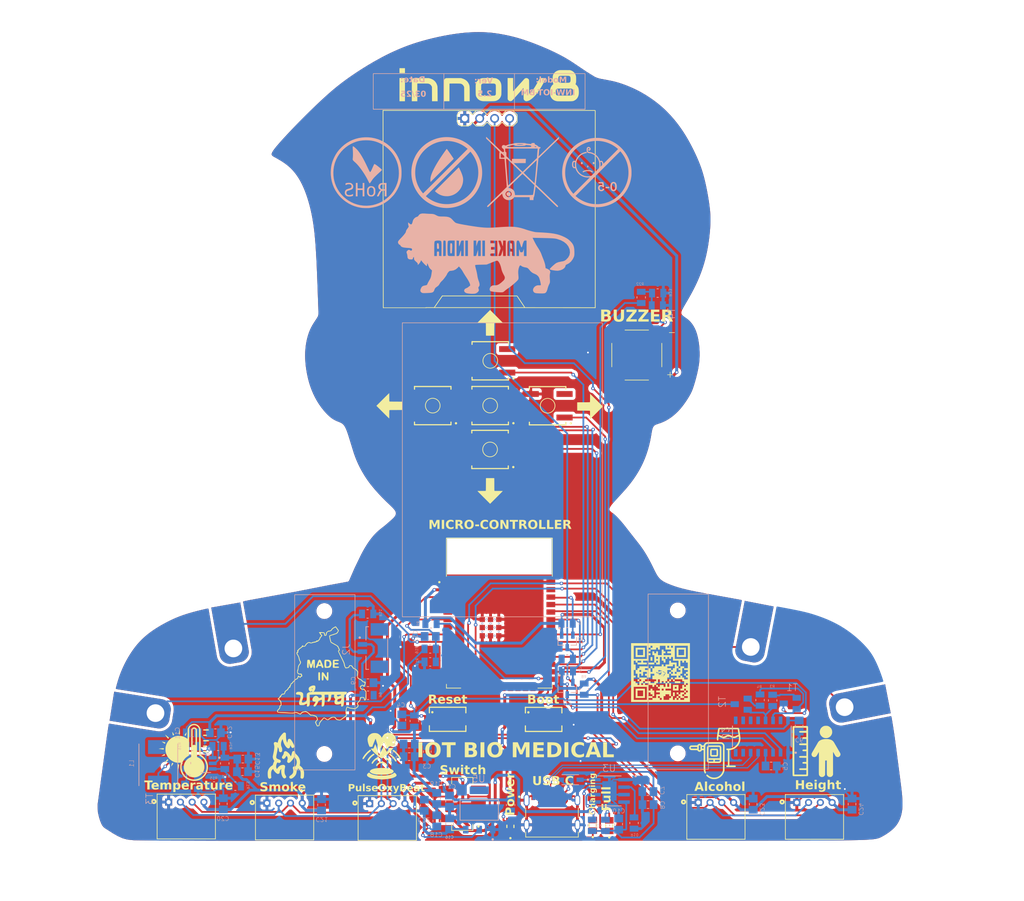
<source format=kicad_pcb>
(kicad_pcb (version 20240108) (generator "pcbnew") (generator_version "8.0")
  (layers (0 "F.Cu" signal) (31 "B.Cu" signal) (34 "B.Paste" user) (35 "F.Paste" user) (36 "B.SilkS" user "B.Silkscreen") (37 "F.SilkS" user "F.Silkscreen") (38 "B.Mask" user) (39 "F.Mask" user) (44 "Edge.Cuts" user))
  (net 0 "")
  (net 1 "/GND")
  (net 2 "/3V3")
  (net 3 "/ESP_EN")
  (net 4 "Net-(U2-V3)")
  (net 5 "/5V_OUT")
  (net 6 "/5V")
  (net 7 "/B+_OUT")
  (net 8 "/BATT_GAUGE")
  (net 9 "/B+")
  (net 10 "/5V_CHG")
  (net 11 "Net-(U3-SW)")
  (net 12 "Net-(D5-PadA)")
  (net 13 "Net-(U4-~{STDBY})")
  (net 14 "Net-(D6-PadA)")
  (net 15 "Net-(U4-~{CHRG})")
  (net 16 "Net-(D7-PadA)")
  (net 18 "/DA+")
  (net 19 "/DA-")
  (net 23 "/B-")
  (net 24 "/SCL")
  (net 25 "/SDA")
  (net 26 "Net-(T4-C)")
  (net 27 "/CONTROLLER_SCL")
  (net 28 "/CONTROLLER_SDA")
  (net 29 "/BOOT_0")
  (net 30 "Net-(T1-B)")
  (net 31 "Net-(T2-E)")
  (net 32 "Net-(T1-E)")
  (net 33 "Net-(T2-B)")
  (net 34 "Net-(T3-C)")
  (net 35 "Net-(U3-FB)")
  (net 36 "Net-(T3-B)")
  (net 37 "Net-(U4-PROG)")
  (net 38 "/BAT+")
  (net 39 "Net-(T4-B)")
  (net 40 "/BUZZER")
  (net 46 "/SW_RIGHT")
  (net 48 "/SW_UP")
  (net 52 "/SW_LEFT")
  (net 55 "/SW_DOWN")
  (net 57 "/SW_CENTER")
  (net 59 "/TOUCH_PAD_4")
  (net 60 "/TOUCH_PAD_3")
  (net 61 "/TOUCH_PAD_2")
  (net 62 "/TOUCH_PAD_1")
  (net 63 "/RXD")
  (net 68 "/TXD")
  (net 70 "/RGB_DIN")
  (net 71 "/LDR")
  (footprint "LOGO" (layer "F.Cu") (at 139.16 133.47)
    (property "Reference" "G***" (hide yes))
    (property "Value" "LOGO" (hide yes))
  )
  (footprint "mehak:VALCON_CSP-USC16-TR" (layer "F.Cu") (at 120.72 154.59)
    (property "Reference" "J1" (hide yes))
    (property "Value" "CSP-USC16-TR")
    (fp_line (start 4 1.14) (end 4 0.09) (stroke (width 0.01)) (layer "Edge.Cuts"))
    (fp_line (start 4.65 0.04) (end 4.65 1.14) (stroke (width 0.01)) (layer "Edge.Cuts"))
    (fp_arc (start 4 0.09) (mid 4.087513 -0.151274) (end 4.32 -0.26) (stroke (width 0.01)) (layer "Edge.Cuts"))
    (fp_arc (start 4.32 -0.26) (mid 4.547132 -0.178345) (end 4.65 0.04) (stroke (width 0.01)) (layer "Edge.Cuts"))
    (fp_arc (start 4.32 1.44) (mid 4.097868 1.356274) (end 4 1.14) (stroke (width 0.01)) (layer "Edge.Cuts"))
    (fp_arc (start 4.65 1.14) (mid 4.547132 1.358345) (end 4.32 1.44) (stroke (width 0.01)) (layer "Edge.Cuts"))
  )
  (footprint "BIOMEDICAL:LEDC2012X70N" (layer "F.Cu") (at 127.65 159.45 90)
    (property "Reference" "D3" (hide yes))
    (property "Value" "RED")
  )
  (footprint "LOGO" (layer "F.Cu") (at 81.69 134.41)
    (property "Reference" "G***" (hide yes))
    (property "Value" "LOGO" (hide yes))
  )
  (footprint "BIOMEDICAL:LEDC2012X70N" (layer "F.Cu") (at 113.65 159.63 90)
    (property "Reference" "D4" (hide yes))
    (property "Value" "white")
  )
  (footprint "LOGO" (layer "F.Cu") (at 75.064306 147.720169)
    (property "Reference" "G***" (hide yes))
    (property "Value" "LOGO" (hide yes))
  )
  (footprint "mehak:educate_touchpad" (layer "F.Cu") (at 170.413653 139.367668 -169)
    (property "Reference" "J11" (hide yes))
    (property "Value" "Conn_01x01_Pin")
  )
  (footprint "LOGO" (layer "F.Cu") (at 148.786051 147.275956)
    (property "Reference" "G***" (hide yes))
    (property "Value" "LOGO" (hide yes))
  )
  (footprint "mehak:educate_touchpad" (layer "F.Cu") (at 66.575223 129.411169 -80)
    (property "Reference" "J9" (hide yes))
    (property "Value" "Conn_01x01_Pin")
  )
  (footprint "BIOMEDICAL:JST_S4B-PH-K-S(LF)(SN)" (layer "F.Cu") (at 165.33 155.57)
    (property "Reference" "J5" (hide yes))
    (property "Value" "S4B-PH-K-S(LF)(SN)")
  )
  (footprint "BIOMEDICAL:SW_B3SL-1022P" (layer "F.Cu") (at 100.45 88.08)
    (property "Reference" "S10" (hide yes))
    (property "Value" "B3SL-1022P")
  )
  (footprint "BIOMEDICAL:JST_S4B-PH-K-S(LF)(SN)" (layer "F.Cu") (at 92.72 155.76)
    (property "Reference" "J6" (hide yes))
    (property "Value" "S4B-PH-K-S(LF)(SN)")
  )
  (footprint "LOGO" (layer "F.Cu") (at 91.532151 147.663428)
    (property "Reference" "G***" (hide yes))
    (property "Value" "LOGO" (hide yes))
  )
  (footprint "BIOMEDICAL:SW_JS202011SCQN" (layer "F.Cu") (at 105.47 155.81 90)
    (property "Reference" "S3" (hide yes))
    (property "Value" "JS202011SCQN")
  )
  (footprint "BIOMEDICAL:JST_S4B-PH-K-S(LF)(SN)" (layer "F.Cu") (at 148.58 155.57)
    (property "Reference" "J7" (hide yes))
    (property "Value" "S4B-PH-K-S(LF)(SN)")
  )
  (footprint "BIOMEDICAL:LEDC2012X70N" (layer "F.Cu") (at 130.45 159.5 90)
    (property "Reference" "D2" (hide yes))
    (property "Value" "GREEN")
  )
  (footprint "LOGO" (layer "F.Cu") (at 164.9 146.87)
    (property "Reference" "G***" (hide yes))
    (property "Value" "LOGO" (hide yes))
  )
  (footprint "BIOMEDICAL:XCVR_ESP32-WROOM-32E_(4MB)" (layer "F.Cu") (at 111.77 123.36)
    (property "Reference" "U1" (hide yes))
    (property "Value" "ESP32-WROOM-32E_(4MB)")
  )
  (footprint "BIOMEDICAL:SW_B3SL-1022P" (layer "F.Cu") (at 119.975 88.1)
    (property "Reference" "S8" (hide yes))
    (property "Value" "B3SL-1022P")
  )
  (footprint "LOGO" (layer "F.Cu") (at 127.24 88.32 -90)
    (property "Reference" "G***" (hide yes))
    (property "Value" "LOGO" (hide yes))
  )
  (footprint "BIOMEDICAL:CUI_CMT-8530S-SMT" (layer "F.Cu") (at 135.13 79.48)
    (property "Reference" "LS1" (hide yes))
    (property "Value" "CMT-8530S-SMT")
  )
  (footprint "BIOMEDICAL:JST_S4B-PH-K-S(LF)(SN)" (layer "F.Cu") (at 58.56 155.5)
    (property "Reference" "J3" (hide yes))
    (property "Value" "S4B-PH-K-S(LF)(SN)")
  )
  (footprint "BIOMEDICAL:JST_S4B-PH-K-S(LF)(SN)" (layer "F.Cu") (at 75.27 155.67)
    (property "Reference" "J4" (hide yes))
    (property "Value" "S4B-PH-K-S(LF)(SN)")
  )
  (footprint "mehak:educate_touchpad" (layer "F.Cu") (at 154.495354 129.163335 -101)
    (property "Reference" "J10" (hide yes))
    (property "Value" "Conn_01x01_Pin")
  )
  (footprint "LOGO" (layer "F.Cu") (at 58.410882 147.13342)
    (property "Reference" "G***" (hide yes))
    (property "Value" "LOGO" (hide yes))
  )
  (footprint "BIOMEDICAL:434121025816" (layer "F.Cu") (at 102.98 141.42)
    (property "Reference" "S2" (hide yes))
    (property "Value" "Reset")
  )
  (footprint "mehak:educate_touchpad" (layer "F.Cu") (at 53.365718 140.374332 -9)
    (property "Reference" "J8" (hide yes))
    (property "Value" "Conn_01x01_Pin")
  )
  (footprint "BIOMEDICAL:434121025816" (layer "F.Cu") (at 119.3 141.44)
    (property "Reference" "S1" (hide yes))
    (property "Value" "Boot")
  )
  (footprint "mehak:DISPLAY-OLED-128X64-I2C" (layer "F.Cu") (at 105.72 51.85)
    (property "Reference" "SV1" (hide yes))
    (property "Value" "MA04-1" (hide yes))
  )
  (footprint "LOGO" (layer "F.Cu") (at 110.294354 73.945967)
    (property "Reference" "G***" (hide yes))
    (property "Value" "LOGO" (hide yes))
  )
  (footprint "BIOMEDICAL:SW_B3SL-1022P" (layer "F.Cu") (at 110.23 80.46)
    (property "Reference" "S9" (hide yes))
    (property "Value" "B3SL-1022P")
  )
  (footprint "LOGO" (layer "F.Cu") (at 110.105648 102.644034 180)
    (property "Reference" "G***" (hide yes))
    (property "Value" "LOGO" (hide yes))
  )
  (footprint "BIOMEDICAL:SW_B3SL-1022P" (layer "F.Cu") (at 110.19 95.53)
    (property "Reference" "S11" (hide yes))
    (property "Value" "B3SL-1022P")
  )
  (footprint "LOGO" (layer "F.Cu") (at 93.005966 88.015648 90)
    (property "Reference" "G***" (hide yes))
    (property "Value" "LOGO" (hide yes))
  )
  (footprint "LOGO" (layer "F.Cu") (at 110.03 33.61)
    (property "Reference" "G***" (hide yes))
    (property "Value" "LOGO" (hide yes))
  )
  (footprint "BIOMEDICAL:SW_B3SL-1022P" (layer "F.Cu") (at 110.21 88.07)
    (property "Reference" "S12" (hide yes))
    (property "Value" "B3SL-1022P")
  )
  (footprint "BIOMEDICAL:RESC2012X65N" (layer "B.Cu") (at 63.96 146.01 180)
    (property "Reference" "R24")
    (property "Value" "0")
  )
  (footprint "BIOMEDICAL:CAPC2012X135N" (layer "B.Cu") (at 132.05 159.24 90)
    (property "Reference" "C10")
    (property "Value" "100nF")
  )
  (footprint "BIOMEDICAL:RESC2012X65N" (layer "B.Cu") (at 113.68 155.99 90)
    (property "Reference" "R17")
    (property "Value" "10k")
  )
  (footprint "BIOMEDICAL:CAPC2012X135N" (layer "B.Cu") (at 171.71 155.85 90)
    (property "Reference" "C24")
    (property "Value" "100nF")
  )
  (footprint "BIOMEDICAL:RESC2012X65N" (layer "B.Cu") (at 138.678 68.94 180)
    (property "Reference" "R23")
    (property "Value" "1k")
  )
  (footprint "BIOMEDICAL:RESC2012X65N" (layer "B.Cu") (at 156.08 138.148 -90)
    (property "Reference" "R4")
    (property "Value" "10k")
  )
  (footprint "LOGO" (layer "B.Cu") (at 89.341 48.452 180)
    (property "Reference" "G***" (hide yes))
    (property "Value" "LOGO" (hide yes))
  )
  (footprint "BIOMEDICAL:CAPC2012X135N" (layer "B.Cu") (at 154.91 155.86 90)
    (property "Reference" "C23")
    (property "Value" "100nF")
  )
  (footprint "BIOMEDICAL:SOT23" (layer "B.Cu") (at 138.62 72.13)
    (property "Reference" "T4")
    (property "Value" "BC847")
  )
  (footprint "BIOMEDICAL:RESC2012X65N" (layer "B.Cu") (at 59.568 146 180)
    (property "Reference" "R16")
    (property "Value" "10k")
  )
  (footprint "BIOMEDICAL:RESC2012X65N" (layer "B.Cu") (at 58.6 148.868 90)
    (property "Reference" "R13")
    (property "Value" "1k")
  )
  (footprint "BIOMEDICAL:CAPC2012X135N" (layer "B.Cu") (at 68.17 148.19)
    (property "Reference" "C13")
    (property "Value" "47uF")
  )
  (footprint "BIOMEDICAL:CAPC2012X135N" (layer "B.Cu") (at 99.01 156.04 90)
    (property "Reference" "C22")
    (property "Value" "100nF")
  )
  (footprint "BIOMEDICAL:RESC2012X65N" (layer "B.Cu") (at 123.312 131.16 180)
    (property "Reference" "R6")
    (property "Value" "10k")
  )
  (footprint "BIOMEDICAL:SOD3715X145N" (layer "B.Cu") (at 123.82 151.7 180)
    (property "Reference" "D1")
    (property "Value" "1N5819HW-7-F")
  )
  (footprint "BIOMEDICAL:RESC2012X65N" (layer "B.Cu") (at 89.38 123.5)
    (property "Reference" "R11")
    (property "Value" "0")
  )
  (footprint "BIOMEDICAL:CAPC2012X135N" (layer "B.Cu") (at 64.86 155.79 90)
    (property "Reference" "C20")
    (property "Value" "100nF")
  )
  (footprint "BIOMEDICAL:RESC2012X65N" (layer "B.Cu") (at 123.28 125.11 180)
    (property "Reference" "R5")
    (property "Value" "10k")
  )
  (footprint "BIOMEDICAL:CAPC2012X135N" (layer "B.Cu") (at 162.72 142.57 -90)
    (property "Reference" "C6")
    (property "Value" "100nF")
  )
  (footprint "BIOMEDICAL:RESC2012X65N" (layer "B.Cu") (at 127.55 159.45 -90)
    (property "Reference" "R14")
    (property "Value" "10k")
  )
  (footprint "BIOMEDICAL:CAPC2012X135N" (layer "B.Cu") (at 81.55 155.97 90)
    (property "Reference" "C21")
    (property "Value" "100nF")
  )
  (footprint "BIOMEDICAL:RESC2012X65N" (layer "B.Cu") (at 66.89 152.79)
    (property "Reference" "R13")
    (property "Value" "1k")
  )
  (footprint "edukit footprint:edukit_mountinghole" (layer "B.Cu") (at 82.03 147.32 180)
    (property "Reference" "edukit_mountinghole3" (hide yes))
    (property "Value" "~")
  )
  (footprint "BIOMEDICAL:SOT23" (layer "B.Cu") (at 152.88 138.85 -90)
    (property "Reference" "T2")
    (property "Value" "BC847")
  )
  (footprint "BIOMEDICAL:RESC2012X65N" (layer "B.Cu") (at 158.22 138.208 90)
    (property "Reference" "R3")
    (property "Value" "10k")
  )
  (footprint "BIOMEDICAL:SOP127P600X175-9N" (layer "B.Cu") (at 130.485 153.595 180)
    (property "Reference" "U3")
    (property "Value" "TP4056")
  )
  (footprint "BIOMEDICAL:CAPC2012X135N" (layer "B.Cu") (at 101.14 158.69 90)
    (property "Reference" "C18")
    (property "Value" "47uF")
  )
  (footprint "BIOMEDICAL:CAPC2012X135N" (layer "B.Cu") (at 96.45 145.64 180)
    (property "Reference" "C1")
    (property "Value" "100nF")
  )
  (footprint "BIOMEDICAL:RESC2012X65N" (layer "B.Cu") (at 100.158 125.17 180)
    (property "Reference" "R1")
    (property "Value" "1K")
  )
  (footprint "BIOMEDICAL:CAPC2012X135N" (layer "B.Cu") (at 157.96 149.36 180)
    (property "Reference" "C5")
    (property "Value" "100nF")
  )
  (footprint "BIOMEDICAL:RESC2012X65N" (layer "B.Cu") (at 134.66 159.06 90)
    (property "Reference" "R10")
    (property "Value" "3k")
  )
  (footprint "BIOMEDICAL:SOT23" (layer "B.Cu") (at 161.21 138.72 -90)
    (property "Reference" "T1")
    (property "Value" "BC847")
  )
  (footprint "BIOMEDICAL:CAPC2012X135N" (layer "B.Cu") (at 103.32 159.21 90)
    (property "Reference" "C16")
    (property "Value" "100nF")
  )
  (footprint "BIOMEDICAL:SOT23" (layer "B.Cu") (at 59.48 152.35 -90)
    (property "Reference" "T3")
    (property "Value" "BC847")
  )
  (footprint "BIOMEDICAL:RESC2012X65N" (layer "B.Cu") (at 89.452 137.33 180)
    (property "Reference" "R9")
    (property "Value" "0")
  )
  (footprint "BIOMEDICAL:RESC2012X65N" (layer "B.Cu") (at 100.012 129.45)
    (property "Reference" "R16")
    (property "Value" "10k")
  )
  (footprint "BIOMEDICAL:RESC2012X65N" (layer "B.Cu") (at 129.8 159.458 -90)
    (property "Reference" "R12")
    (property "Value" "10k")
  )
  (footprint "LOGO" (layer "B.Cu") (at 109.580545 62.194257 180)
    (property "Reference" "G***" (hide yes))
    (property "Value" "LOGO" (hide yes))
  )
  (footprint "BIOMEDICAL:CAPC2012X135N" (layer "B.Cu") (at 96.45 147.77 180)
    (property "Reference" "C2")
    (property "Value" "47uF")
  )
  (footprint "BIOMEDICAL:CAPC2012X135N" (layer "B.Cu") (at 95.2 141.53 -90)
    (property "Reference" "C4")
    (property "Value" "100nF")
  )
  (footprint "LOGO" (layer "B.Cu") (at 115.721 48.268 180)
    (property "Reference" "G***" (hide yes))
    (property "Value" "LOGO" (hide yes))
  )
  (footprint "BIOMEDICAL:IND_ASPI-0630LR-5R6M-T15" (layer "B.Cu") (at 53.81 149.165 -90)
    (property "Reference" "L1")
    (property "Value" "ASPI-0630LR-5R6M-T15")
  )
  (footprint "BIOMEDICAL:AMPHENOL_10114828-13102LF" (layer "B.Cu") (at 91.394 129.305 -90)
    (property "Reference" "J2")
    (property "Value" "10114828-13102LF")
  )
  (footprint "BIOMEDICAL:RESC2012X65N" (layer "B.Cu") (at 126.19 136.288 90)
    (property "Reference" "R8")
    (property "Value" "10k")
  )
  (footprint "BIOMEDICAL:CAPC2012X135N" (layer "B.Cu") (at 137.04 155.93 180)
    (property "Reference" "C8")
    (property "Value" "100nF")
  )
  (footprint "LOGO" (layer "B.Cu") (at 102.83 48.442 180)
    (property "Reference" "G***" (hide yes))
    (property "Value" "LOGO" (hide yes))
  )
  (footprint "BIOMEDICAL:CAPC2012X135N" (layer "B.Cu") (at 63.5 143.7)
    (property "Reference" "C12")
    (property "Value" "100nF")
  )
  (footprint "BIOMEDICAL:CAPC2012X135N" (layer "B.Cu") (at 89.434 135.2 180)
    (property "Reference" "C9")
    (property "Value" "100nF")
  )
  (footprint "BIOMEDICAL:CAPC2012X135N" (layer "B.Cu") (at 103.3 155.34 -90)
    (property "Reference" "C17")
    (property "Value" "100nF")
  )
  (footprint "BIOMEDICAL:CAPC2012X135N" (layer "B.Cu") (at 137.01 153.72 180)
    (property "Reference" "C7")
    (property "Value" "47uF")
  )
  (footprint "BIOMEDICAL:RESC2012X65N" (layer "B.Cu") (at 123.318 133.22 180)
    (property "Reference" "R7")
    (property "Value" "10k")
  )
  (footprint "BIOMEDICAL:CAPC2012X135N" (layer "B.Cu") (at 99.52 146.92 -90)
    (property "Reference" "C3")
    (property "Value" "10uF")
  )
  (footprint "BIOMEDICAL:CAPC2012X135N" (layer "B.Cu") (at 100.02 127.33 180)
    (property "Reference" "C13")
    (property "Value" "GCM21BR71H104KA37K")
  )
  (footprint "BIOMEDICAL:SOT95P280X145-6N" (layer "B.Cu") (at 61.88 148.91 180)
    (property "Reference" "U4" (hide yes))
    (property "Value" "MT3608")
  )
  (footprint "BIOMEDICAL:RESC2012X65N" (layer "B.Cu") (at 65.1 148.918 90)
    (property "Reference" "R19")
    (property "Value" "2k")
  )
  (footprint "BIOMEDICAL:SOT95P240X111-3N" (layer "B.Cu") (at 123.31 128.17 -90)
    (property "Reference" "Q1")
    (property "Value" "BSS138")
  )
  (footprint "BIOMEDICAL:RESC2012X65N" (layer "B.Cu") (at 63.28 152.77 180)
    (property "Reference" "R15")
    (property "Value" "10k")
  )
  (footprint "BIOMEDICAL:RESC2012X65N" (layer "B.Cu") (at 100.012 131.66)
    (property "Reference" "R17")
    (property "Value" "RP73PF2A33K2BTDF")
  )
  (footprint "BIOMEDICAL:SOT229P700X180-4N" (layer "B.Cu") (at 108.35 156.835 90)
    (property "Reference" "U5")
    (property "Value" "AMS1117-3.3")
  )
  (footprint "BIOMEDICAL:CAPC2012X135N" (layer "B.Cu") (at 101.13 154.87 -90)
    (property "Reference" "C19")
    (property "Value" "47uF")
  )
  (footprint "BIOMEDICAL:SOT95P240X111-3N" (layer "B.Cu") (at 123.31 136.2 -90)
    (property "Reference" "Q2")
    (property "Value" "BSS138")
  )
  (footprint "BIOMEDICAL:SOIC127P600X180-16N" (layer "B.Cu") (at 156.385 144.35 90)
    (property "Reference" "U2")
    (property "Value" "CH340C")
  )
  (footprint "BIOMEDICAL:RESC2012X65N" (layer "B.Cu") (at 97.33 141.712 -90)
    (property "Reference" "R2")
    (property "Value" "1k")
  )
  (footprint "BIOMEDICAL:CAPC2012X135N" (layer "B.Cu") (at 59.59 143.72)
    (property "Reference" "C11")
    (property "Value" "47uF")
  )
  (footprint "LOGO" (layer "B.Cu") (at 128.34 48.44 180)
    (property "Reference" "G***" (hide yes))
    (property "Value" "LOGO" (hide yes))
  )
  (footprint "BIOMEDICAL:CAPC2012X135N" (layer "B.Cu") (at 68.11 150.33)
    (property "Reference" "C15")
    (property "Value" "100nF")
  )
  (footprint "BIOMEDICAL:RESC2012X65N" (layer "B.Cu") (at 135.88 69.672 -90)
    (property "Reference" "R22")
    (property "Value" "1k")
  )
  (footprint "edukit footprint:edukit_mountinghole" (layer "B.Cu") (at 142.1 147.21 180)
    (property "Reference" "edukit_mountinghole3" (hide yes))
    (property "Value" "~")
  )
  (gr_line (start 102.33 37.59) (end 102.34 31.62) (stroke (width 0.1)) (layer "B.SilkS"))
  (gr_rect (start 95.281219 73.996164) (end 129.281219 123.996164) (stroke (width 0.1)) (fill none) (layer "B.SilkS"))
  (gr_rect (start 90.34 31.62) (end 126.34 37.67) (stroke (width 0.1)) (fill none) (layer "B.SilkS"))
  (gr_line (start 114.34 31.62) (end 114.34 37.63) (stroke (width 0.1)) (layer "B.SilkS"))
  (gr_line (start 126.34 37.67) (end 90.34 37.67) (stroke (width 0.1)) (layer "B.SilkS"))
  (gr_line (start 132.882963 33.446613) (end 132.547172 33.32845) (stroke (width 0.001)) (layer "Edge.Cuts"))
  (gr_line (start 48.216331 131.735772) (end 47.994131 132.178031) (stroke (width 0.001)) (layer "Edge.Cuts"))
  (gr_line (start 81.019413 72.505813) (end 81.003563 72.656791) (stroke (width 0.001)) (layer "Edge.Cuts"))
  (gr_line (start 89.779672 29.983772) (end 89.126791 30.377372) (stroke (width 0.001)) (layer "Edge.Cuts"))
  (gr_line (start 88.543813 112.917213) (end 88.26055 113.448991) (stroke (width 0.001)) (layer "Edge.Cuts"))
  (gr_line (start 79.7356 54.940491) (end 79.846141 55.450931) (stroke (width 0.001)) (layer "Edge.Cuts"))
  (gr_line (start 137.212241 94.89205) (end 137.378972 94.188881) (stroke (width 0.001)) (layer "Edge.Cuts"))
  (gr_line (start 179.489022 159.09035) (end 179.617541 158.8652) (stroke (width 0.001)) (layer "Edge.Cuts"))
  (gr_line (start 77.010072 119.747981) (end 69.354113 121.143263) (stroke (width 0.001)) (layer "Edge.Cuts"))
  (gr_line (start 83.937063 90.620691) (end 84.263813 90.763741) (stroke (width 0.001)) (layer "Edge.Cuts"))
  (gr_line (start 179.2592 146.660713) (end 179.177413 146.031291) (stroke (width 0.001)) (layer "Edge.Cuts"))
  (gr_line (start 147.269522 60.759741) (end 147.363813 60.133272) (stroke (width 0.001)) (layer "Edge.Cuts"))
  (gr_line (start 176.613531 133.663831) (end 176.413381 133.1287) (stroke (width 0.001)) (layer "Edge.Cuts"))
  (gr_line (start 119.1056 27.068972) (end 118.504731 26.822291) (stroke (width 0.001)) (layer "Edge.Cuts"))
  (gr_line (start 131.404281 106.65215) (end 131.197831 106.476181) (stroke (width 0.001)) (layer "Edge.Cuts"))
  (gr_line (start 93.130541 104.951772) (end 93.6233 105.433463) (stroke (width 0.001)) (layer "Edge.Cuts"))
  (gr_line (start 127.922041 32.125713) (end 126.62105 31.320422) (stroke (width 0.001)) (layer "Edge.Cuts"))
  (gr_line (start 90.136691 110.480841) (end 89.788313 110.930731) (stroke (width 0.001)) (layer "Edge.Cuts"))
  (gr_line (start 145.771741 78.253322) (end 145.699291 77.5723) (stroke (width 0.001)) (layer "Edge.Cuts"))
  (gr_line (start 165.023722 123.538072) (end 164.58755 123.408841) (stroke (width 0.001)) (layer "Edge.Cuts"))
  (gr_line (start 165.468522 123.678791) (end 165.023722 123.538072) (stroke (width 0.001)) (layer "Edge.Cuts"))
  (gr_line (start 147.146281 51.951831) (end 147.0395 51.389981) (stroke (width 0.001)) (layer "Edge.Cuts"))
  (gr_line (start 93.233363 28.122063) (end 92.5181 28.474913) (stroke (width 0.001)) (layer "Edge.Cuts"))
  (gr_line (start 144.76965 74.536191) (end 144.5441 74.194913) (stroke (width 0.001)) (layer "Edge.Cuts"))
  (gr_line (start 147.337091 53.065672) (end 147.24595 52.512963) (stroke (width 0.001)) (layer "Edge.Cuts"))
  (gr_line (start 142.2835 40.444713) (end 142.0041 40.0753) (stroke (width 0.001)) (layer "Edge.Cuts"))
  (gr_line (start 134.005131 33.889891) (end 133.614991 33.727531) (stroke (width 0.001)) (layer "Edge.Cuts"))
  (gr_line (start 80.251013 73.979222) (end 80.0091 74.3716) (stroke (width 0.001)) (layer "Edge.Cuts"))
  (gr_line (start 85.286922 91.346422) (end 85.414631 91.509581) (stroke (width 0.001)) (layer "Edge.Cuts"))
  (gr_line (start 46.643663 135.916913) (end 46.504272 136.469622) (stroke (width 0.001)) (layer "Edge.Cuts"))
  (gr_line (start 49.798041 129.217613) (end 49.509191 129.609381) (stroke (width 0.001)) (layer "Edge.Cuts"))
  (gr_line (start 177.759781 137.685163) (end 177.581581 136.922963) (stroke (width 0.001)) (layer "Edge.Cuts"))
  (gr_line (start 146.5758 63.87865) (end 146.744563 63.272813) (stroke (width 0.001)) (layer "Edge.Cuts"))
  (gr_line (start 146.17285 47.9431) (end 146.026141 47.516781) (stroke (width 0.001)) (layer "Edge.Cuts"))
  (gr_line (start 137.151281 114.134281) (end 136.7526 113.434763) (stroke (width 0.001)) (layer "Edge.Cuts"))
  (gr_line (start 47.411863 133.505441) (end 47.2427 133.955931) (stroke (width 0.001)) (layer "Edge.Cuts"))
  (gr_line (start 141.904131 89.288613) (end 142.135572 89.0593) (stroke (width 0.001)) (layer "Edge.Cuts"))
  (gr_line (start 85.654413 91.936) (end 85.767281 92.191522) (stroke (width 0.001)) (layer "Edge.Cuts"))
  (gr_line (start 147.444172 59.519813) (end 147.510922 58.92525) (stroke (width 0.001)) (layer "Edge.Cuts"))
  (gr_line (start 167.773422 124.551941) (end 167.31205 124.35595) (stroke (width 0.001)) (layer "Edge.Cuts"))
  (gr_line (start 44.130381 159.191141) (end 44.205772 159.338663) (stroke (width 0.001)) (layer "Edge.Cuts"))
  (gr_line (start 73.082422 45.4094) (end 73.12225 45.502063) (stroke (width 0.001)) (layer "Edge.Cuts"))
  (gr_line (start 93.904631 107.037422) (end 93.773972 107.181591) (stroke (width 0.001)) (layer "Edge.Cuts"))
  (gr_line (start 176.307213 161.610331) (end 176.5227 161.521841) (stroke (width 0.001)) (layer "Edge.Cuts"))
  (gr_line (start 179.35135 159.302791) (end 179.489022 159.09035) (stroke (width 0.001)) (layer "Edge.Cuts"))
  (gr_line (start 147.160813 61.393013) (end 147.269522 60.759741) (stroke (width 0.001)) (layer "Edge.Cuts"))
  (gr_line (start 137.715672 35.959281) (end 137.31415 35.683741) (stroke (width 0.001)) (layer "Edge.Cuts"))
  (gr_line (start 49.229281 130.015381) (end 48.959131 130.433463) (stroke (width 0.001)) (layer "Edge.Cuts"))
  (gr_line (start 176.813281 134.237363) (end 176.613531 133.663831) (stroke (width 0.001)) (layer "Edge.Cuts"))
  (gr_line (start 145.70255 81.015631) (end 145.780172 80.309813) (stroke (width 0.001)) (layer "Edge.Cuts"))
  (gr_line (start 140.45145 118.375572) (end 139.941722 118.140272) (stroke (width 0.001)) (layer "Edge.Cuts"))
  (gr_line (start 56.734781 124.19695) (end 55.964041 124.546763) (stroke (width 0.001)) (layer "Edge.Cuts"))
  (gr_line (start 80.517513 60.648281) (end 80.5738 61.45915) (stroke (width 0.001)) (layer "Edge.Cuts"))
  (gr_line (start 80.050663 56.545572) (end 80.144231 57.136481) (stroke (width 0.001)) (layer "Edge.Cuts"))
  (gr_line (start 87.763013 97.988313) (end 88.075231 98.62585) (stroke (width 0.001)) (layer "Edge.Cuts"))
  (gr_line (start 82.40585 89.450972) (end 82.620731 89.667172) (stroke (width 0.001)) (layer "Edge.Cuts"))
  (gr_line (start 166.847841 124.170231) (end 166.383731 123.995272) (stroke (width 0.001)) (layer "Edge.Cuts"))
  (gr_line (start 147.646263 55.943391) (end 147.625531 55.503563) (stroke (width 0.001)) (layer "Edge.Cuts"))
  (gr_line (start 138.251913 91.376591) (end 138.382881 91.309231) (stroke (width 0.001)) (layer "Edge.Cuts"))
  (gr_line (start 176.728041 161.42065) (end 177.163091 161.178841) (stroke (width 0.001)) (layer "Edge.Cuts"))
  (gr_line (start 145.811872 78.942581) (end 145.771741 78.253322) (stroke (width 0.001)) (layer "Edge.Cuts"))
  (gr_line (start 97.90635 26.287672) (end 97.07435 26.554981) (stroke (width 0.001)) (layer "Edge.Cuts"))
  (gr_line (start 148.984231 120.4155) (end 147.978491 120.2316) (stroke (width 0.001)) (layer "Edge.Cuts"))
  (gr_line (start 94.192872 106.401813) (end 94.170013 106.570163) (stroke (width 0.001)) (layer "Edge.Cuts"))
  (gr_line (start 134.616563 110.477191) (end 132.973791 108.371431) (stroke (width 0.001)) (layer "Edge.Cuts"))
  (gr_line (start 66.035341 162.074541) (end 111.916481 162.074541) (stroke (width 0.001)) (layer "Edge.Cuts"))
  (gr_line (start 74.1478 46.150672) (end 74.616481 46.427941) (stroke (width 0.001)) (layer "Edge.Cuts"))
  (gr_line (start 46.228322 137.671041) (end 46.092381 138.314272) (stroke (width 0.001)) (layer "Edge.Cuts"))
  (gr_line (start 139.258772 117.7041) (end 139.062172 117.528531) (stroke (width 0.001)) (layer "Edge.Cuts"))
  (gr_line (start 88.8355 112.398041) (end 88.543813 112.917213) (stroke (width 0.001)) (layer "Edge.Cuts"))
  (gr_line (start 130.51985 105.504781) (end 130.626731 105.287663) (stroke (width 0.001)) (layer "Edge.Cuts"))
  (gr_line (start 60.862181 122.889563) (end 60.398072 123.004872) (stroke (width 0.001)) (layer "Edge.Cuts"))
  (gr_line (start 73.191641 45.585672) (end 73.413841 45.744472) (stroke (width 0.001)) (layer "Edge.Cuts"))
  (gr_line (start 50.095422 128.842) (end 49.798041 129.217613) (stroke (width 0.001)) (layer "Edge.Cuts"))
  (gr_line (start 92.0103 108.713) (end 91.641391 109.002363) (stroke (width 0.001)) (layer "Edge.Cuts"))
  (gr_line (start 134.818241 34.257781) (end 134.407272 34.066672) (stroke (width 0.001)) (layer "Edge.Cuts"))
  (gr_line (start 138.883872 117.334881) (end 138.7212 117.12325) (stroke (width 0.001)) (layer "Edge.Cuts"))
  (gr_line (start 81.003563 72.656791) (end 80.975322 72.782163) (stroke (width 0.001)) (layer "Edge.Cuts"))
  (gr_line (start 77.60545 49.326481) (end 77.9324 49.87665) (stroke (width 0.001)) (layer "Edge.Cuts"))
  (gr_line (start 91.206641 103.020663) (end 91.88675 103.739581) (stroke (width 0.001)) (layer "Edge.Cuts"))
  (gr_line (start 138.148181 116.1038) (end 137.85445 115.495922) (stroke (width 0.001)) (layer "Edge.Cuts"))
  (gr_line (start 167.31205 124.35595) (end 166.847841 124.170231) (stroke (width 0.001)) (layer "Edge.Cuts"))
  (gr_line (start 142.0041 40.0753) (end 141.720441 39.716441) (stroke (width 0.001)) (layer "Edge.Cuts"))
  (gr_line (start 145.598513 76.92135) (end 145.473341 76.322422) (stroke (width 0.001)) (layer "Edge.Cuts"))
  (gr_line (start 80.0091 74.3716) (end 79.785481 74.780541) (stroke (width 0.001)) (layer "Edge.Cuts"))
  (gr_line (start 145.053631 67.774813) (end 145.301122 67.25665) (stroke (width 0.001)) (layer "Edge.Cuts"))
  (gr_line (start 141.4324 39.366941) (end 140.840581 38.692822) (stroke (width 0.001)) (layer "Edge.Cuts"))
  (gr_line (start 80.975322 72.782163) (end 80.93295 72.896063) (stroke (width 0.001)) (layer "Edge.Cuts"))
  (gr_line (start 118.504731 26.822291) (end 117.897881 26.5821) (stroke (width 0.001)) (layer "Edge.Cuts"))
  (gr_line (start 135.4697 111.558013) (end 135.0382 111.00845) (stroke (width 0.001)) (layer "Edge.Cuts"))
  (gr_line (start 76.9103 40.693631) (end 76.442841 41.181213) (stroke (width 0.001)) (layer "Edge.Cuts"))
  (gr_line (start 80.93295 72.896063) (end 80.874331 73.012291) (stroke (width 0.001)) (layer "Edge.Cuts"))
  (gr_line (start 47.994131 132.178031) (end 47.78595 132.6204) (stroke (width 0.001)) (layer "Edge.Cuts"))
  (gr_line (start 88.490372 30.773213) (end 87.872641 31.169141) (stroke (width 0.001)) (layer "Edge.Cuts"))
  (gr_line (start 87.275841 31.562841) (end 86.702313 31.952172) (stroke (width 0.001)) (layer "Edge.Cuts"))
  (gr_line (start 177.0114 134.849813) (end 176.813281 134.237363) (stroke (width 0.001)) (layer "Edge.Cuts"))
  (gr_line (start 135.153422 99.718363) (end 135.378872 99.347013) (stroke (width 0.001)) (layer "Edge.Cuts"))
  (gr_line (start 140.728622 90.241722) (end 140.9628 90.078241) (stroke (width 0.001)) (layer "Edge.Cuts"))
  (gr_line (start 123.378691 29.178591) (end 123.00165 28.9566) (stroke (width 0.001)) (layer "Edge.Cuts"))
  (gr_line (start 44.519613 159.764163) (end 44.662363 159.885472) (stroke (width 0.001)) (layer "Edge.Cuts"))
  (gr_line (start 93.773972 107.181591) (end 93.633872 107.320272) (stroke (width 0.001)) (layer "Edge.Cuts"))
  (gr_line (start 112.665172 25.018072) (end 112.229613 24.935681) (stroke (width 0.001)) (layer "Edge.Cuts"))
  (gr_line (start 93.6233 105.433463) (end 93.821731 105.649872) (stroke (width 0.001)) (layer "Edge.Cuts"))
  (gr_line (start 142.135572 89.0593) (end 142.363363 88.8179) (stroke (width 0.001)) (layer "Edge.Cuts"))
  (gr_line (start 121.292331 28.050941) (end 120.792772 27.812791) (stroke (width 0.001)) (layer "Edge.Cuts"))
  (gr_line (start 50.720263 128.135472) (end 50.402363 128.481722) (stroke (width 0.001)) (layer "Edge.Cuts"))
  (gr_line (start 91.641391 109.002363) (end 91.258463 109.319763) (stroke (width 0.001)) (layer "Edge.Cuts"))
  (gr_line (start 171.495641 161.98625) (end 172.637113 161.961872) (stroke (width 0.001)) (layer "Edge.Cuts"))
  (gr_line (start 141.53115 118.784213) (end 140.983331 118.585272) (stroke (width 0.001)) (layer "Edge.Cuts"))
  (gr_line (start 145.327341 75.791963) (end 145.161322 75.3247) (stroke (width 0.001)) (layer "Edge.Cuts"))
  (gr_line (start 178.784322 143.241663) (end 178.665241 142.479663) (stroke (width 0.001)) (layer "Edge.Cuts"))
  (gr_line (start 79.373291 53.520631) (end 79.498872 53.976922) (stroke (width 0.001)) (layer "Edge.Cuts"))
  (gr_line (start 178.094963 139.273372) (end 177.931081 138.471341) (stroke (width 0.001)) (layer "Edge.Cuts"))
  (gr_line (start 145.516113 46.222813) (end 145.317581 45.768763) (stroke (width 0.001)) (layer "Edge.Cuts"))
  (gr_line (start 128.907763 32.484663) (end 128.620941 32.409881) (stroke (width 0.001)) (layer "Edge.Cuts"))
  (gr_line (start 143.74705 119.3995) (end 142.85795 119.1838) (stroke (width 0.001)) (layer "Edge.Cuts"))
  (gr_line (start 145.6995 46.662431) (end 145.516113 46.222813) (stroke (width 0.001)) (layer "Edge.Cuts"))
  (gr_line (start 122.195963 28.510172) (end 121.758681 28.282891) (stroke (width 0.001)) (layer "Edge.Cuts"))
  (gr_line (start 146.744563 63.272813) (end 146.898681 62.655181) (stroke (width 0.001)) (layer "Edge.Cuts"))
  (gr_line (start 82.829822 89.86255) (end 83.0312 90.035272) (stroke (width 0.001)) (layer "Edge.Cuts"))
  (gr_line (start 92.352591 108.4461) (end 92.0103 108.713) (stroke (width 0.001)) (layer "Edge.Cuts"))
  (gr_line (start 90.874113 109.670691) (end 90.4991 110.059) (stroke (width 0.001)) (layer "Edge.Cuts"))
  (gr_line (start 173.553441 161.932813) (end 174.297563 161.898372) (stroke (width 0.001)) (layer "Edge.Cuts"))
  (gr_line (start 180.184163 153.954163) (end 180.127572 153.421072) (stroke (width 0.001)) (layer "Edge.Cuts"))
  (gr_line (start 45.113572 144.062491) (end 45.003841 144.8377) (stroke (width 0.001)) (layer "Edge.Cuts"))
  (gr_line (start 108.169272 24.561591) (end 107.630791 24.5688) (stroke (width 0.001)) (layer "Edge.Cuts"))
  (gr_line (start 163.148591 123.047241) (end 162.556463 122.919831) (stroke (width 0.001)) (layer "Edge.Cuts"))
  (gr_line (start 80.754441 64.871181) (end 80.791222 65.73285) (stroke (width 0.001)) (layer "Edge.Cuts"))
  (gr_line (start 116.120991 25.936031) (end 115.567991 25.7564) (stroke (width 0.001)) (layer "Edge.Cuts"))
  (gr_line (start 179.953131 158.096091) (end 180.045581 157.80155) (stroke (width 0.001)) (layer "Edge.Cuts"))
  (gr_line (start 80.134681 86.057122) (end 80.42485 86.656363) (stroke (width 0.001)) (layer "Edge.Cuts"))
  (gr_line (start 139.826813 90.758463) (end 140.268881 90.5263) (stroke (width 0.001)) (layer "Edge.Cuts"))
  (gr_line (start 142.137713 118.981213) (end 141.53115 118.784213) (stroke (width 0.001)) (layer "Edge.Cuts"))
  (gr_line (start 110.9523 24.733391) (end 110.523141 24.681881) (stroke (width 0.001)) (layer "Edge.Cuts"))
  (gr_line (start 54.687741 125.205122) (end 54.245581 125.455472) (stroke (width 0.001)) (layer "Edge.Cuts"))
  (gr_line (start 178.665241 142.479663) (end 178.536413 141.6945) (stroke (width 0.001)) (layer "Edge.Cuts"))
  (gr_line (start 83.22505 90.18665) (end 83.411891 90.318831) (stroke (width 0.001)) (layer "Edge.Cuts"))
  (gr_line (start 137.510031 93.533963) (end 137.610313 92.943772) (stroke (width 0.001)) (layer "Edge.Cuts"))
  (gr_line (start 84.873813 91.019672) (end 85.016263 91.106841) (stroke (width 0.001)) (layer "Edge.Cuts"))
  (gr_line (start 146.810091 50.294941) (end 146.69 49.777381) (stroke (width 0.001)) (layer "Edge.Cuts"))
  (gr_line (start 145.780172 80.309813) (end 145.815731 79.624522) (stroke (width 0.001)) (layer "Edge.Cuts"))
  (gr_line (start 103.734131 24.942281) (end 102.957391 25.073241) (stroke (width 0.001)) (layer "Edge.Cuts"))
  (gr_line (start 114.53035 25.452522) (end 114.041141 25.3247) (stroke (width 0.001)) (layer "Edge.Cuts"))
  (gr_line (start 178.89425 143.978472) (end 178.784322 143.241663) (stroke (width 0.001)) (layer "Edge.Cuts"))
  (gr_line (start 84.169831 33.829231) (end 83.697081 34.216631) (stroke (width 0.001)) (layer "Edge.Cuts"))
  (gr_line (start 143.1149 72.917091) (end 142.983531 72.8099) (stroke (width 0.001)) (layer "Edge.Cuts"))
  (gr_line (start 85.8761 92.468891) (end 86.083163 93.070572) (stroke (width 0.001)) (layer "Edge.Cuts"))
  (gr_line (start 52.938091 126.275281) (end 52.525081 126.56585) (stroke (width 0.001)) (layer "Edge.Cuts"))
  (gr_line (start 87.183591 115.675041) (end 86.340313 117.605041) (stroke (width 0.001)) (layer "Edge.Cuts"))
  (gr_line (start 163.491391 162.0461) (end 166.126691 162.035831) (stroke (width 0.001)) (layer "Edge.Cuts"))
  (gr_line (start 145.517741 119.7681) (end 144.860081 119.637041) (stroke (width 0.001)) (layer "Edge.Cuts"))
  (gr_line (start 89.138372 111.892881) (end 88.8355 112.398041) (stroke (width 0.001)) (layer "Edge.Cuts"))
  (gr_line (start 81.125281 87.84975) (end 81.534831 88.425113) (stroke (width 0.001)) (layer "Edge.Cuts"))
  (gr_line (start 81.183091 36.4627) (end 80.636791 36.980763) (stroke (width 0.001)) (layer "Edge.Cuts"))
  (gr_line (start 78.759531 79.577272) (end 78.77355 80.1823) (stroke (width 0.001)) (layer "Edge.Cuts"))
  (gr_line (start 135.903941 112.13835) (end 135.4697 111.558013) (stroke (width 0.001)) (layer "Edge.Cuts"))
  (gr_line (start 73.246513 44.861163) (end 73.155072 45.03185) (stroke (width 0.001)) (layer "Edge.Cuts"))
  (gr_line (start 138.382881 91.309231) (end 138.681781 91.197672) (stroke (width 0.001)) (layer "Edge.Cuts"))
  (gr_line (start 122.608872 28.7343) (end 122.195963 28.510172) (stroke (width 0.001)) (layer "Edge.Cuts"))
  (gr_line (start 58.147122 123.659991) (end 57.453291 123.907181) (stroke (width 0.001)) (layer "Edge.Cuts"))
  (gr_line (start 83.221391 34.619072) (end 82.736763 35.041522) (stroke (width 0.001)) (layer "Edge.Cuts"))
  (gr_line (start 143.891322 42.935841) (end 143.630213 42.483522) (stroke (width 0.001)) (layer "Edge.Cuts"))
  (gr_line (start 77.9324 49.87665) (end 78.2434 50.477213) (stroke (width 0.001)) (layer "Edge.Cuts"))
  (gr_line (start 177.206372 135.501472) (end 177.0114 134.849813) (stroke (width 0.001)) (layer "Edge.Cuts"))
  (gr_line (start 138.681781 91.197672) (end 139.0259 91.086322) (stroke (width 0.001)) (layer "Edge.Cuts"))
  (gr_line (start 93.98225 105.852763) (end 94.100213 106.044381) (stroke (width 0.001)) (layer "Edge.Cuts"))
  (gr_line (start 130.479722 105.682581) (end 130.51985 105.504781) (stroke (width 0.001)) (layer "Edge.Cuts"))
  (gr_line (start 62.557072 122.501141) (end 61.934163 122.639222) (stroke (width 0.001)) (layer "Edge.Cuts"))
  (gr_line (start 180.267481 154.990591) (end 180.231713 154.479541) (stroke (width 0.001)) (layer "Edge.Cuts"))
  (gr_line (start 172.5092 127.54335) (end 171.829191 126.9817) (stroke (width 0.001)) (layer "Edge.Cuts"))
  (gr_line (start 141.198413 89.90085) (end 141.434531 89.709841) (stroke (width 0.001)) (layer "Edge.Cuts"))
  (gr_line (start 179.85 158.37) (end 179.953131 158.096091) (stroke (width 0.001)) (layer "Edge.Cuts"))
  (gr_line (start 79.619772 54.450072) (end 79.7356 54.940491) (stroke (width 0.001)) (layer "Edge.Cuts"))
  (gr_line (start 147.978491 120.2316) (end 147.070081 120.06355) (stroke (width 0.001)) (layer "Edge.Cuts"))
  (gr_line (start 143.60125 70.440081) (end 143.8202 70.063963) (stroke (width 0.001)) (layer "Edge.Cuts"))
  (gr_line (start 147.650622 56.840313) (end 147.654691 56.386163) (stroke (width 0.001)) (layer "Edge.Cuts"))
  (gr_line (start 46.7854 135.393772) (end 46.643663 135.916913) (stroke (width 0.001)) (layer "Edge.Cuts"))
  (gr_line (start 76.442841 41.181213) (end 75.999463 41.649081) (stroke (width 0.001)) (layer "Edge.Cuts"))
  (gr_line (start 120.257541 27.567831) (end 119.692441 27.3187) (stroke (width 0.001)) (layer "Edge.Cuts"))
  (gr_line (start 146.927031 50.835041) (end 146.810091 50.294941) (stroke (width 0.001)) (layer "Edge.Cuts"))
  (gr_line (start 53.803313 125.718413) (end 53.365822 125.992222) (stroke (width 0.001)) (layer "Edge.Cuts"))
  (gr_line (start 43.503213 156.616291) (end 43.545372 157.256063) (stroke (width 0.001)) (layer "Edge.Cuts"))
  (gr_line (start 79.498872 53.976922) (end 79.619772 54.450072) (stroke (width 0.001)) (layer "Edge.Cuts"))
  (gr_line (start 145.161322 75.3247) (end 144.975391 74.909772) (stroke (width 0.001)) (layer "Edge.Cuts"))
  (gr_line (start 94.100213 106.044381) (end 94.171331 106.22675) (stroke (width 0.001)) (layer "Edge.Cuts"))
  (gr_line (start 61.934163 122.639222) (end 61.3717 122.76815) (stroke (width 0.001)) (layer "Edge.Cuts"))
  (gr_line (start 85.63185 32.7097) (end 85.131172 33.080541) (stroke (width 0.001)) (layer "Edge.Cuts"))
  (gr_line (start 132.526041 107.833563) (end 132.068541 107.316822) (stroke (width 0.001)) (layer "Edge.Cuts"))
  (gr_line (start 146.69 49.777381) (end 146.567672 49.287881) (stroke (width 0.001)) (layer "Edge.Cuts"))
  (gr_line (start 89.455263 111.403072) (end 89.138372 111.892881) (stroke (width 0.001)) (layer "Edge.Cuts"))
  (gr_line (start 100.467481 25.592831) (end 99.610991 25.805881) (stroke (width 0.001)) (layer "Edge.Cuts"))
  (gr_line (start 171.106913 126.439263) (end 170.729881 126.176831) (stroke (width 0.001)) (layer "Edge.Cuts"))
  (gr_line (start 136.161091 97.863141) (end 136.484681 97.119631) (stroke (width 0.001)) (layer "Edge.Cuts"))
  (gr_line (start 147.625531 55.503563) (end 147.592413 55.057841) (stroke (width 0.001)) (layer "Edge.Cuts"))
  (gr_line (start 43.913772 158.660891) (end 44.130381 159.191141) (stroke (width 0.001)) (layer "Edge.Cuts"))
  (gr_line (start 136.074222 34.915031) (end 135.654713 34.682163) (stroke (width 0.001)) (layer "Edge.Cuts"))
  (gr_line (start 145.473341 76.322422) (end 145.327341 75.791963) (stroke (width 0.001)) (layer "Edge.Cuts"))
  (gr_line (start 168.674922 124.973172) (end 168.228791 124.757781) (stroke (width 0.001)) (layer "Edge.Cuts"))
  (gr_line (start 178.99575 144.689463) (end 178.89425 143.978472) (stroke (width 0.001)) (layer "Edge.Cuts"))
  (gr_line (start 83.697081 34.216631) (end 83.221391 34.619072) (stroke (width 0.001)) (layer "Edge.Cuts"))
  (gr_line (start 138.426772 116.647363) (end 138.148181 116.1038) (stroke (width 0.001)) (layer "Edge.Cuts"))
  (gr_line (start 73.155072 45.03185) (end 73.097563 45.178663) (stroke (width 0.001)) (layer "Edge.Cuts"))
  (gr_line (start 142.871672 72.69875) (end 142.7848 72.5814) (stroke (width 0.001)) (layer "Edge.Cuts"))
  (gr_line (start 176.21445 132.631581) (end 176.01795 132.172041) (stroke (width 0.001)) (layer "Edge.Cuts"))
  (gr_line (start 144.283091 86.05885) (end 144.472172 85.667481) (stroke (width 0.001)) (layer "Edge.Cuts"))
  (gr_line (start 178.07495 160.574622) (end 178.50035 160.234972) (stroke (width 0.001)) (layer "Edge.Cuts"))
  (gr_line (start 139.472431 117.8633) (end 139.258772 117.7041) (stroke (width 0.001)) (layer "Edge.Cuts"))
  (gr_line (start 144.472172 85.667481) (end 144.641941 85.242291) (stroke (width 0.001)) (layer "Edge.Cuts"))
  (gr_line (start 144.297422 69.220881) (end 144.547863 68.759922) (stroke (width 0.001)) (layer "Edge.Cuts"))
  (gr_line (start 48.959131 130.433463) (end 48.699741 130.861091) (stroke (width 0.001)) (layer "Edge.Cuts"))
  (gr_line (start 144.297113 73.884022) (end 144.026763 73.6033) (stroke (width 0.001)) (layer "Edge.Cuts"))
  (gr_line (start 78.77355 80.1823) (end 78.812972 80.790181) (stroke (width 0.001)) (layer "Edge.Cuts"))
  (gr_line (start 78.812872 78.381041) (end 78.772122 78.976413) (stroke (width 0.001)) (layer "Edge.Cuts"))
  (gr_line (start 47.78595 132.6204) (end 47.5923 133.06175) (stroke (width 0.001)) (layer "Edge.Cuts"))
  (gr_line (start 168.228791 124.757781) (end 167.773422 124.551941) (stroke (width 0.001)) (layer "Edge.Cuts"))
  (gr_line (start 89.126791 30.377372) (end 88.490372 30.773213) (stroke (width 0.001)) (layer "Edge.Cuts"))
  (gr_line (start 59.97165 123.115822) (end 59.575513 123.223922) (stroke (width 0.001)) (layer "Edge.Cuts"))
  (gr_line (start 143.8202 70.063963) (end 144.053481 69.656541) (stroke (width 0.001)) (layer "Edge.Cuts"))
  (gr_line (start 180.243091 156.77285) (end 180.277131 156.374072) (stroke (width 0.001)) (layer "Edge.Cuts"))
  (gr_line (start 144.641941 85.242291) (end 144.816391 84.726063) (stroke (width 0.001)) (layer "Edge.Cuts"))
  (gr_line (start 78.882263 77.793481) (end 78.812872 78.381041) (stroke (width 0.001)) (layer "Edge.Cuts"))
  (gr_line (start 51.394781 127.479341) (end 51.050563 127.801713) (stroke (width 0.001)) (layer "Edge.Cuts"))
  (gr_line (start 144.975391 74.909772) (end 144.76965 74.536191) (stroke (width 0.001)) (layer "Edge.Cuts"))
  (gr_line (start 177.931081 138.471341) (end 177.759781 137.685163) (stroke (width 0.001)) (layer "Edge.Cuts"))
  (gr_line (start 78.972172 52.252672) (end 79.109541 52.65835) (stroke (width 0.001)) (layer "Edge.Cuts"))
  (gr_line (start 76.88805 48.343) (end 77.076522 48.576472) (stroke (width 0.001)) (layer "Edge.Cuts"))
  (gr_line (start 142.70555 72.319072) (end 142.716831 72.1684) (stroke (width 0.001)) (layer "Edge.Cuts"))
  (gr_line (start 77.91035 39.668291) (end 77.400122 40.188581) (stroke (width 0.001)) (layer "Edge.Cuts"))
  (gr_line (start 94.711331 27.452922) (end 93.963763 27.781091) (stroke (width 0.001)) (layer "Edge.Cuts"))
  (gr_line (start 75.192863 42.516341) (end 74.8335 42.911363) (stroke (width 0.001)) (layer "Edge.Cuts"))
  (gr_line (start 180.125741 157.484363) (end 180.192091 157.142172) (stroke (width 0.001)) (layer "Edge.Cuts"))
  (gr_line (start 146.026141 47.516781) (end 145.868972 47.091791) (stroke (width 0.001)) (layer "Edge.Cuts"))
  (gr_line (start 85.131172 33.080541) (end 84.645822 33.452091) (stroke (width 0.001)) (layer "Edge.Cuts"))
  (gr_line (start 178.250722 140.083331) (end 178.094963 139.273372) (stroke (width 0.001)) (layer "Edge.Cuts"))
  (gr_line (start 169.531913 125.430881) (end 169.109463 125.197713) (stroke (width 0.001)) (layer "Edge.Cuts"))
  (gr_line (start 86.153972 32.3348) (end 85.63185 32.7097) (stroke (width 0.001)) (layer "Edge.Cuts"))
  (gr_line (start 55.964041 124.546763) (end 55.55185 124.749041) (stroke (width 0.001)) (layer "Edge.Cuts"))
  (gr_line (start 160.334572 162.054122) (end 163.491391 162.0461) (stroke (width 0.001)) (layer "Edge.Cuts"))
  (gr_line (start 88.43865 99.298341) (end 88.8605 100.00365) (stroke (width 0.001)) (layer "Edge.Cuts"))
  (gr_line (start 136.484681 97.119631) (end 136.766422 96.373281) (stroke (width 0.001)) (layer "Edge.Cuts"))
  (gr_line (start 105.836741 24.675781) (end 105.172681 24.744872) (stroke (width 0.001)) (layer "Edge.Cuts"))
  (gr_line (start 140.9628 90.078241) (end 141.198413 89.90085) (stroke (width 0.001)) (layer "Edge.Cuts"))
  (gr_line (start 49.670431 161.989713) (end 53.511722 162.040513) (stroke (width 0.001)) (layer "Edge.Cuts"))
  (gr_line (start 145.217513 83.335972) (end 145.413091 82.545422) (stroke (width 0.001)) (layer "Edge.Cuts"))
  (gr_line (start 82.736763 35.041522) (end 82.237091 35.488672) (stroke (width 0.001)) (layer "Edge.Cuts"))
  (gr_line (start 144.644791 44.351231) (end 144.400341 43.873822) (stroke (width 0.001)) (layer "Edge.Cuts"))
  (gr_line (start 143.630213 42.483522) (end 143.366563 42.046741) (stroke (width 0.001)) (layer "Edge.Cuts"))
  (gr_line (start 150.094213 120.617172) (end 148.984231 120.4155) (stroke (width 0.001)) (layer "Edge.Cuts"))
  (gr_line (start 48.559131 161.8746) (end 49.670431 161.989713) (stroke (width 0.001)) (layer "Edge.Cuts"))
  (gr_line (start 90.534463 102.262122) (end 91.206641 103.020663) (stroke (width 0.001)) (layer "Edge.Cuts"))
  (gr_line (start 147.564672 58.355881) (end 147.605622 57.817813) (stroke (width 0.001)) (layer "Edge.Cuts"))
  (gr_line (start 147.488781 54.114381) (end 147.418572 53.602022) (stroke (width 0.001)) (layer "Edge.Cuts"))
  (gr_line (start 115.03855 25.595772) (end 114.53035 25.452522) (stroke (width 0.001)) (layer "Edge.Cuts"))
  (gr_line (start 180.045581 157.80155) (end 180.125741 157.484363) (stroke (width 0.001)) (layer "Edge.Cuts"))
  (gr_line (start 111.916481 162.074541) (end 156.596813 162.060222) (stroke (width 0.001)) (layer "Edge.Cuts"))
  (gr_line (start 134.660963 100.465931) (end 134.91445 100.091031) (stroke (width 0.001)) (layer "Edge.Cuts"))
  (gr_line (start 140.983331 118.585272) (end 140.45145 118.375572) (stroke (width 0.001)) (layer "Edge.Cuts"))
  (gr_line (start 139.897631 37.734531) (end 139.564181 37.426991) (stroke (width 0.001)) (layer "Edge.Cuts"))
  (gr_line (start 79.5834 75.209081) (end 79.402041 75.663131) (stroke (width 0.001)) (layer "Edge.Cuts"))
  (gr_line (start 44.669372 147.289313) (end 44.552231 148.158491) (stroke (width 0.001)) (layer "Edge.Cuts"))
  (gr_line (start 94.018831 106.887663) (end 93.904631 107.037422) (stroke (width 0.001)) (layer "Edge.Cuts"))
  (gr_line (start 79.667422 84.892381) (end 79.882922 85.467231) (stroke (width 0.001)) (layer "Edge.Cuts"))
  (gr_line (start 145.012281 84.079681) (end 145.217513 83.335972) (stroke (width 0.001)) (layer "Edge.Cuts"))
  (gr_line (start 136.905613 35.417041) (end 136.491691 35.1604) (stroke (width 0.001)) (layer "Edge.Cuts"))
  (gr_line (start 131.414441 32.988591) (end 130.936713 32.876531) (stroke (width 0.001)) (layer "Edge.Cuts"))
  (gr_line (start 112.229613 24.935681) (end 111.801472 24.8607) (stroke (width 0.001)) (layer "Edge.Cuts"))
  (gr_line (start 144.148572 43.400663) (end 143.891322 42.935841) (stroke (width 0.001)) (layer "Edge.Cuts"))
  (gr_line (start 128.620941 32.409881) (end 128.37375 32.328191) (stroke (width 0.001)) (layer "Edge.Cuts"))
  (gr_line (start 55.55185 124.749041) (end 55.124831 124.969113) (stroke (width 0.001)) (layer "Edge.Cuts"))
  (gr_line (start 144.400341 43.873822) (end 144.148572 43.400663) (stroke (width 0.001)) (layer "Edge.Cuts"))
  (gr_line (start 80.387463 59.124081) (end 80.455531 59.867691) (stroke (width 0.001)) (layer "Edge.Cuts"))
  (gr_line (start 136.7526 113.434763) (end 136.334013 112.762072) (stroke (width 0.001)) (layer "Edge.Cuts"))
  (gr_line (start 177.620691 160.893041) (end 178.07495 160.574622) (stroke (width 0.001)) (layer "Edge.Cuts"))
  (gr_line (start 91.258463 109.319763) (end 90.874113 109.670691) (stroke (width 0.001)) (layer "Edge.Cuts"))
  (gr_line (start 141.670141 89.505631) (end 141.904131 89.288613) (stroke (width 0.001)) (layer "Edge.Cuts"))
  (gr_line (start 126.62105 31.320422) (end 124.1034 29.627872) (stroke (width 0.001)) (layer "Edge.Cuts"))
  (gr_line (start 110.523141 24.681881) (end 110.08545 24.639113) (stroke (width 0.001)) (layer "Edge.Cuts"))
  (gr_line (start 180.292572 155.943591) (end 180.288713 155.480813) (stroke (width 0.001)) (layer "Edge.Cuts"))
  (gr_line (start 102.957391 25.073241) (end 102.148763 25.225741) (stroke (width 0.001)) (layer "Edge.Cuts"))
  (gr_line (start 79.24345 53.081113) (end 79.373291 53.520631) (stroke (width 0.001)) (layer "Edge.Cuts"))
  (gr_line (start 75.582191 42.0948) (end 75.192863 42.516341) (stroke (width 0.001)) (layer "Edge.Cuts"))
  (gr_line (start 140.840581 38.692822) (end 140.220822 38.047663) (stroke (width 0.001)) (layer "Edge.Cuts"))
  (gr_line (start 145.868972 47.091791) (end 145.6995 46.662431) (stroke (width 0.001)) (layer "Edge.Cuts"))
  (gr_line (start 175.637563 131.3632) (end 175.452141 131.008313) (stroke (width 0.001)) (layer "Edge.Cuts"))
  (gr_line (start 140.268881 90.5263) (end 140.728622 90.241722) (stroke (width 0.001)) (layer "Edge.Cuts"))
  (gr_line (start 177.581581 136.922963) (end 177.396872 136.192863) (stroke (width 0.001)) (layer "Edge.Cuts"))
  (gr_line (start 147.037372 62.026891) (end 147.160813 61.393013) (stroke (width 0.001)) (layer "Edge.Cuts"))
  (gr_line (start 55.124831 124.969113) (end 54.687741 125.205122) (stroke (width 0.001)) (layer "Edge.Cuts"))
  (gr_line (start 45.003841 144.8377) (end 44.894113 145.6319) (stroke (width 0.001)) (layer "Edge.Cuts"))
  (gr_line (start 144.5441 74.194913) (end 144.297113 73.884022) (stroke (width 0.001)) (layer "Edge.Cuts"))
  (gr_line (start 170.341872 125.9209) (end 169.942581 125.672081) (stroke (width 0.001)) (layer "Edge.Cuts"))
  (gr_line (start 111.377091 24.793131) (end 110.9523 24.733391) (stroke (width 0.001)) (layer "Edge.Cuts"))
  (gr_line (start 80.42485 86.656363) (end 80.754641 87.256713) (stroke (width 0.001)) (layer "Edge.Cuts"))
  (gr_line (start 145.301122 67.25665) (end 145.540391 66.725081) (stroke (width 0.001)) (layer "Edge.Cuts"))
  (gr_line (start 94.170013 106.570163) (end 94.109663 106.732013) (stroke (width 0.001)) (layer "Edge.Cuts"))
  (gr_line (start 179.089931 145.374041) (end 178.99575 144.689463) (stroke (width 0.001)) (layer "Edge.Cuts"))
  (gr_line (start 144.050941 86.473581) (end 144.283091 86.05885) (stroke (width 0.001)) (layer "Edge.Cuts"))
  (gr_line (start 147.654691 56.386163) (end 147.646263 55.943391) (stroke (width 0.001)) (layer "Edge.Cuts"))
  (gr_line (start 117.29305 26.351981) (end 116.698081 26.135372) (stroke (width 0.001)) (layer "Edge.Cuts"))
  (gr_line (start 177.396872 136.192863) (end 177.206372 135.501472) (stroke (width 0.001)) (layer "Edge.Cuts"))
  (gr_line (start 179.40885 147.832972) (end 179.336013 147.261472) (stroke (width 0.001)) (layer "Edge.Cuts"))
  (gr_line (start 131.943672 33.1349) (end 131.414441 32.988591) (stroke (width 0.001)) (layer "Edge.Cuts"))
  (gr_line (start 113.110791 25.109213) (end 112.665172 25.018072) (stroke (width 0.001)) (layer "Edge.Cuts"))
  (gr_line (start 60.398072 123.004872) (end 59.97165 123.115822) (stroke (width 0.001)) (layer "Edge.Cuts"))
  (gr_line (start 75.999463 41.649081) (end 75.582191 42.0948) (stroke (width 0.001)) (layer "Edge.Cuts"))
  (gr_line (start 46.931291 134.895531) (end 46.7854 135.393772) (stroke (width 0.001)) (layer "Edge.Cuts"))
  (gr_line (start 45.574322 141.091813) (end 45.453722 141.820281) (stroke (width 0.001)) (layer "Edge.Cuts"))
  (gr_line (start 142.831331 41.2188) (end 142.55925 40.825513) (stroke (width 0.001)) (layer "Edge.Cuts"))
  (gr_line (start 134.391722 100.843981) (end 134.660963 100.465931) (stroke (width 0.001)) (layer "Edge.Cuts"))
  (gr_line (start 57.453291 123.907181) (end 56.734781 124.19695) (stroke (width 0.001)) (layer "Edge.Cuts"))
  (gr_line (start 45.827313 139.6689) (end 45.698991 140.3735) (stroke (width 0.001)) (layer "Edge.Cuts"))
  (gr_line (start 175.376863 161.809572) (end 175.756541 161.753081) (stroke (width 0.001)) (layer "Edge.Cuts"))
  (gr_line (start 76.4907 47.899513) (end 76.692981 48.117441) (stroke (width 0.001)) (layer "Edge.Cuts"))
  (gr_line (start 178.398041 140.893081) (end 178.250722 140.083331) (stroke (width 0.001)) (layer "Edge.Cuts"))
  (gr_line (start 80.7074 73.286713) (end 80.4917 73.61325) (stroke (width 0.001)) (layer "Edge.Cuts"))
  (gr_line (start 133.1329 102.4071) (end 133.477222 102.006691) (stroke (width 0.001)) (layer "Edge.Cuts"))
  (gr_line (start 73.737541 45.922881) (end 74.1478 46.150672) (stroke (width 0.001)) (layer "Edge.Cuts"))
  (gr_line (start 132.973791 108.371431) (end 132.526041 107.833563) (stroke (width 0.001)) (layer "Edge.Cuts"))
  (gr_line (start 46.504272 136.469622) (end 46.365791 137.055041) (stroke (width 0.001)) (layer "Edge.Cuts"))
  (gr_line (start 144.860081 119.637041) (end 144.272122 119.514813) (stroke (width 0.001)) (layer "Edge.Cuts"))
  (gr_line (start 43.495791 155.888631) (end 43.503213 156.616291) (stroke (width 0.001)) (layer "Edge.Cuts"))
  (gr_line (start 54.245581 125.455472) (end 53.803313 125.718413) (stroke (width 0.001)) (layer "Edge.Cuts"))
  (gr_line (start 76.280991 47.6893) (end 76.4907 47.899513) (stroke (width 0.001)) (layer "Edge.Cuts"))
  (gr_line (start 147.592413 55.057841) (end 147.546791 54.5977) (stroke (width 0.001)) (layer "Edge.Cuts"))
  (gr_line (start 48.699741 130.861091) (end 48.451841 131.295941) (stroke (width 0.001)) (layer "Edge.Cuts"))
  (gr_line (start 135.654713 34.682163) (end 135.2351 34.463013) (stroke (width 0.001)) (layer "Edge.Cuts"))
  (gr_line (start 137.699822 92.430591) (end 137.747772 92.206363) (stroke (width 0.001)) (layer "Edge.Cuts"))
  (gr_line (start 101.31605 25.399181) (end 100.467481 25.592831) (stroke (width 0.001)) (layer "Edge.Cuts"))
  (gr_line (start 142.586472 88.565013) (end 143.014313 88.0309) (stroke (width 0.001)) (layer "Edge.Cuts"))
  (gr_line (start 79.882922 85.467231) (end 80.134681 86.057122) (stroke (width 0.001)) (layer "Edge.Cuts"))
  (gr_line (start 135.592031 98.976072) (end 135.793291 98.605131) (stroke (width 0.001)) (layer "Edge.Cuts"))
  (gr_line (start 135.982881 98.234291) (end 136.161091 97.863141) (stroke (width 0.001)) (layer "Edge.Cuts"))
  (gr_line (start 143.100372 41.625513) (end 142.831331 41.2188) (stroke (width 0.001)) (layer "Edge.Cuts"))
  (gr_line (start 144.547863 68.759922) (end 144.80125 68.276922) (stroke (width 0.001)) (layer "Edge.Cuts"))
  (gr_line (start 131.046031 104.719213) (end 131.337631 104.379263) (stroke (width 0.001)) (layer "Edge.Cuts"))
  (gr_line (start 145.105141 45.302822) (end 144.8802 44.828963) (stroke (width 0.001)) (layer "Edge.Cuts"))
  (gr_line (start 90.4991 110.059) (end 90.136691 110.480841) (stroke (width 0.001)) (layer "Edge.Cuts"))
  (gr_line (start 73.531091 44.443891) (end 73.371881 44.665481) (stroke (width 0.001)) (layer "Edge.Cuts"))
  (gr_line (start 107.063863 24.589322) (end 106.46645 24.624481) (stroke (width 0.001)) (layer "Edge.Cuts"))
  (gr_line (start 44.552231 148.158491) (end 43.495791 155.888631) (stroke (width 0.001)) (layer "Edge.Cuts"))
  (gr_line (start 94.109663 106.732013) (end 94.018831 106.887663) (stroke (width 0.001)) (layer "Edge.Cuts"))
  (gr_line (start 175.266322 130.679741) (end 175.077141 130.372191) (stroke (width 0.001)) (layer "Edge.Cuts"))
  (gr_line (start 87.043072 96.18105) (end 87.256331 96.77805) (stroke (width 0.001)) (layer "Edge.Cuts"))
  (gr_line (start 89.616913 101.112213) (end 89.90535 101.4926) (stroke (width 0.001)) (layer "Edge.Cuts"))
  (gr_line (start 137.610313 92.943772) (end 137.699822 92.430591) (stroke (width 0.001)) (layer "Edge.Cuts"))
  (gr_line (start 173.717222 128.686963) (end 173.14115 128.11515) (stroke (width 0.001)) (layer "Edge.Cuts"))
  (gr_line (start 88.8605 100.00365) (end 89.095291 100.367072) (stroke (width 0.001)) (layer "Edge.Cuts"))
  (gr_line (start 79.846141 55.450931) (end 79.951291 55.984841) (stroke (width 0.001)) (layer "Edge.Cuts"))
  (gr_line (start 130.626731 105.287663) (end 130.805041 105.024422) (stroke (width 0.001)) (layer "Edge.Cuts"))
  (gr_line (start 80.4917 73.61325) (end 80.251013 73.979222) (stroke (width 0.001)) (layer "Edge.Cuts"))
  (gr_line (start 63.57815 162.069063) (end 66.035341 162.074541) (stroke (width 0.001)) (layer "Edge.Cuts"))
  (gr_line (start 174.881863 130.0806) (end 174.67755 129.799581) (stroke (width 0.001)) (layer "Edge.Cuts"))
  (gr_line (start 139.062172 117.528531) (end 138.883872 117.334881) (stroke (width 0.001)) (layer "Edge.Cuts"))
  (gr_line (start 169.942581 125.672081) (end 169.531913 125.430881) (stroke (width 0.001)) (layer "Edge.Cuts"))
  (gr_line (start 177.163091 161.178841) (end 177.620691 160.893041) (stroke (width 0.001)) (layer "Edge.Cuts"))
  (gr_line (start 78.2434 50.477213) (end 78.5422 51.1371) (stroke (width 0.001)) (layer "Edge.Cuts"))
  (gr_line (start 174.897922 161.857731) (end 175.376863 161.809572) (stroke (width 0.001)) (layer "Edge.Cuts"))
  (gr_line (start 51.050563 127.801713) (end 50.720263 128.135472) (stroke (width 0.001)) (layer "Edge.Cuts"))
  (gr_line (start 45.003641 160.11265) (end 45.1982 160.232741) (stroke (width 0.001)) (layer "Edge.Cuts"))
  (gr_line (start 47.5923 133.06175) (end 47.411863 133.505441) (stroke (width 0.001)) (layer "Edge.Cuts"))
  (gr_line (start 85.537063 91.7071) (end 85.654413 91.936) (stroke (width 0.001)) (layer "Edge.Cuts"))
  (gr_line (start 78.9801 38.594981) (end 78.438472 39.1355) (stroke (width 0.001)) (layer "Edge.Cuts"))
  (gr_line (start 123.00165 28.9566) (end 122.608872 28.7343) (stroke (width 0.001)) (layer "Edge.Cuts"))
  (gr_line (start 81.534831 88.425113) (end 81.96795 88.965322) (stroke (width 0.001)) (layer "Edge.Cuts"))
  (gr_line (start 137.31415 35.683741) (end 136.905613 35.417041) (stroke (width 0.001)) (layer "Edge.Cuts"))
  (gr_line (start 164.58755 123.408841) (end 164.14345 123.287022) (stroke (width 0.001)) (layer "Edge.Cuts"))
  (gr_line (start 47.083081 134.4178) (end 46.931291 134.895531) (stroke (width 0.001)) (layer "Edge.Cuts"))
  (gr_line (start 75.603022 47.102263) (end 75.837513 47.290722) (stroke (width 0.001)) (layer "Edge.Cuts"))
  (gr_line (start 134.105413 101.2261) (end 134.391722 100.843981) (stroke (width 0.001)) (layer "Edge.Cuts"))
  (gr_line (start 113.5687 25.210913) (end 113.110791 25.109213) (stroke (width 0.001)) (layer "Edge.Cuts"))
  (gr_line (start 83.592431 90.433841) (end 83.937063 90.620691) (stroke (width 0.001)) (layer "Edge.Cuts"))
  (gr_line (start 83.411891 90.318831) (end 83.592431 90.433841) (stroke (width 0.001)) (layer "Edge.Cuts"))
  (gr_line (start 130.487841 32.7857) (end 128.907763 32.484663) (stroke (width 0.001)) (layer "Edge.Cuts"))
  (gr_line (start 145.989363 65.623731) (end 146.197341 65.054272) (stroke (width 0.001)) (layer "Edge.Cuts"))
  (gr_line (start 142.983531 72.8099) (end 142.871672 72.69875) (stroke (width 0.001)) (layer "Edge.Cuts"))
  (gr_line (start 142.85795 119.1838) (end 142.137713 118.981213) (stroke (width 0.001)) (layer "Edge.Cuts"))
  (gr_line (start 80.231613 57.761013) (end 80.312791 58.422431) (stroke (width 0.001)) (layer "Edge.Cuts"))
  (gr_line (start 82.187513 89.216172) (end 82.40585 89.450972) (stroke (width 0.001)) (layer "Edge.Cuts"))
  (gr_line (start 89.347163 100.7368) (end 89.616913 101.112213) (stroke (width 0.001)) (layer "Edge.Cuts"))
  (gr_line (start 174.67755 129.799581) (end 174.461241 129.524141) (stroke (width 0.001)) (layer "Edge.Cuts"))
  (gr_line (start 147.605622 57.817813) (end 147.634272 57.314681) (stroke (width 0.001)) (layer "Edge.Cuts"))
  (gr_line (start 43.745731 158.123222) (end 43.913772 158.660891) (stroke (width 0.001)) (layer "Edge.Cuts"))
  (gr_line (start 79.2406 76.148781) (end 79.098672 76.669691) (stroke (width 0.001)) (layer "Edge.Cuts"))
  (gr_line (start 168.299613 162.022731) (end 170.069481 162.006372) (stroke (width 0.001)) (layer "Edge.Cuts"))
  (gr_line (start 120.792772 27.812791) (end 120.257541 27.567831) (stroke (width 0.001)) (layer "Edge.Cuts"))
  (gr_line (start 78.6881 51.491881) (end 78.831563 51.863741) (stroke (width 0.001)) (layer "Edge.Cuts"))
  (gr_line (start 161.079813 122.626313) (end 160.153931 122.45085) (stroke (width 0.001)) (layer "Edge.Cuts"))
  (gr_line (start 99.610991 25.805881) (end 98.754613 26.037731) (stroke (width 0.001)) (layer "Edge.Cuts"))
  (gr_line (start 131.841872 107.076531) (end 131.619772 106.853622) (stroke (width 0.001)) (layer "Edge.Cuts"))
  (gr_line (start 178.694813 160.060222) (end 178.876372 159.881413) (stroke (width 0.001)) (layer "Edge.Cuts"))
  (gr_line (start 91.126381 29.212331) (end 90.446981 29.59465) (stroke (width 0.001)) (layer "Edge.Cuts"))
  (gr_line (start 146.567672 49.287881) (end 146.441891 48.82285) (stroke (width 0.001)) (layer "Edge.Cuts"))
  (gr_line (start 145.317581 45.768763) (end 145.105141 45.302822) (stroke (width 0.001)) (layer "Edge.Cuts"))
  (gr_line (start 86.0034 118.017841) (end 85.899163 118.0406) (stroke (width 0.001)) (layer "Edge.Cuts"))
  (gr_line (start 79.951291 55.984841) (end 80.050663 56.545572) (stroke (width 0.001)) (layer "Edge.Cuts"))
  (gr_line (start 58.843591 123.437791) (end 58.147122 123.659991) (stroke (width 0.001)) (layer "Edge.Cuts"))
  (gr_line (start 52.525081 126.56585) (end 52.130572 126.862731) (stroke (width 0.001)) (layer "Edge.Cuts"))
  (gr_line (start 178.50035 160.234972) (end 178.694813 160.060222) (stroke (width 0.001)) (layer "Edge.Cuts"))
  (gr_line (start 119.692441 27.3187) (end 119.1056 27.068972) (stroke (width 0.001)) (layer "Edge.Cuts"))
  (gr_line (start 44.293863 159.486791) (end 44.397491 159.63025) (stroke (width 0.001)) (layer "Edge.Cuts"))
  (gr_line (start 102.148763 25.225741) (end 101.31605 25.399181) (stroke (width 0.001)) (layer "Edge.Cuts"))
  (gr_line (start 80.5738 61.45915) (end 80.6251 62.293591) (stroke (width 0.001)) (layer "Edge.Cuts"))
  (gr_line (start 139.564181 37.426991) (end 139.21925 37.124322) (stroke (width 0.001)) (layer "Edge.Cuts"))
  (gr_line (start 131.337631 104.379263) (end 131.667831 104.011572) (stroke (width 0.001)) (layer "Edge.Cuts"))
  (gr_line (start 79.530363 38.052241) (end 78.9801 38.594981) (stroke (width 0.001)) (layer "Edge.Cuts"))
  (gr_line (start 78.5422 51.1371) (end 78.6881 51.491881) (stroke (width 0.001)) (layer "Edge.Cuts"))
  (gr_line (start 138.570022 116.893941) (end 138.426772 116.647363) (stroke (width 0.001)) (layer "Edge.Cuts"))
  (gr_line (start 79.098672 76.669691) (end 78.978372 77.220463) (stroke (width 0.001)) (layer "Edge.Cuts"))
  (gr_line (start 78.876263 81.398963) (end 78.9614 82.0047) (stroke (width 0.001)) (layer "Edge.Cuts"))
  (gr_line (start 51.75435 127.166713) (end 51.394781 127.479341) (stroke (width 0.001)) (layer "Edge.Cuts"))
  (gr_line (start 138.134163 91.457872) (end 138.251913 91.376591) (stroke (width 0.001)) (layer "Edge.Cuts"))
  (gr_line (start 135.378872 99.347013) (end 135.592031 98.976072) (stroke (width 0.001)) (layer "Edge.Cuts"))
  (gr_line (start 114.041141 25.3247) (end 113.5687 25.210913) (stroke (width 0.001)) (layer "Edge.Cuts"))
  (gr_line (start 133.801022 101.6134) (end 134.105413 101.2261) (stroke (width 0.001)) (layer "Edge.Cuts"))
  (gr_line (start 138.030122 91.557541) (end 138.134163 91.457872) (stroke (width 0.001)) (layer "Edge.Cuts"))
  (gr_line (start 165.922881 123.831291) (end 165.468522 123.678791) (stroke (width 0.001)) (layer "Edge.Cuts"))
  (gr_line (start 78.772122 78.976413) (end 78.759531 79.577272) (stroke (width 0.001)) (layer "Edge.Cuts"))
  (gr_line (start 78.438472 39.1355) (end 77.91035 39.668291) (stroke (width 0.001)) (layer "Edge.Cuts"))
  (gr_line (start 85.016263 91.106841) (end 85.154031 91.213931) (stroke (width 0.001)) (layer "Edge.Cuts"))
  (gr_line (start 80.636791 36.980763) (end 80.084191 37.512331) (stroke (width 0.001)) (layer "Edge.Cuts"))
  (gr_line (start 180.192091 157.142172) (end 180.243091 156.77285) (stroke (width 0.001)) (layer "Edge.Cuts"))
  (gr_line (start 134.407272 34.066672) (end 134.005131 33.889891) (stroke (width 0.001)) (layer "Edge.Cuts"))
  (gr_line (start 156.596813 162.060222) (end 160.334572 162.054122) (stroke (width 0.001)) (layer "Edge.Cuts"))
  (gr_line (start 85.767281 92.191522) (end 85.8761 92.468891) (stroke (width 0.001)) (layer "Edge.Cuts"))
  (gr_line (start 180.064681 152.88655) (end 179.998341 152.357322) (stroke (width 0.001)) (layer "Edge.Cuts"))
  (gr_line (start 147.0395 51.389981) (end 146.927031 50.835041) (stroke (width 0.001)) (layer "Edge.Cuts"))
  (gr_line (start 160.153931 122.45085) (end 150.094213 120.617172) (stroke (width 0.001)) (layer "Edge.Cuts"))
  (gr_line (start 98.754613 26.037731) (end 97.90635 26.287672) (stroke (width 0.001)) (layer "Edge.Cuts"))
  (gr_line (start 136.491691 35.1604) (end 136.074222 34.915031) (stroke (width 0.001)) (layer "Edge.Cuts"))
  (gr_line (start 179.931281 151.839772) (end 179.40885 147.832972) (stroke (width 0.001)) (layer "Edge.Cuts"))
  (gr_line (start 132.547172 33.32845) (end 131.943672 33.1349) (stroke (width 0.001)) (layer "Edge.Cuts"))
  (gr_line (start 179.998341 152.357322) (end 179.931281 151.839772) (stroke (width 0.001)) (layer "Edge.Cuts"))
  (gr_line (start 143.408422 87.483381) (end 143.757622 86.953941) (stroke (width 0.001)) (layer "Edge.Cuts"))
  (gr_line (start 43.545372 157.256063) (end 43.745731 158.123222) (stroke (width 0.001)) (layer "Edge.Cuts"))
  (gr_line (start 137.85445 115.495922) (end 137.521513 114.83105) (stroke (width 0.001)) (layer "Edge.Cuts"))
  (gr_line (start 142.7848 72.5814) (end 142.728 72.455722) (stroke (width 0.001)) (layer "Edge.Cuts"))
  (gr_line (start 50.402363 128.481722) (end 50.095422 128.842) (stroke (width 0.001)) (layer "Edge.Cuts"))
  (gr_line (start 92.539741 104.390331) (end 93.130541 104.951772) (stroke (width 0.001)) (layer "Edge.Cuts"))
  (gr_line (start 139.0259 91.086322) (end 139.40995 90.943372) (stroke (width 0.001)) (layer "Edge.Cuts"))
  (gr_line (start 45.1982 160.232741) (end 46.055813 160.785241) (stroke (width 0.001)) (layer "Edge.Cuts"))
  (gr_line (start 137.940413 91.680372) (end 138.030122 91.557541) (stroke (width 0.001)) (layer "Edge.Cuts"))
  (gr_line (start 82.620731 89.667172) (end 82.829822 89.86255) (stroke (width 0.001)) (layer "Edge.Cuts"))
  (gr_line (start 146.310831 48.376422) (end 146.17285 47.9431) (stroke (width 0.001)) (layer "Edge.Cuts"))
  (gr_line (start 47.2427 133.955931) (end 47.083081 134.4178) (stroke (width 0.001)) (layer "Edge.Cuts"))
  (gr_line (start 85.763122 118.064572) (end 83.046131 118.566072) (stroke (width 0.001)) (layer "Edge.Cuts"))
  (gr_line (start 166.383731 123.995272) (end 165.922881 123.831291) (stroke (width 0.001)) (layer "Edge.Cuts"))
  (gr_line (start 80.6251 62.293591) (end 80.672041 63.1449) (stroke (width 0.001)) (layer "Edge.Cuts"))
  (gr_line (start 138.7212 117.12325) (end 138.570022 116.893941) (stroke (width 0.001)) (layer "Edge.Cuts"))
  (gr_line (start 109.635263 24.605172) (end 109.168513 24.580691) (stroke (width 0.001)) (layer "Edge.Cuts"))
  (gr_line (start 89.788313 110.930731) (end 89.455263 111.403072) (stroke (width 0.001)) (layer "Edge.Cuts"))
  (gr_line (start 179.177413 146.031291) (end 179.089931 145.374041) (stroke (width 0.001)) (layer "Edge.Cuts"))
  (gr_line (start 142.760313 72.00025) (end 142.834172 71.811481) (stroke (width 0.001)) (layer "Edge.Cuts"))
  (gr_line (start 136.766422 96.373281) (end 137.008431 95.626013) (stroke (width 0.001)) (layer "Edge.Cuts"))
  (gr_line (start 80.312791 58.422431) (end 80.387463 59.124081) (stroke (width 0.001)) (layer "Edge.Cuts"))
  (gr_line (start 78.812972 80.790181) (end 78.876263 81.398963) (stroke (width 0.001)) (layer "Edge.Cuts"))
  (gr_line (start 133.614991 33.727531) (end 133.239881 33.5797) (stroke (width 0.001)) (layer "Edge.Cuts"))
  (gr_line (start 135.793291 98.605131) (end 135.982881 98.234291) (stroke (width 0.001)) (layer "Edge.Cuts"))
  (gr_line (start 73.073681 45.303122) (end 73.082422 45.4094) (stroke (width 0.001)) (layer "Edge.Cuts"))
  (gr_line (start 144.053481 69.656541) (end 144.297422 69.220881) (stroke (width 0.001)) (layer "Edge.Cuts"))
  (gr_line (start 46.882631 161.262963) (end 47.718391 161.644981) (stroke (width 0.001)) (layer "Edge.Cuts"))
  (gr_line (start 133.477222 102.006691) (end 133.801022 101.6134) (stroke (width 0.001)) (layer "Edge.Cuts"))
  (gr_line (start 179.617541 158.8652) (end 179.737731 158.625631) (stroke (width 0.001)) (layer "Edge.Cuts"))
  (gr_line (start 169.109463 125.197713) (end 168.674922 124.973172) (stroke (width 0.001)) (layer "Edge.Cuts"))
  (gr_line (start 87.493263 97.376381) (end 87.763013 97.988313) (stroke (width 0.001)) (layer "Edge.Cuts"))
  (gr_line (start 147.510922 58.92525) (end 147.564672 58.355881) (stroke (width 0.001)) (layer "Edge.Cuts"))
  (gr_line (start 176.413381 133.1287) (end 176.21445 132.631581) (stroke (width 0.001)) (layer "Edge.Cuts"))
  (gr_line (start 139.941722 118.140272) (end 139.700831 118.007981) (stroke (width 0.001)) (layer "Edge.Cuts"))
  (gr_line (start 123.74445 29.401913) (end 123.378691 29.178591) (stroke (width 0.001)) (layer "Edge.Cuts"))
  (gr_line (start 80.084191 37.512331) (end 79.530363 38.052241) (stroke (width 0.001)) (layer "Edge.Cuts"))
  (gr_line (start 174.2302 129.2489) (end 173.717222 128.686963) (stroke (width 0.001)) (layer "Edge.Cuts"))
  (gr_line (start 144.80125 68.276922) (end 145.053631 67.774813) (stroke (width 0.001)) (layer "Edge.Cuts"))
  (gr_line (start 52.130572 126.862731) (end 51.75435 127.166713) (stroke (width 0.001)) (layer "Edge.Cuts"))
  (gr_line (start 77.258591 48.817872) (end 77.60545 49.326481) (stroke (width 0.001)) (layer "Edge.Cuts"))
  (gr_line (start 132.395591 103.221931) (end 133.1329 102.4071) (stroke (width 0.001)) (layer "Edge.Cuts"))
  (gr_line (start 146.898681 62.655181) (end 147.037372 62.026891) (stroke (width 0.001)) (layer "Edge.Cuts"))
  (gr_line (start 79.402041 75.663131) (end 79.2406 76.148781) (stroke (width 0.001)) (layer "Edge.Cuts"))
  (gr_line (start 90.446981 29.59465) (end 89.779672 29.983772) (stroke (width 0.001)) (layer "Edge.Cuts"))
  (gr_line (start 136.334013 112.762072) (end 135.903941 112.13835) (stroke (width 0.001)) (layer "Edge.Cuts"))
  (gr_line (start 78.831563 51.863741) (end 78.972172 52.252672) (stroke (width 0.001)) (layer "Edge.Cuts"))
  (gr_line (start 179.045841 159.6967) (end 179.203931 159.504372) (stroke (width 0.001)) (layer "Edge.Cuts"))
  (gr_line (start 75.837513 47.290722) (end 76.063472 47.486413) (stroke (width 0.001)) (layer "Edge.Cuts"))
  (gr_line (start 75.112091 46.747472) (end 75.603022 47.102263) (stroke (width 0.001)) (layer "Edge.Cuts"))
  (gr_line (start 105.172681 24.744872) (end 104.47245 24.833263) (stroke (width 0.001)) (layer "Edge.Cuts"))
  (gr_line (start 135.0382 111.00845) (end 134.616563 110.477191) (stroke (width 0.001)) (layer "Edge.Cuts"))
  (gr_line (start 86.284731 117.733663) (end 86.237891 117.8311) (stroke (width 0.001)) (layer "Edge.Cuts"))
  (gr_line (start 171.829191 126.9817) (end 171.473281 126.707691) (stroke (width 0.001)) (layer "Edge.Cuts"))
  (gr_line (start 133.239881 33.5797) (end 132.882963 33.446613) (stroke (width 0.001)) (layer "Edge.Cuts"))
  (gr_line (start 142.716831 72.1684) (end 142.760313 72.00025) (stroke (width 0.001)) (layer "Edge.Cuts"))
  (gr_line (start 170.729881 126.176831) (end 170.341872 125.9209) (stroke (width 0.001)) (layer "Edge.Cuts"))
  (gr_line (start 180.231713 154.479541) (end 180.184163 153.954163) (stroke (width 0.001)) (layer "Edge.Cuts"))
  (gr_line (start 145.540391 66.725081) (end 145.770113 66.1807) (stroke (width 0.001)) (layer "Edge.Cuts"))
  (gr_line (start 115.567991 25.7564) (end 115.03855 25.595772) (stroke (width 0.001)) (layer "Edge.Cuts"))
  (gr_line (start 144.272122 119.514813) (end 143.74705 119.3995) (stroke (width 0.001)) (layer "Edge.Cuts"))
  (gr_line (start 94.171331 106.22675) (end 94.192872 106.401813) (stroke (width 0.001)) (layer "Edge.Cuts"))
  (gr_line (start 107.630791 24.5688) (end 107.063863 24.589322) (stroke (width 0.001)) (layer "Edge.Cuts"))
  (gr_line (start 44.662363 159.885472) (end 44.824313 159.999263) (stroke (width 0.001)) (layer "Edge.Cuts"))
  (gr_line (start 45.453722 141.820281) (end 45.337391 142.556781) (stroke (width 0.001)) (layer "Edge.Cuts"))
  (gr_line (start 48.451841 131.295941) (end 48.216331 131.735772) (stroke (width 0.001)) (layer "Edge.Cuts"))
  (gr_line (start 130.498513 105.831022) (end 130.479722 105.682581) (stroke (width 0.001)) (layer "Edge.Cuts"))
  (gr_line (start 73.371881 44.665481) (end 73.246513 44.861163) (stroke (width 0.001)) (layer "Edge.Cuts"))
  (gr_line (start 80.874331 73.012291) (end 80.7074 73.286713) (stroke (width 0.001)) (layer "Edge.Cuts"))
  (gr_line (start 138.108563 36.242331) (end 137.715672 35.959281) (stroke (width 0.001)) (layer "Edge.Cuts"))
  (gr_line (start 45.337391 142.556781) (end 45.224413 143.303131) (stroke (width 0.001)) (layer "Edge.Cuts"))
  (gr_line (start 176.01795 132.172041) (end 175.825422 131.749691) (stroke (width 0.001)) (layer "Edge.Cuts"))
  (gr_line (start 138.491181 36.531591) (end 138.108563 36.242331) (stroke (width 0.001)) (layer "Edge.Cuts"))
  (gr_line (start 79.785481 74.780541) (end 79.5834 75.209081) (stroke (width 0.001)) (layer "Edge.Cuts"))
  (gr_line (start 111.801472 24.8607) (end 111.377091 24.793131) (stroke (width 0.001)) (layer "Edge.Cuts"))
  (gr_line (start 93.633872 107.320272) (end 93.491322 107.453981) (stroke (width 0.001)) (layer "Edge.Cuts"))
  (gr_line (start 53.511722 162.040513) (end 63.57815 162.069063) (stroke (width 0.001)) (layer "Edge.Cuts"))
  (gr_line (start 162.556463 122.919831) (end 161.873813 122.78105) (stroke (width 0.001)) (layer "Edge.Cuts"))
  (gr_line (start 91.816341 28.838641) (end 91.126381 29.212331) (stroke (width 0.001)) (layer "Edge.Cuts"))
  (gr_line (start 139.700831 118.007981) (end 139.472431 117.8633) (stroke (width 0.001)) (layer "Edge.Cuts"))
  (gr_line (start 180.277131 156.374072) (end 180.292572 155.943591) (stroke (width 0.001)) (layer "Edge.Cuts"))
  (gr_line (start 176.0592 161.687041) (end 176.307213 161.610331) (stroke (width 0.001)) (layer "Edge.Cuts"))
  (gr_line (start 84.576431 90.883931) (end 84.873813 91.019672) (stroke (width 0.001)) (layer "Edge.Cuts"))
  (gr_line (start 83.046131 118.566072) (end 77.010072 119.747981) (stroke (width 0.001)) (layer "Edge.Cuts"))
  (gr_line (start 104.47245 24.833263) (end 103.734131 24.942281) (stroke (width 0.001)) (layer "Edge.Cuts"))
  (gr_line (start 44.205772 159.338663) (end 44.293863 159.486791) (stroke (width 0.001)) (layer "Edge.Cuts"))
  (gr_line (start 161.873813 122.78105) (end 161.079813 122.626313) (stroke (width 0.001)) (layer "Edge.Cuts"))
  (gr_line (start 142.55925 40.825513) (end 142.2835 40.444713) (stroke (width 0.001)) (layer "Edge.Cuts"))
  (gr_line (start 81.96795 88.965322) (end 82.187513 89.216172) (stroke (width 0.001)) (layer "Edge.Cuts"))
  (gr_line (start 178.536413 141.6945) (end 178.398041 140.893081) (stroke (width 0.001)) (layer "Edge.Cuts"))
  (gr_line (start 143.014313 88.0309) (end 143.408422 87.483381) (stroke (width 0.001)) (layer "Edge.Cuts"))
  (gr_line (start 179.203931 159.504372) (end 179.35135 159.302791) (stroke (width 0.001)) (layer "Edge.Cuts"))
  (gr_line (start 147.070081 120.06355) (end 146.2521 119.909631) (stroke (width 0.001)) (layer "Edge.Cuts"))
  (gr_line (start 76.692981 48.117441) (end 76.88805 48.343) (stroke (width 0.001)) (layer "Edge.Cuts"))
  (gr_line (start 73.413841 45.744472) (end 73.737541 45.922881) (stroke (width 0.001)) (layer "Edge.Cuts"))
  (gr_line (start 59.575513 123.223922) (end 59.202031 123.3307) (stroke (width 0.001)) (layer "Edge.Cuts"))
  (gr_line (start 178.876372 159.881413) (end 179.045841 159.6967) (stroke (width 0.001)) (layer "Edge.Cuts"))
  (gr_line (start 130.936713 32.876531) (end 130.487841 32.7857) (stroke (width 0.001)) (layer "Edge.Cuts"))
  (gr_line (start 143.731 73.35275) (end 143.415431 73.129031) (stroke (width 0.001)) (layer "Edge.Cuts"))
  (gr_line (start 80.791222 65.73285) (end 80.998281 71.3685) (stroke (width 0.001)) (layer "Edge.Cuts"))
  (gr_line (start 59.202031 123.3307) (end 58.843591 123.437791) (stroke (width 0.001)) (layer "Edge.Cuts"))
  (gr_line (start 45.698991 140.3735) (end 45.574322 141.091813) (stroke (width 0.001)) (layer "Edge.Cuts"))
  (gr_line (start 174.297563 161.898372) (end 174.897922 161.857731) (stroke (width 0.001)) (layer "Edge.Cuts"))
  (gr_line (start 110.08545 24.639113) (end 109.635263 24.605172) (stroke (width 0.001)) (layer "Edge.Cuts"))
  (gr_line (start 45.958572 138.981372) (end 45.827313 139.6689) (stroke (width 0.001)) (layer "Edge.Cuts"))
  (gr_line (start 80.714922 64.006263) (end 80.754441 64.871181) (stroke (width 0.001)) (layer "Edge.Cuts"))
  (gr_line (start 81.718122 35.963541) (end 81.183091 36.4627) (stroke (width 0.001)) (layer "Edge.Cuts"))
  (gr_line (start 86.193191 117.902831) (end 86.143613 117.954341) (stroke (width 0.001)) (layer "Edge.Cuts"))
  (gr_line (start 131.197831 106.476181) (end 130.828713 106.1983) (stroke (width 0.001)) (layer "Edge.Cuts"))
  (gr_line (start 74.8335 42.911363) (end 74.505841 43.277522) (stroke (width 0.001)) (layer "Edge.Cuts"))
  (gr_line (start 137.521513 114.83105) (end 137.151281 114.134281) (stroke (width 0.001)) (layer "Edge.Cuts"))
  (gr_line (start 175.452141 131.008313) (end 175.266322 130.679741) (stroke (width 0.001)) (layer "Edge.Cuts"))
  (gr_line (start 137.801931 92.0057) (end 137.865122 91.829831) (stroke (width 0.001)) (layer "Edge.Cuts"))
  (gr_line (start 91.88675 103.739581) (end 92.539741 104.390331) (stroke (width 0.001)) (layer "Edge.Cuts"))
  (gr_line (start 74.505841 43.277522) (end 73.9509 43.918722) (stroke (width 0.001)) (layer "Edge.Cuts"))
  (gr_line (start 84.645822 33.452091) (end 84.169831 33.829231) (stroke (width 0.001)) (layer "Edge.Cuts"))
  (gr_line (start 144.816391 84.726063) (end 145.012281 84.079681) (stroke (width 0.001)) (layer "Edge.Cuts"))
  (gr_line (start 170.069481 162.006372) (end 171.495641 161.98625) (stroke (width 0.001)) (layer "Edge.Cuts"))
  (gr_line (start 137.747772 92.206363) (end 137.801931 92.0057) (stroke (width 0.001)) (layer "Edge.Cuts"))
  (gr_line (start 166.126691 162.035831) (end 168.299613 162.022731) (stroke (width 0.001)) (layer "Edge.Cuts"))
  (gr_line (start 164.14345 123.287022) (end 163.670613 123.168141) (stroke (width 0.001)) (layer "Edge.Cuts"))
  (gr_line (start 88.075231 98.62585) (end 88.43865 99.298341) (stroke (width 0.001)) (layer "Edge.Cuts"))
  (gr_line (start 180.127572 153.421072) (end 180.064681 152.88655) (stroke (width 0.001)) (layer "Edge.Cuts"))
  (gr_line (start 179.336013 147.261472) (end 179.2592 146.660713) (stroke (width 0.001)) (layer "Edge.Cuts"))
  (gr_line (start 84.263813 90.763741) (end 84.576431 90.883931) (stroke (width 0.001)) (layer "Edge.Cuts"))
  (gr_line (start 106.46645 24.624481) (end 105.836741 24.675781) (stroke (width 0.001)) (layer "Edge.Cuts"))
  (gr_line (start 141.434531 89.709841) (end 141.670141 89.505631) (stroke (width 0.001)) (layer "Edge.Cuts"))
  (gr_line (start 73.12225 45.502063) (end 73.191641 45.585672) (stroke (width 0.001)) (layer "Edge.Cuts"))
  (gr_line (start 140.220822 38.047663) (end 139.897631 37.734531) (stroke (width 0.001)) (layer "Edge.Cuts"))
  (gr_line (start 69.354113 121.143263) (end 62.557072 122.501141) (stroke (width 0.001)) (layer "Edge.Cuts"))
  (gr_line (start 132.068541 107.316822) (end 131.841872 107.076531) (stroke (width 0.001)) (layer "Edge.Cuts"))
  (gr_line (start 147.24595 52.512963) (end 147.146281 51.951831) (stroke (width 0.001)) (layer "Edge.Cuts"))
  (gr_line (start 96.2649 26.83885) (end 95.477813 27.138572) (stroke (width 0.001)) (layer "Edge.Cuts"))
  (gr_line (start 44.782963 146.448063) (end 44.669372 147.289313) (stroke (width 0.001)) (layer "Edge.Cuts"))
  (gr_line (start 143.757622 86.953941) (end 144.050941 86.473581) (stroke (width 0.001)) (layer "Edge.Cuts"))
  (gr_line (start 44.894113 145.6319) (end 44.782963 146.448063) (stroke (width 0.001)) (layer "Edge.Cuts"))
  (gr_line (start 76.063472 47.486413) (end 76.280991 47.6893) (stroke (width 0.001)) (layer "Edge.Cuts"))
  (gr_line (start 85.154031 91.213931) (end 85.286922 91.346422) (stroke (width 0.001)) (layer "Edge.Cuts"))
  (gr_line (start 124.1034 29.627872) (end 123.74445 29.401913) (stroke (width 0.001)) (layer "Edge.Cuts"))
  (gr_line (start 92.5181 28.474913) (end 91.816341 28.838641) (stroke (width 0.001)) (layer "Edge.Cuts"))
  (gr_line (start 80.672041 63.1449) (end 80.714922 64.006263) (stroke (width 0.001)) (layer "Edge.Cuts"))
  (gr_line (start 82.237091 35.488672) (end 81.718122 35.963541) (stroke (width 0.001)) (layer "Edge.Cuts"))
  (gr_line (start 80.455531 59.867691) (end 80.517513 60.648281) (stroke (width 0.001)) (layer "Edge.Cuts"))
  (gr_line (start 77.076522 48.576472) (end 77.258591 48.817872) (stroke (width 0.001)) (layer "Edge.Cuts"))
  (gr_line (start 45.224413 143.303131) (end 45.113572 144.062491) (stroke (width 0.001)) (layer "Edge.Cuts"))
  (gr_line (start 147.418572 53.602022) (end 147.337091 53.065672) (stroke (width 0.001)) (layer "Edge.Cuts"))
  (gr_line (start 87.872641 31.169141) (end 87.275841 31.562841) (stroke (width 0.001)) (layer "Edge.Cuts"))
  (gr_line (start 78.9614 82.0047) (end 79.06585 82.603131) (stroke (width 0.001)) (layer "Edge.Cuts"))
  (gr_line (start 147.363813 60.133272) (end 147.444172 59.519813) (stroke (width 0.001)) (layer "Edge.Cuts"))
  (gr_line (start 97.07435 26.554981) (end 96.2649 26.83885) (stroke (width 0.001)) (layer "Edge.Cuts"))
  (gr_line (start 141.720441 39.716441) (end 141.4324 39.366941) (stroke (width 0.001)) (layer "Edge.Cuts"))
  (gr_line (start 135.2351 34.463013) (end 134.818241 34.257781) (stroke (width 0.001)) (layer "Edge.Cuts"))
  (gr_line (start 85.899163 118.0406) (end 85.763122 118.064572) (stroke (width 0.001)) (layer "Edge.Cuts"))
  (gr_line (start 130.828713 106.1983) (end 130.568213 105.95995) (stroke (width 0.001)) (layer "Edge.Cuts"))
  (gr_line (start 175.825422 131.749691) (end 175.637563 131.3632) (stroke (width 0.001)) (layer "Edge.Cuts"))
  (gr_line (start 79.325341 83.762181) (end 79.483431 84.326872) (stroke (width 0.001)) (layer "Edge.Cuts"))
  (gr_line (start 86.083163 93.070572) (end 86.279141 93.703331) (stroke (width 0.001)) (layer "Edge.Cuts"))
  (gr_line (start 138.861822 36.825922) (end 138.491181 36.531591) (stroke (width 0.001)) (layer "Edge.Cuts"))
  (gr_line (start 144.8802 44.828963) (end 144.644791 44.351231) (stroke (width 0.001)) (layer "Edge.Cuts"))
  (gr_line (start 128.37375 32.328191) (end 128.147081 32.235031) (stroke (width 0.001)) (layer "Edge.Cuts"))
  (gr_line (start 131.619772 106.853622) (end 131.404281 106.65215) (stroke (width 0.001)) (layer "Edge.Cuts"))
  (gr_line (start 147.634272 57.314681) (end 147.650622 56.840313) (stroke (width 0.001)) (layer "Edge.Cuts"))
  (gr_line (start 130.805041 105.024422) (end 131.046031 104.719213) (stroke (width 0.001)) (layer "Edge.Cuts"))
  (gr_line (start 163.670613 123.168141) (end 163.148591 123.047241) (stroke (width 0.001)) (layer "Edge.Cuts"))
  (gr_line (start 93.821731 105.649872) (end 93.98225 105.852763) (stroke (width 0.001)) (layer "Edge.Cuts"))
  (gr_line (start 86.340313 117.605041) (end 86.284731 117.733663) (stroke (width 0.001)) (layer "Edge.Cuts"))
  (gr_line (start 175.756541 161.753081) (end 176.0592 161.687041) (stroke (width 0.001)) (layer "Edge.Cuts"))
  (gr_line (start 49.509191 129.609381) (end 49.229281 130.015381) (stroke (width 0.001)) (layer "Edge.Cuts"))
  (gr_line (start 139.21925 37.124322) (end 138.861822 36.825922) (stroke (width 0.001)) (layer "Edge.Cuts"))
  (gr_line (start 88.26055 113.448991) (end 87.183591 115.675041) (stroke (width 0.001)) (layer "Edge.Cuts"))
  (gr_line (start 80.144231 57.136481) (end 80.231613 57.761013) (stroke (width 0.001)) (layer "Edge.Cuts"))
  (gr_line (start 73.9509 43.918722) (end 73.531091 44.443891) (stroke (width 0.001)) (layer "Edge.Cuts"))
  (gr_line (start 80.998281 71.3685) (end 81.02195 72.071781) (stroke (width 0.001)) (layer "Edge.Cuts"))
  (gr_line (start 61.3717 122.76815) (end 60.862181 122.889563) (stroke (width 0.001)) (layer "Edge.Cuts"))
  (gr_line (start 143.066531 71.358141) (end 143.400591 70.781763) (stroke (width 0.001)) (layer "Edge.Cuts"))
  (gr_line (start 142.728 72.455722) (end 142.70555 72.319072) (stroke (width 0.001)) (layer "Edge.Cuts"))
  (gr_line (start 180.288713 155.480813) (end 180.267481 154.990591) (stroke (width 0.001)) (layer "Edge.Cuts"))
  (gr_line (start 44.824313 159.999263) (end 45.003641 160.11265) (stroke (width 0.001)) (layer "Edge.Cuts"))
  (gr_line (start 109.168513 24.580691) (end 108.681031 24.56595) (stroke (width 0.001)) (layer "Edge.Cuts"))
  (gr_line (start 86.279141 93.703331) (end 87.043072 96.18105) (stroke (width 0.001)) (layer "Edge.Cuts"))
  (gr_line (start 73.097563 45.178663) (end 73.073681 45.303122) (stroke (width 0.001)) (layer "Edge.Cuts"))
  (gr_line (start 139.40995 90.943372) (end 139.826813 90.758463) (stroke (width 0.001)) (layer "Edge.Cuts"))
  (gr_line (start 79.187572 83.189763) (end 79.325341 83.762181) (stroke (width 0.001)) (layer "Edge.Cuts"))
  (gr_line (start 47.718391 161.644981) (end 48.559131 161.8746) (stroke (width 0.001)) (layer "Edge.Cuts"))
  (gr_line (start 46.365791 137.055041) (end 46.228322 137.671041) (stroke (width 0.001)) (layer "Edge.Cuts"))
  (gr_line (start 117.897881 26.5821) (end 117.29305 26.351981) (stroke (width 0.001)) (layer "Edge.Cuts"))
  (gr_line (start 116.698081 26.135372) (end 116.120991 25.936031) (stroke (width 0.001)) (layer "Edge.Cuts"))
  (gr_line (start 143.400591 70.781763) (end 143.60125 70.440081) (stroke (width 0.001)) (layer "Edge.Cuts"))
  (gr_line (start 143.415431 73.129031) (end 143.1149 72.917091) (stroke (width 0.001)) (layer "Edge.Cuts"))
  (gr_line (start 137.008431 95.626013) (end 137.212241 94.89205) (stroke (width 0.001)) (layer "Edge.Cuts"))
  (gr_line (start 108.681031 24.56595) (end 108.169272 24.561591) (stroke (width 0.001)) (layer "Edge.Cuts"))
  (gr_line (start 173.14115 128.11515) (end 172.5092 127.54335) (stroke (width 0.001)) (layer "Edge.Cuts"))
  (gr_line (start 77.400122 40.188581) (end 76.9103 40.693631) (stroke (width 0.001)) (layer "Edge.Cuts"))
  (gr_line (start 146.2521 119.909631) (end 145.517741 119.7681) (stroke (width 0.001)) (layer "Edge.Cuts"))
  (gr_line (start 146.441891 48.82285) (end 146.310831 48.376422) (stroke (width 0.001)) (layer "Edge.Cuts"))
  (gr_line (start 95.477813 27.138572) (end 94.711331 27.452922) (stroke (width 0.001)) (layer "Edge.Cuts"))
  (gr_line (start 93.491322 107.453981) (end 92.352591 108.4461) (stroke (width 0.001)) (layer "Edge.Cuts"))
  (gr_line (start 137.865122 91.829831) (end 137.940413 91.680372) (stroke (width 0.001)) (layer "Edge.Cuts"))
  (gr_line (start 145.579913 81.758831) (end 145.70255 81.015631) (stroke (width 0.001)) (layer "Edge.Cuts"))
  (gr_line (start 142.363363 88.8179) (end 142.586472 88.565013) (stroke (width 0.001)) (layer "Edge.Cuts"))
  (gr_line (start 87.256331 96.77805) (end 87.493263 97.376381) (stroke (width 0.001)) (layer "Edge.Cuts"))
  (gr_line (start 146.393022 64.4725) (end 146.5758 63.87865) (stroke (width 0.001)) (layer "Edge.Cuts"))
  (gr_line (start 144.026763 73.6033) (end 143.731 73.35275) (stroke (width 0.001)) (layer "Edge.Cuts"))
  (gr_line (start 79.109541 52.65835) (end 79.24345 53.081113) (stroke (width 0.001)) (layer "Edge.Cuts"))
  (gr_line (start 80.754641 87.256713) (end 81.125281 87.84975) (stroke (width 0.001)) (layer "Edge.Cuts"))
  (gr_line (start 179.737731 158.625631) (end 179.85 158.37) (stroke (width 0.001)) (layer "Edge.Cuts"))
  (gr_line (start 86.143613 117.954341) (end 86.08265 117.990813) (stroke (width 0.001)) (layer "Edge.Cuts"))
  (gr_line (start 86.08265 117.990813) (end 86.0034 118.017841) (stroke (width 0.001)) (layer "Edge.Cuts"))
  (gr_line (start 128.147081 32.235031) (end 127.922041 32.125713) (stroke (width 0.001)) (layer "Edge.Cuts"))
  (gr_line (start 134.91445 100.091031) (end 135.153422 99.718363) (stroke (width 0.001)) (layer "Edge.Cuts"))
  (gr_line (start 93.963763 27.781091) (end 93.233363 28.122063) (stroke (width 0.001)) (layer "Edge.Cuts"))
  (gr_line (start 137.378972 94.188881) (end 137.510031 93.533963) (stroke (width 0.001)) (layer "Edge.Cuts"))
  (gr_line (start 89.095291 100.367072) (end 89.347163 100.7368) (stroke (width 0.001)) (layer "Edge.Cuts"))
  (gr_line (start 145.815731 79.624522) (end 145.811872 78.942581) (stroke (width 0.001)) (layer "Edge.Cuts"))
  (gr_line (start 145.699291 77.5723) (end 145.598513 76.92135) (stroke (width 0.001)) (layer "Edge.Cuts"))
  (gr_line (start 44.397491 159.63025) (end 44.519613 159.764163) (stroke (width 0.001)) (layer "Edge.Cuts"))
  (gr_line (start 89.90535 101.4926) (end 90.534463 102.262122) (stroke (width 0.001)) (layer "Edge.Cuts"))
  (gr_line (start 83.0312 90.035272) (end 83.22505 90.18665) (stroke (width 0.001)) (layer "Edge.Cuts"))
  (gr_line (start 146.197341 65.054272) (end 146.393022 64.4725) (stroke (width 0.001)) (layer "Edge.Cuts"))
  (gr_line (start 143.366563 42.046741) (end 143.100372 41.625513) (stroke (width 0.001)) (layer "Edge.Cuts"))
  (gr_line (start 79.483431 84.326872) (end 79.667422 84.892381) (stroke (width 0.001)) (layer "Edge.Cuts"))
  (gr_line (start 147.546791 54.5977) (end 147.488781 54.114381) (stroke (width 0.001)) (layer "Edge.Cuts"))
  (gr_line (start 175.077141 130.372191) (end 174.881863 130.0806) (stroke (width 0.001)) (layer "Edge.Cuts"))
  (gr_line (start 174.461241 129.524141) (end 174.2302 129.2489) (stroke (width 0.001)) (layer "Edge.Cuts"))
  (gr_line (start 142.834172 71.811481) (end 143.066531 71.358141) (stroke (width 0.001)) (layer "Edge.Cuts"))
  (gr_line (start 46.055813 160.785241) (end 46.882631 161.262963) (stroke (width 0.001)) (layer "Edge.Cuts"))
  (gr_line (start 86.702313 31.952172) (end 86.153972 32.3348) (stroke (width 0.001)) (layer "Edge.Cuts"))
  (gr_line (start 78.978372 77.220463) (end 78.882263 77.793481) (stroke (width 0.001)) (layer "Edge.Cuts"))
  (gr_line (start 131.667831 104.011572) (end 132.395591 103.221931) (stroke (width 0.001)) (layer "Edge.Cuts"))
  (gr_line (start 74.616481 46.427941) (end 75.112091 46.747472) (stroke (width 0.001)) (layer "Edge.Cuts"))
  (gr_line (start 145.413091 82.545422) (end 145.579913 81.758831) (stroke (width 0.001)) (layer "Edge.Cuts"))
  (gr_line (start 86.237891 117.8311) (end 86.193191 117.902831) (stroke (width 0.001)) (layer "Edge.Cuts"))
  (gr_line (start 171.473281 126.707691) (end 171.106913 126.439263) (stroke (width 0.001)) (layer "Edge.Cuts"))
  (gr_line (start 46.092381 138.314272) (end 45.958572 138.981372) (stroke (width 0.001)) (layer "Edge.Cuts"))
  (gr_line (start 81.02195 72.071781) (end 81.019413 72.505813) (stroke (width 0.001)) (layer "Edge.Cuts"))
  (gr_line (start 145.770113 66.1807) (end 145.989363 65.623731) (stroke (width 0.001)) (layer "Edge.Cuts"))
  (gr_line (start 121.758681 28.282891) (end 121.292331 28.050941) (stroke (width 0.001)) (layer "Edge.Cuts"))
  (gr_line (start 79.06585 82.603131) (end 79.187572 83.189763) (stroke (width 0.001)) (layer "Edge.Cuts"))
  (gr_line (start 53.365822 125.992222) (end 52.938091 126.275281) (stroke (width 0.001)) (layer "Edge.Cuts"))
  (gr_line (start 85.414631 91.509581) (end 85.537063 91.7071) (stroke (width 0.001)) (layer "Edge.Cuts"))
  (gr_line (start 130.568213 105.95995) (end 130.498513 105.831022) (stroke (width 0.001)) (layer "Edge.Cuts"))
  (gr_line (start 176.5227 161.521841) (end 176.728041 161.42065) (stroke (width 0.001)) (layer "Edge.Cuts"))
  (gr_line (start 172.637113 161.961872) (end 173.553441 161.932813) (stroke (width 0.001)) (layer "Edge.Cuts"))
  (gr_text "2.5" (at 110.53 35.68 0) (layer "B.SilkS") (effects (font (size 1 1) (thickness 0.2) (bold yes)) (justify left bottom mirror)))
  (gr_text "Model:" (at 123.27 33.32 0) (layer "B.SilkS") (effects (font (size 1 1) (thickness 0.25) (bold yes)) (justify left bottom mirror)))
  (gr_text "INW-IOT-BM" (at 124.67 35.47 0) (layer "B.SilkS") (effects (font (size 1 1) (thickness 0.2) (bold yes)) (justify left bottom mirror)))
  (gr_text "03/25" (at 99.34 35.72 0) (layer "B.SilkS") (effects (font (size 1 1) (thickness 0.2) (bold yes)) (justify left bottom mirror)))
  (gr_text "Ver: \n\n" (at 110.69 35.13 0) (layer "B.SilkS") (effects (font (size 1 1) (thickness 0.25) (bold yes)) (justify left bottom mirror)))
  (gr_text "Date:" (at 99.19 33.26 0) (layer "B.SilkS") (effects (font (size 1 1) (thickness 0.25) (bold yes)) (justify left bottom mirror)))
  (gr_text "Switch" (at 105.58 150.13 0) (layer "F.SilkS") (effects (font (size 1.5 1.5) (thickness 0.2) (bold yes))))
  (gr_text "MICRO-CONTROLLER" (at 99.71 109.3 0) (layer "F.SilkS") (effects (font (size 1.5 1.5) (thickness 0.375) (bold yes)) (justify left bottom)))
  (gr_text "PulseOxyBeat\n" (at 92.57 153.86 0) (layer "F.SilkS") (effects (font (size 1.2 1.2) (thickness 0.25) (bold yes)) (justify bottom)))
  (gr_text "Smoke " (at 79.64 153.91 0) (layer "F.SilkS") (effects (font (size 1.5 1.5) (thickness 0.25) (bold yes)) (justify right bottom)))
  (gr_text "IOT BIO MEDICAL" (at 114.51 148.3 0) (layer "F.SilkS") (effects (font (size 2.5 2.5) (thickness 0.625) (bold yes)) (justify bottom)))
  (gr_text "USB C" (at 117.34 152.86 0) (layer "F.SilkS") (effects (font (size 1.5 1.5) (thickness 0.3) (bold yes)) (justify left bottom)))
  (gr_text "Alcohol " (at 144.91 153.85 0) (layer "F.SilkS") (effects (font (size 1.5 1.5) (thickness 0.25) (bold yes)) (justify left bottom)))
  (gr_text "BUZZER" (at 135.08 72.96 0) (layer "F.SilkS") (effects (font (size 2 2) (thickness 0.25) (bold yes))))
  (gr_text "Boot" (at 116.48 139.01 0) (layer "F.SilkS") (effects (font (size 1.5 1.5) (thickness 0.375) (bold yes)) (justify left bottom)))
  (gr_text "Temperature " (at 51.41 153.61 0) (layer "F.SilkS") (effects (font (size 1.5 1.5) (thickness 0.25) (bold yes)) (justify left bottom)))
  (gr_text "Full" (at 130.04 154.93 90) (layer "F.SilkS") (effects (font (size 1.5 1.5) (thickness 0.2) (bold yes))))
  (gr_text "Height " (at 161.99 153.56 0) (layer "F.SilkS") (effects (font (size 1.5 1.5) (thickness 0.25) (bold yes)) (justify left bottom)))
  (gr_text "Power\n" (at 113.68 154.17 90) (layer "F.SilkS") (effects (font (size 1.5 1.5) (thickness 0.2) (bold yes))))
  (gr_text "Charging" (at 127.63 154.11 90) (layer "F.SilkS") (effects (font (size 1 1) (thickness 0.2) (bold yes))))
  (gr_text "Reset" (at 99.62 139.01 0) (layer "F.SilkS") (effects (font (size 1.5 1.5) (thickness 0.375) (bold yes)) (justify left bottom)))
  (segment (start 125.57 148.5) (end 126.52 149.45) (width 0.3) (layer "F.Cu") (net 1))
  (segment (start 123.785 154.49) (end 124.47 154.49) (width 0.3) (layer "F.Cu") (net 1))
  (segment (start 97.12 128.91) (end 95.55 130.48) (width 0.3) (layer "F.Cu") (net 1))
  (segment (start 124.47 154.49) (end 125.06 155.08) (width 0.3) (layer "F.Cu") (net 1))
  (segment (start 66.49 144.04) (end 66.09 143.64) (width 0.3) (layer "F.Cu") (net 1))
  (segment (start 126.87 79.09) (end 126.87 81.89) (width 0.3) (layer "F.Cu") (net 1))
  (segment (start 117.1 84.86) (end 117.1 86.1) (width 0.3) (layer "F.Cu") (net 1))
  (segment (start 66.49 149.91) (end 66.49 144.04) (width 0.3) (layer "F.Cu") (net 1))
  (segment (start 95.55 130.48) (end 94.91 129.84) (width 0.3) (layer "F.Cu") (net 1))
  (segment (start 126.52 149.45) (end 126.52 152.39) (width 0.3) (layer "F.Cu") (net 1))
  (segment (start 118.21 83.75) (end 117.1 84.86) (width 0.3) (layer "F.Cu") (net 1))
  (segment (start 162.33 155.57) (end 164.62 153.28) (width 0.3) (layer "F.Cu") (net 1))
  (segment (start 94.91 129.17) (end 94.97 129.11) (width 0.3) (layer "F.Cu") (net 1))
  (segment (start 94.91 129.05) (end 94.91 129.0224) (width 0.3) (layer "F.Cu") (net 1))
  (segment (start 94.91 129.84) (end 94.91 129.17) (width 0.3) (layer "F.Cu") (net 1))
  (segment (start 164.62 153.28) (end 170.49 153.28) (width 0.3) (layer "F.Cu") (net 1))
  (segment (start 93.29 139.98) (end 93.29 137.05) (width 0.3) (layer "F.Cu") (net 1))
  (segment (start 92 135.76) (end 92 135.73) (width 0.3) (layer "F.Cu") (net 1))
  (segment (start 65.16 151.24) (end 66.49 149.91) (width 0.3) (layer "F.Cu") (net 1))
  (segment (start 123.5 141.44) (end 124.4 142.34) (width 0.3) (layer "F.Cu") (net 1))
  (segment (start 94.97 129.11) (end 94.91 129.05) (width 0.3) (layer "F.Cu") (net 1))
  (segment (start 93.29 137.05) (end 92 135.76) (width 0.3) (layer "F.Cu") (net 1))
  (segment (start 125.01 83.75) (end 118.21 83.75) (width 0.3) (layer "F.Cu") (net 1))
  (segment (start 97.12 127.65) (end 97.12 128.91) (width 0.3) (layer "F.Cu") (net 1))
  (segment (start 122.55 141.44) (end 123.5 141.44) (width 0.3) (layer "F.Cu") (net 1))
  (segment (start 126.87 81.89) (end 125.01 83.75) (width 0.3) (layer "F.Cu") (net 1))
  (segment (start 117 154.49) (end 116.41 155.08) (width 0.3) (layer "F.Cu") (net 1))
  (segment (start 97.42 132.35) (end 95.55 130.48) (width 0.3) (layer "F.Cu") (net 1))
  (segment (start 126.83 79.05) (end 126.87 79.09) (width 0.3) (layer "F.Cu") (net 1))
  (segment (start 117.385 154.49) (end 117 154.49) (width 0.3) (layer "F.Cu") (net 1))
  (via (at 93.29 139.98) (size 0.6) (drill 0.3) (layers "F.Cu" "B.Cu") (net 1))
  (via (at 97.12 127.65) (size 0.6) (drill 0.3) (layers "F.Cu" "B.Cu") (net 1))
  (via (at 94.97 129.11) (size 0.6) (drill 0.3) (layers "F.Cu" "B.Cu") (net 1))
  (via (at 125.57 148.5) (size 0.6) (drill 0.3) (layers "F.Cu" "B.Cu") (net 1))
  (via (at 66.09 143.64) (size 0.6) (drill 0.3) (layers "F.Cu" "B.Cu") (net 1))
  (via (at 126.83 79.05) (size 0.6) (drill 0.3) (layers "F.Cu" "B.Cu") (net 1))
  (via (at 92 135.73) (size 0.6) (drill 0.3) (layers "F.Cu" "B.Cu") (net 1))
  (via (at 126.52 152.39) (size 0.6) (drill 0.3) (layers "F.Cu" "B.Cu") (net 1))
  (via (at 97.42 132.35) (size 0.6) (drill 0.3) (layers "F.Cu" "B.Cu") (net 1))
  (via (at 65.16 151.24) (size 0.6) (drill 0.3) (layers "F.Cu" "B.Cu") (net 1))
  (via (at 94.97 129.11) (size 0.6) (drill 0.3) (layers "F.Cu" "B.Cu") (net 1))
  (via (at 124.4 142.34) (size 0.6) (drill 0.3) (layers "F.Cu" "B.Cu") (net 1))
  (via (at 94.97 129.11) (size 0.6) (drill 0.3) (layers "F.Cu" "B.Cu") (net 1))
  (via (at 94.97 129.11) (size 0.6) (drill 0.3) (layers "F.Cu" "B.Cu") (net 1))
  (via (at 170.49 153.28) (size 0.6) (drill 0.3) (layers "F.Cu" "B.Cu") (net 1))
  (segment (start 101.16 156.27) (end 101.14 156.29) (width 0.3) (layer "B.Cu") (net 1))
  (segment (start 63.425342 148.91) (end 63.05 148.91) (width 0.3) (layer "B.Cu") (net 1))
  (segment (start 94.97 126.5512) (end 91.9188 123.5) (width 0.3) (layer "B.Cu") (net 1))
  (segment (start 99.98 155.09) (end 101.16 156.27) (width 0.3) (layer "B.Cu") (net 1))
  (segment (start 101.16 156.27) (end 103.28 156.27) (width 0.3) (layer "B.Cu") (net 1))
  (segment (start 63.2006 153.8074) (end 64.238 152.77) (width 0.3) (layer "B.Cu") (net 1))
  (segment (start 65.912 152.77) (end 65.932 152.79) (width 0.3) (layer "B.Cu") (net 1))
  (segment (start 93.29 139.98) (end 93.29 140.57) (width 0.3) (layer "B.Cu") (net 1))
  (segment (start 61.0874 153.8074) (end 63.2006 153.8074) (width 0.3) (layer "B.Cu") (net 1))
  (segment (start 92.8576 141.0024) (end 93.29 140.57) (width 0.3) (layer "B.Cu") (net 1))
  (segment (start 101.14 158.25) (end 101.15 158.26) (width 0.3) (layer "B.Cu") (net 1))
  (segment (start 170.49 153.28) (end 170.49 153.68) (width 0.3) (layer "B.Cu") (net 1))
  (segment (start 132.96 154.23) (end 131.12 154.23) (width 0.3) (layer "B.Cu") (net 1))
  (segment (start 65.16 152.018) (end 65.16 151.24) (width 0.3) (layer "B.Cu") (net 1))
  (segment (start 130.565 154.795) (end 132.05 156.28) (width 0.3) (layer "B.Cu") (net 1))
  (segment (start 61.76 144.94) (end 63.66 144.94) (width 0.3) (layer "B.Cu") (net 1))
  (segment (start 64.238 152.77) (end 65.912 152.77) (width 0.3) (layer "B.Cu") (net 1))
  (segment (start 170.49 153.68) (end 171.71 154.9) (width 0.3) (layer "B.Cu") (net 1))
  (segment (start 94.97 129.11) (end 94.97 126.5512) (width 0.3) (layer "B.Cu") (net 1))
  (segment (start 130.485 152.335) (end 131.13 151.69) (width 0.3) (layer "B.Cu") (net 1))
  (segment (start 110.64 160.18) (end 110.42 160.18) (width 0.3) (layer "B.Cu") (net 1))
  (segment (start 64.0374 148.297942) (end 63.425342 148.91) (width 0.3) (layer "B.Cu") (net 1))
  (segment (start 64.45 143.7) (end 64.45 144.15) (width 0.3) (layer "B.Cu") (net 1))
  (segment (start 60.58 153.3) (end 61.0874 153.8074) (width 0.3) (layer "B.Cu") (net 1))
  (segment (start 103.61 157.97) (end 103.32 158.26) (width 0.3) (layer "B.Cu") (net 1))
  (segment (start 110.42 160.18) (end 108.21 157.97) (width 0.3) (layer "B.Cu") (net 1))
  (segment (start 97.44 127.33) (end 97.12 127.65) (width 0.3) (layer "B.Cu") (net 1))
  (segment (start 98.11 131.66) (end 97.42 132.35) (width 0.3) (layer "B.Cu") (net 1))
  (segment (start 135.32 151.69) (end 136.06 152.43) (width 0.3) (layer "B.Cu") (net 1))
  (segment (start 129.2476 152.3576) (end 130.485 153.595) (width 0.3) (layer "B.Cu") (net 1))
  (segment (start 134.95 67.29) (end 139.26 67.29) (width 0.3) (layer "B.Cu") (net 1))
  (segment (start 126.52 152.39) (end 126.5524 152.3576) (width 0.3) (layer "B.Cu") (net 1))
  (segment (start 103.28 156.27) (end 103.3 156.29) (width 0.3) (layer "B.Cu") (net 1))
  (segment (start 99.01 155.09) (end 99.98 155.09) (width 0.3) (layer "B.Cu") (net 1))
  (segment (start 95.5 145.64) (end 95.048077 145.64) (width 0.3) (layer "B.Cu") (net 1))
  (segment (start 126.83 79.05) (end 126.83 75.41) (width 0.3) (layer "B.Cu") (net 1))
  (segment (start 126.5524 152.3576) (end 129.2476 152.3576) (width 0.3) (layer "B.Cu") (net 1))
  (segment (start 136.06 152.43) (end 136.06 153.72) (width 0.3) (layer "B.Cu") (net 1))
  (segment (start 91.47 135.2) (end 90.384 135.2) (width 0.3) (layer "B.Cu") (net 1))
  (segment (start 92.8576 143.449523) (end 92.8576 141.0024) (width 0.3) (layer "B.Cu") (net 1))
  (segment (start 92 135.73) (end 91.47 135.2) (width 0.3) (layer "B.Cu") (net 1))
  (segment (start 64.86 153.392) (end 64.238 152.77) (width 0.3) (layer "B.Cu") (net 1))
  (segment (start 139.636 67.666) (end 139.636 68.94) (width 0.3) (layer "B.Cu") (net 1))
  (segment (start 130.485 153.595) (end 130.485 152.335) (width 0.3) (layer "B.Cu") (net 1))
  (segment (start 66.09 143.64) (end 64.51 143.64) (width 0.3) (layer "B.Cu") (net 1))
  (segment (start 64.0374 145.3174) (end 64.0374 148.297942) (width 0.3) (layer "B.Cu") (net 1))
  (segment (start 125.06 155.08) (end 125.06 153.85) (width 0.3) (layer "B.Cu") (net 1))
  (segment (start 64.45 144.15) (end 63.66 144.94) (width 0.3) (layer "B.Cu") (net 1))
  (segment (start 64.86 154.84) (end 64.86 153.392) (width 0.3) (layer "B.Cu") (net 1))
  (segment (start 125.57 143.51) (end 125.57 148.5) (width 0.3) (layer "B.Cu") (net 1))
  (segment (start 65.932 152.79) (end 65.16 152.018) (width 0.3) (layer "B.Cu") (net 1))
  (segment (start 131.12 154.23) (end 130.485 153.595) (width 0.3) (layer "B.Cu") (net 1))
  (segment (start 132.05 156.28) (end 132.05 158.29) (width 0.3) (layer "B.Cu") (net 1))
  (segment (start 63.66 144.94) (end 64.0374 145.3174) (width 0.3) (layer "B.Cu") (net 1))
  (segment (start 108.21 157.97) (end 103.61 157.97) (width 0.3) (layer "B.Cu") (net 1))
  (segment (start 125.06 153.85) (end 126.52 152.39) (width 0.3) (layer "B.Cu") (net 1))
  (segment (start 91.9188 123.5) (end 90.338 123.5) (width 0.3) (layer "B.Cu") (net 1))
  (segment (start 95.2 142.48) (end 93.29 140.57) (width 0.3) (layer "B.Cu") (net 1))
  (segment (start 132.96 151.69) (end 135.32 151.69) (width 0.3) (layer "B.Cu") (net 1))
  (segment (start 60.54 143.72) (end 61.76 144.94) (width 0.3) (layer "B.Cu") (net 1))
  (segment (start 124.4 142.34) (end 125.57 143.51) (width 0.3) (layer "B.Cu") (net 1))
  (segment (start 126.83 75.41) (end 134.95 67.29) (width 0.3) (layer "B.Cu") (net 1))
  (segment (start 95.048077 145.64) (end 92.8576 143.449523) (width 0.3) (layer "B.Cu") (net 1))
  (segment (start 64.51 143.64) (end 64.45 143.7) (width 0.3) (layer "B.Cu") (net 1))
  (segment (start 99.07 127.33) (end 97.44 127.33) (width 0.3) (layer "B.Cu") (net 1))
  (segment (start 99.054 131.66) (end 98.11 131.66) (width 0.3) (layer "B.Cu") (net 1))
  (segment (start 131.13 151.69) (end 132.96 151.69) (width 0.3) (layer "B.Cu") (net 1))
  (segment (start 139.26 67.29) (end 139.636 67.666) (width 0.3) (layer "B.Cu") (net 1))
  (segment (start 129.3276 153.5576) (end 130.565 154.795) (width 0.3) (layer "B.Cu") (net 1))
  (segment (start 101.14 156.29) (end 101.14 158.25) (width 0.3) (layer "B.Cu") (net 1))
  (segment (start 97.41 156.2876) (end 97.41 157.35) (width 0.5) (layer "F.Cu") (net 2))
  (segment (start 100.15 117.2348) (end 100.15 47.515) (width 0.5) (layer "F.Cu") (net 2))
  (segment (start 100.6776 117.7624) (end 100.15 117.2348) (width 0.5) (layer "F.Cu") (net 2))
  (segment (start 122.49 123.5924) (end 122.49 123.6424) (width 0.5) (layer "F.Cu") (net 2))
  (segment (start 92.75 125.468788) (end 92.75 134.798788) (width 0.5) (layer "F.Cu") (net 2))
  (segment (start 98.77 161.15) (end 98.77 160.73) (width 0.3) (layer "F.Cu") (net 2))
  (segment (start 141.91 82.4) (end 141.37 82.94) (width 0.5) (layer "F.Cu") (net 2))
  (segment (start 93.9924 136.041188) (end 93.9924 142.6676) (width 0.5) (layer "F.Cu") (net 2))
  (segment (start 100.15 47.515) (end 108.4275 39.2375) (width 0.5) (layer "F.Cu") (net 2))
  (segment (start 129.6324 131.7476) (end 129.6324 125.8824) (width 0.5) (layer "F.Cu") (net 2))
  (segment (start 123.3 138.4824) (end 123.3 135.455) (width 0.3) (layer "F.Cu") (net 2))
  (segment (start 98.77 160.73) (end 99.78 159.72) (width 0.3) (layer "F.Cu") (net 2))
  (segment (start 124.27 139.4524) (end 123.3 138.4824) (width 0.3) (layer "F.Cu") (net 2))
  (segment (start 127.3424 123.5924) (end 122.49 123.5924) (width 0.5) (layer "F.Cu") (net 2))
  (segment (start 97.41 157.35) (end 99.78 159.72) (width 0.5) (layer "F.Cu") (net 2))
  (segment (start 93.9924 142.6676) (end 93.46 143.2) (width 0.5) (layer "F.Cu") (net 2))
  (segment (start 92.75 134.798788) (end 93.9924 136.041188) (width 0.5) (layer "F.Cu") (net 2))
  (segment (start 122.62 132.6724) (end 128.7076 132.6724) (width 0.5) (layer "F.Cu") (net 2))
  (segment (start 102.99 119.4) (end 103.02 119.37) (width 0.5) (layer "F.Cu") (net 2))
  (segment (start 100.456388 117.7624) (end 92.75 125.468788) (width 0.5) (layer "F.Cu") (net 2))
  (segment (start 103.02 119.37) (end 102.2852 119.37) (width 0.5) (layer "F.Cu") (net 2))
  (segment (start 100.72 119.4) (end 102.99 119.4) (width 0.5) (layer "F.Cu") (net 2))
  (segment (start 102.2852 119.37) (end 100.6776 117.7624) (width 0.5) (layer "F.Cu") (net 2))
  (segment (start 129.6324 125.8824) (end 127.3424 123.5924) (width 0.5) (layer "F.Cu") (net 2))
  (segment (start 128.7076 132.6724) (end 129.6324 131.7476) (width 0.5) (layer "F.Cu") (net 2))
  (segment (start 138.67 82.94) (end 138.63 82.98) (width 0.5) (layer "F.Cu") (net 2))
  (segment (start 100.6776 117.7624) (end 100.456388 117.7624) (width 0.5) (layer "F.Cu") (net 2))
  (segment (start 141.37 82.94) (end 138.67 82.94) (width 0.5) (layer "F.Cu") (net 2))
  (via (at 123.3 135.455) (size 0.6) (drill 0.3) (layers "F.Cu" "B.Cu") (net 2))
  (via (at 124.27 139.4524) (size 0.6) (drill 0.3) (layers "F.Cu" "B.Cu") (net 2))
  (via (at 97.41 156.2876) (size 0.6) (drill 0.3) (layers "F.Cu" "B.Cu") (net 2))
  (via (at 93.46 143.2) (size 0.6) (drill 0.3) (layers "F.Cu" "B.Cu") (net 2))
  (via (at 98.77 161.15) (size 0.6) (drill 0.3) (layers "F.Cu" "B.Cu") (net 2))
  (via (at 141.91 82.4) (size 0.6) (drill 0.3) (layers "F.Cu" "B.Cu") (net 2))
  (via (at 122.62 132.6724) (size 0.6) (drill 0.3) (layers "F.Cu" "B.Cu") (net 2))
  (via (at 100.72 119.4) (size 0.6) (drill 0.3) (layers "F.Cu" "B.Cu") (net 2))
  (via (at 122.49 123.6424) (size 0.6) (drill 0.3) (layers "F.Cu" "B.Cu") (net 2))
  (via (at 99.78 159.72) (size 0.6) (drill 0.3) (layers "F.Cu" "B.Cu") (net 2))
  (segment (start 122.36 127.11) (end 122.36 125.148) (width 0.5) (layer "B.Cu") (net 2))
  (segment (start 135.6476 143.01) (end 132.0276 139.39) (width 0.3) (layer "B.Cu") (net 2))
  (segment (start 122.36 133.22) (end 122.36 135.14) (width 0.5) (layer "B.Cu") (net 2))
  (segment (start 96.4676 143.5324) (end 93.7924 143.5324) (width 0.5) (layer "B.Cu") (net 2))
  (segment (start 98.3752 153.52) (end 97.41 154.4852) (width 0.5) (layer "B.Cu") (net 2))
  (segment (start 99.19 145.64) (end 99.52 145.97) (width 0.5) (layer "B.Cu") (net 2))
  (segment (start 122.36 123.7724) (end 122.49 123.6424) (width 0.3) (layer "B.Cu") (net 2))
  (segment (start 122.36 125.148) (end 122.36 123.7724) (width 0.3) (layer "B.Cu") (net 2))
  (segment (start 99.2 125.17) (end 99.2 120.92) (width 0.5) (layer "B.Cu") (net 2))
  (segment (start 122.62 132.96) (end 122.62 132.6724) (width 0.5) (layer "B.Cu") (net 2))
  (segment (start 97.33 142.67) (end 96.4676 143.5324) (width 0.5) (layer "B.Cu") (net 2))
  (segment (start 97.41 154.4852) (end 97.41 156.2876) (width 0.5) (layer "B.Cu") (net 2))
  (segment (start 99.06 161.44) (end 98.77 161.15) (width 0.3) (layer "B.Cu") (net 2))
  (segment (start 99.2 120.92) (end 100.72 119.4) (width 0.5) (layer "B.Cu") (net 2))
  (segment (start 116.65 37.34) (end 141.91 62.6) (width 0.5) (layer "B.Cu") (net 2))
  (segment (start 123.3 135.455) (end 122.675 135.455) (width 0.3) (layer "B.Cu") (net 2))
  (segment (start 97.4 145.64) (end 97.4 147.77) (width 0.5) (layer "B.Cu") (net 2))
  (segment (start 160.074999 143.01) (end 135.6476 143.01) (width 0.3) (layer "B.Cu") (net 2))
  (segment (start 97.41 145.63) (end 97.4 145.64) (width 0.5) (layer "B.Cu") (net 2))
  (segment (start 99.25 153.52) (end 98.3752 153.52) (width 0.5) (layer "B.Cu") (net 2))
  (segment (start 101.15 160.16) (end 100.22 160.16) (width 0.3) (layer "B.Cu") (net 2))
  (segment (start 118.84 125.11) (end 115.49 128.46) (width 0.5) (layer "B.Cu") (net 2))
  (segment (start 97.4 145.64) (end 99.19 145.64) (width 0.5) (layer "B.Cu") (net 2))
  (segment (start 124.27 139.39) (end 124.27 139.4524) (width 0.3) (layer "B.Cu") (net 2))
  (segment (start 93.7924 143.5324) (end 93.46 143.2) (width 0.5) (layer "B.Cu") (net 2))
  (segment (start 97.28 150.49) (end 101.16 154.37) (width 0.5) (layer "B.Cu") (net 2))
  (segment (start 97.28 147.89) (end 97.28 150.49) (width 0.5) (layer "B.Cu") (net 2))
  (segment (start 100.2374 124.1326) (end 99.2 125.17) (width 0.5) (layer "B.Cu") (net 2))
  (segment (start 108.35 160.18) (end 107.09 161.44) (width 0.3) (layer "B.Cu") (net 2))
  (segment (start 110.325 37.34) (end 116.65 37.34) (width 0.5) (layer "B.Cu") (net 2))
  (segment (start 107.09 161.44) (end 99.06 161.44) (width 0.3) (layer "B.Cu") (net 2))
  (segment (start 132.0276 139.39) (end 124.27 139.39) (width 0.3) (layer "B.Cu") (net 2))
  (segment (start 122.36 133.22) (end 122.62 132.96) (width 0.5) (layer "B.Cu") (net 2))
  (segment (start 162.72 141.62) (end 160.85 141.62) (width 0.3) (layer "B.Cu") (net 2))
  (segment (start 160.83 142.254999) (end 160.074999 143.01) (width 0.3) (layer "B.Cu") (net 2))
  (segment (start 107.75 128.46) (end 103.4226 124.1326) (width 0.5) (layer "B.Cu") (net 2))
  (segment (start 122.36 125.148) (end 122.322 125.11) (width 0.3) (layer "B.Cu") (net 2))
  (segment (start 97.33 145.57) (end 97.4 145.64) (width 0.5) (layer "B.Cu") (net 2))
  (segment (start 97.33 142.67) (end 97.33 145.57) (width 0.5) (layer "B.Cu") (net 2))
  (segment (start 108.4275 39.2375) (end 110.325 37.34) (width 0.5) (layer "B.Cu") (net 2))
  (segment (start 122.322 125.11) (end 118.84 125.11) (width 0.5) (layer "B.Cu") (net 2))
  (segment (start 97.4 147.77) (end 97.28 147.89) (width 0.5) (layer "B.Cu") (net 2))
  (segment (start 99.25 153.52) (end 100.31 153.52) (width 0.5) (layer "B.Cu") (net 2))
  (segment (start 115.49 128.46) (end 107.75 128.46) (width 0.5) (layer "B.Cu") (net 2))
  (segment (start 160.83 141.6) (end 160.83 142.254999) (width 0.3) (layer "B.Cu") (net 2))
  (segment (start 103.4226 124.1326) (end 100.2374 124.1326) (width 0.5) (layer "B.Cu") (net 2))
  (segment (start 122.675 135.455) (end 122.36 135.14) (width 0.3) (layer "B.Cu") (net 2))
  (segment (start 160.85 141.62) (end 160.83 141.6) (width 0.3) (layer "B.Cu") (net 2))
  (segment (start 100.22 160.16) (end 99.78 159.72) (width 0.3) (layer "B.Cu") (net 2))
  (segment (start 141.91 62.6) (end 141.91 82.4) (width 0.5) (layer "B.Cu") (net 2))
  (segment (start 99.24 120.64) (end 103.02 120.64) (width 0.3) (layer "F.Cu") (net 3))
  (segment (start 98.52 140.84) (end 99.15 140.84) (width 0.3) (layer "F.Cu") (net 3))
  (segment (start 99.15 140.84) (end 99.73 141.42) (width 0.3) (layer "F.Cu") (net 3))
  (segment (start 96.74 139.13) (end 96.72 139.11) (width 0.3) (layer "F.Cu") (net 3))
  (segment (start 160.05 139.7876) (end 160.6324 140.37) (width 0.3) (layer "F.Cu") (net 3))
  (segment (start 96.72 139.11) (end 96.72 134.08) (width 0.3) (layer "F.Cu") (net 3))
  (segment (start 160.6324 140.37) (end 163.61 140.37) (width 0.3) (layer "F.Cu") (net 3))
  (segment (start 96.72 134.08) (end 94.05 131.41) (width 0.3) (layer "F.Cu") (net 3))
  (segment (start 94.05 131.41) (end 94.05 125.83) (width 0.3) (layer "F.Cu") (net 3))
  (segment (start 94.05 125.83) (end 99.24 120.64) (width 0.3) (layer "F.Cu") (net 3))
  (via (at 98.52 140.84) (size 0.6) (drill 0.3) (layers "F.Cu" "B.Cu") (net 3))
  (via (at 96.74 139.13) (size 0.6) (drill 0.3) (layers "F.Cu" "B.Cu") (net 3))
  (via (at 160.05 139.7876) (size 0.6) (drill 0.3) (layers "F.Cu" "B.Cu") (net 3))
  (via (at 163.61 140.37) (size 0.6) (drill 0.3) (layers "F.Cu" "B.Cu") (net 3))
  (segment (start 97.33 139.72) (end 96.74 139.13) (width 0.3) (layer "B.Cu") (net 3))
  (segment (start 163.61 140.1748) (end 163.61 140.37) (width 0.3) (layer "B.Cu") (net 3))
  (segment (start 160.05 138.78) (end 160.11 138.72) (width 0.3) (layer "B.Cu") (net 3))
  (segment (start 97.33 140.754) (end 97.33 139.72) (width 0.3) (layer "B.Cu") (net 3))
  (segment (start 97.33 140.754) (end 100.164 137.92) (width 0.3) (layer "B.Cu") (net 3))
  (segment (start 97.33 140.754) (end 95.374 140.754) (width 0.3) (layer "B.Cu") (net 3))
  (segment (start 131.7226 138.1774) (end 134.67 135.23) (width 0.3) (layer "B.Cu") (net 3))
  (segment (start 163.8674 139.9174) (end 163.61 140.1748) (width 0.3) (layer "B.Cu") (net 3))
  (segment (start 122.926596 138.1774) (end 131.7226 138.1774) (width 0.3) (layer "B.Cu") (net 3))
  (segment (start 95.374 140.754) (end 95.2 140.58) (width 0.3) (layer "B.Cu") (net 3))
  (segment (start 160.05 139.7876) (end 160.05 138.78) (width 0.3) (layer "B.Cu") (net 3))
  (segment (start 163.8674 136.88281) (end 163.8674 139.9174) (width 0.3) (layer "B.Cu") (net 3))
  (segment (start 122.669196 137.92) (end 122.926596 138.1774) (width 0.3) (layer "B.Cu") (net 3))
  (segment (start 162.21459 135.23) (end 163.8674 136.88281) (width 0.3) (layer "B.Cu") (net 3))
  (segment (start 100.164 137.92) (end 122.669196 137.92) (width 0.3) (layer "B.Cu") (net 3))
  (segment (start 134.67 135.23) (end 162.21459 135.23) (width 0.3) (layer "B.Cu") (net 3))
  (segment (start 98.52 140.84) (end 97.416 140.84) (width 0.3) (layer "B.Cu") (net 3))
  (segment (start 97.416 140.84) (end 97.33 140.754) (width 0.3) (layer "B.Cu") (net 3))
  (segment (start 157.01 147.11) (end 157.02 147.1) (width 0.3) (layer "B.Cu") (net 4))
  (segment (start 157.01 149.36) (end 157.01 147.11) (width 0.3) (layer "B.Cu") (net 4))
  (segment (start 133.23 160.19) (end 133.34 160.08) (width 0.3) (layer "B.Cu") (net 5))
  (segment (start 137.99 159.12) (end 137.99 155.93) (width 0.3) (layer "B.Cu") (net 5))
  (segment (start 127.55 160.408) (end 129.792 160.408) (width 0.3) (layer "B.Cu") (net 5))
  (segment (start 137.96 155.9) (end 137.99 155.93) (width 0.3) (layer "B.Cu") (net 5))
  (segment (start 137.96 151.15) (end 137.96 153.72) (width 0.3) (layer "B.Cu") (net 5))
  (segment (start 133.34 155.88) (end 132.96 155.5) (width 0.3) (layer "B.Cu") (net 5))
  (segment (start 133.34 160.08) (end 133.34 155.88) (width 0.3) (layer "B.Cu") (net 5))
  (segment (start 137.96 153.72) (end 137.96 155.9) (width 0.3) (layer "B.Cu") (net 5))
  (segment (start 137.17 150.36) (end 137.96 151.15) (width 0.3) (layer "B.Cu") (net 5))
  (segment (start 132.05 160.19) (end 133.23 160.19) (width 0.3) (layer "B.Cu") (net 5))
  (segment (start 132.05 160.19) (end 131.92 160.32) (width 0.3) (layer "B.Cu") (net 5))
  (segment (start 131.874 160.366) (end 132.05 160.19) (width 0.3) (layer "B.Cu") (net 5))
  (segment (start 129.81 160.366) (end 131.874 160.366) (width 0.3) (layer "B.Cu") (net 5))
  (segment (start 129.77 160.326) (end 129.81 160.366) (width 0.3) (layer "B.Cu") (net 5))
  (segment (start 128.09 151.31) (end 129.04 150.36) (width 0.3) (layer "B.Cu") (net 5))
  (segment (start 131.9 160.698) (end 131.93 160.728) (width 0.3) (layer "B.Cu") (net 5))
  (segment (start 128 151.7) (end 128.01 151.69) (width 0.3) (layer "B.Cu") (net 5))
  (segment (start 129.04 150.36) (end 137.17 150.36) (width 0.3) (layer "B.Cu") (net 5))
  (segment (start 132.5584 161.5184) (end 135.5916 161.5184) (width 0.3) (layer "B.Cu") (net 5))
  (segment (start 129.816 160.694) (end 129.82 160.698) (width 0.3) (layer "B.Cu") (net 5))
  (segment (start 129.792 160.408) (end 129.8 160.416) (width 0.3) (layer "B.Cu") (net 5))
  (segment (start 131.92 160.32) (end 131.92 160.88) (width 0.3) (layer "B.Cu") (net 5))
  (segment (start 131.92 160.88) (end 132.5584 161.5184) (width 0.3) (layer "B.Cu") (net 5))
  (segment (start 125.5 151.7) (end 128 151.7) (width 0.3) (layer "B.Cu") (net 5))
  (segment (start 135.5916 161.5184) (end 137.99 159.12) (width 0.3) (layer "B.Cu") (net 5))
  (segment (start 140.56 153.27) (end 149.28 153.27) (width 0.5) (layer "F.Cu") (net 6))
  (segment (start 95.72 154.5) (end 94.78 153.56) (width 0.5) (layer "F.Cu") (net 6))
  (segment (start 78.91 153.56) (end 78.27 154.2) (width 0.5) (layer "F.Cu") (net 6))
  (segment (start 78.27 154.2) (end 78.27 155.67) (width 0.5) (layer "F.Cu") (net 6))
  (segment (start 94.78 153.56) (end 78.91 153.56) (width 0.5) (layer "F.Cu") (net 6))
  (segment (start 102.39433 152.56) (end 102.121666 152.287336) (width 0.5) (layer "F.Cu") (net 6))
  (segment (start 95.72 155.76) (end 95.72 154.5) (width 0.5) (layer "F.Cu") (net 6))
  (segment (start 129.1624 135.9924) (end 129.1624 141.8724) (width 0.5) (layer "F.Cu") (net 6))
  (segment (start 112.69 137.3176) (end 112.69 142.79) (width 0.5) (layer "F.Cu") (net 6))
  (segment (start 113.08 153.23) (end 113.08 146.59) (width 0.5) (layer "F.Cu") (net 6))
  (segment (start 113.08 146.59) (end 112.27 145.78) (width 0.5) (layer "F.Cu") (net 6))
  (segment (start 112.69 142.79) (end 112.31 143.17) (width 0.5) (layer "F.Cu") (net 6))
  (segment (start 149.28 153.27) (end 151.58 155.57) (width 0.5) (layer "F.Cu") (net 6))
  (segment (start 102.121666 152.287336) (end 97.482664 152.287336) (width 0.5) (layer "F.Cu") (net 6))
  (segment (start 97.482664 152.287336) (end 97.255 152.515) (width 0.5) (layer "F.Cu") (net 6))
  (segment (start 129.1624 141.8724) (end 140.56 153.27) (width 0.5) (layer "F.Cu") (net 6))
  (segment (start 127.78 134.61) (end 129.1624 135.9924) (width 0.5) (layer "F.Cu") (net 6))
  (via (at 113.08 153.23) (size 0.6) (drill 0.3) (layers "F.Cu" "B.Cu") (net 6))
  (via (at 102.39433 152.56) (size 0.6) (drill 0.3) (layers "F.Cu" "B.Cu") (net 6))
  (via (at 112.27 145.78) (size 0.6) (drill 0.3) (layers "F.Cu" "B.Cu") (net 6))
  (via (at 97.255 152.515) (size 0.6) (drill 0.3) (layers "F.Cu" "B.Cu") (net 6))
  (via (at 127.78 134.61) (size 0.6) (drill 0.3) (layers "F.Cu" "B.Cu") (net 6))
  (via (at 112.31 143.17) (size 0.6) (drill 0.3) (layers "F.Cu" "B.Cu") (net 6))
  (via (at 112.69 137.3176) (size 0.6) (drill 0.3) (layers "F.Cu" "B.Cu") (net 6))
  (segment (start 151.58 155.57) (end 152.82 156.81) (width 0.5) (layer "B.Cu") (net 6))
  (segment (start 64.86 156.74) (end 66.11 156.74) (width 0.5) (layer "B.Cu") (net 6))
  (segment (start 67.16 150.6348) (end 68.1778 151.6526) (width 0.5) (layer "B.Cu") (net 6))
  (segment (start 65.1 147.96) (end 66.99 147.96) (width 0.5) (layer "B.Cu") (net 6))
  (segment (start 154.91 156.81) (end 155.01 156.81) (width 0.5) (layer "B.Cu") (net 6))
  (segment (start 70.5778 153.47) (end 77.32 153.47) (width 0.5) (layer "B.Cu") (net 6))
  (segment (start 102.39433 152.56) (end 102.39433 153.48433) (width 0.5) (layer "B.Cu") (net 6))
  (segment (start 121.935176 136.1574) (end 125.3626 136.1574) (width 0.5) (layer "B.Cu") (net 6))
  (segment (start 120.774976 137.3176) (end 112.69 137.3176) (width 0.5) (layer "B.Cu") (net 6))
  (segment (start 155.01 156.81) (end 157.2564 154.5636) (width 0.5) (layer "B.Cu") (net 6))
  (segment (start 112.27 143.21) (end 112.31 143.17) (width 0.5) (layer "B.Cu") (net 6))
  (segment (start 77.32 153.47) (end 78.27 154.42) (width 0.5) (layer "B.Cu") (net 6))
  (segment (start 102.67 160.81) (end 103.32 160.16) (width 0.5) (layer "B.Cu") (net 6))
  (segment (start 66.99 147.96) (end 67.22 148.19) (width 0.5) (layer "B.Cu") (net 6))
  (segment (start 78.94 156.92) (end 81.55 156.92) (width 0.5) (layer "B.Cu") (net 6))
  (segment (start 157.2564 154.5636) (end 167.3236 154.5636) (width 0.5) (layer "B.Cu") (net 6))
  (segment (start 68.7604 151.6526) (end 69.7889 152.6811) (width 0.5) (layer "B.Cu") (net 6))
  (segment (start 112.27 145.78) (end 112.27 143.21) (width 0.5) (layer "B.Cu") (net 6))
  (segment (start 64.918 146.01) (end 64.9 146.028) (width 0.5) (layer "B.Cu") (net 6))
  (segment (start 106.04 160.16) (end 106.06 160.18) (width 0.5) (layer "B.Cu") (net 6))
  (segment (start 78.27 155.67) (end 78.27 156.25) (width 0.5) (layer "B.Cu") (net 6))
  (segment (start 68.1778 151.6526) (end 68.7604 151.6526) (width 0.5) (layer "B.Cu") (net 6))
  (segment (start 113.68 153.83) (end 113.08 153.23) (width 0.5) (layer "B.Cu") (net 6))
  (segment (start 67.22 148.19) (end 67.22 150.27) (width 0.5) (layer "B.Cu") (net 6))
  (segment (start 103.3 154.39) (end 103.4 154.39) (width 0.5) (layer "B.Cu") (net 6))
  (segment (start 125.3626 136.1574) (end 126.19 135.33) (width 0.5) (layer "B.Cu") (net 6))
  (segment (start 69.7889 152.6811) (end 70.5778 153.47) (width 0.5) (layer "B.Cu") (net 6))
  (segment (start 95.72 155.76) (end 96.95 156.99) (width 0.5) (layer "B.Cu") (net 6))
  (segment (start 127.78 134.61) (end 126.91 134.61) (width 0.5) (layer "B.Cu") (net 6))
  (segment (start 122.354 131.385) (end 121.4476 132.2914) (width 0.5) (layer "B.Cu") (net 6))
  (segment (start 121.935176 136.1574) (end 120.774976 137.3176) (width 0.5) (layer "B.Cu") (net 6))
  (segment (start 113.582 155.13) (end 113.68 155.032) (width 0.5) (layer "B.Cu") (net 6))
  (segment (start 62.16 156.74) (end 64.86 156.74) (width 0.5) (layer "B.Cu") (net 6))
  (segment (start 64.9 147.76) (end 65.1 147.96) (width 0.5) (layer "B.Cu") (net 6))
  (segment (start 121.4476 132.2914) (end 121.4476 135.669824) (width 0.5) (layer "B.Cu") (net 6))
  (segment (start 99.01 156.99) (end 99.01 160.2248) (width 0.5) (layer "B.Cu") (net 6))
  (segment (start 64.9 146.028) (end 64.9 147.76) (width 0.5) (layer "B.Cu") (net 6))
  (segment (start 99.5952 160.81) (end 102.67 160.81) (width 0.5) (layer "B.Cu") (net 6))
  (segment (start 113.68 155.032) (end 113.68 153.83) (width 0.5) (layer "B.Cu") (net 6))
  (segment (start 121.4476 135.669824) (end 121.935176 136.1574) (width 0.5) (layer "B.Cu") (net 6))
  (segment (start 61.56 155.5) (end 61.56 156.14) (width 0.5) (layer "B.Cu") (net 6))
  (segment (start 97.255 152.515) (end 95.72 154.05) (width 0.5) (layer "B.Cu") (net 6))
  (segment (start 78.27 156.25) (end 78.94 156.92) (width 0.5) (layer "B.Cu") (net 6))
  (segment (start 67.16 150.33) (end 67.16 150.6348) (width 0.5) (layer "B.Cu") (net 6))
  (segment (start 67.22 150.27) (end 67.16 150.33) (width 0.5) (layer "B.Cu") (net 6))
  (segment (start 99.01 160.2248) (end 99.5952 160.81) (width 0.5) (layer "B.Cu") (net 6))
  (segment (start 122.354 131.16) (end 122.354 131.385) (width 0.5) (layer "B.Cu") (net 6))
  (segment (start 152.82 156.81) (end 154.91 156.81) (width 0.5) (layer "B.Cu") (net 6))
  (segment (start 169.56 156.8) (end 171.71 156.8) (width 0.5) (layer "B.Cu") (net 6))
  (segment (start 103.32 160.16) (end 106.04 160.16) (width 0.5) (layer "B.Cu") (net 6))
  (segment (start 61.56 156.14) (end 62.16 156.74) (width 0.5) (layer "B.Cu") (net 6))
  (segment (start 103.4 154.39) (end 104.14 155.13) (width 0.5) (layer "B.Cu") (net 6))
  (segment (start 168.33 155.57) (end 169.56 156.8) (width 0.5) (layer "B.Cu") (net 6))
  (segment (start 66.11 156.74) (end 69.38 153.47) (width 0.5) (layer "B.Cu") (net 6))
  (segment (start 78.27 154.42) (end 78.27 155.67) (width 0.5) (layer "B.Cu") (net 6))
  (segment (start 102.39433 153.48433) (end 103.3 154.39) (width 0.5) (layer "B.Cu") (net 6))
  (segment (start 126.91 134.61) (end 126.19 135.33) (width 0.5) (layer "B.Cu") (net 6))
  (segment (start 104.14 155.13) (end 113.582 155.13) (width 0.5) (layer "B.Cu") (net 6))
  (segment (start 96.95 156.99) (end 99.01 156.99) (width 0.5) (layer "B.Cu") (net 6))
  (segment (start 95.72 154.05) (end 95.72 155.76) (width 0.5) (layer "B.Cu") (net 6))
  (segment (start 69.38 153.47) (end 70.5778 153.47) (width 0.5) (layer "B.Cu") (net 6))
  (segment (start 167.3236 154.5636) (end 168.33 155.57) (width 0.5) (layer "B.Cu") (net 6))
  (segment (start 104.51 155.81) (end 102.72 155.81) (width 0.5) (layer "F.Cu") (net 7))
  (segment (start 96.78 151.08) (end 102.22 151.08) (width 0.5) (layer "F.Cu") (net 7))
  (segment (start 105.55 151.73) (end 105.55 154.94) (width 0.5) (layer "F.Cu") (net 7))
  (segment (start 104.51 155.81) (end 108.22 155.81) (width 0.5) (layer "F.Cu") (net 7))
  (segment (start 102.22 151.08) (end 102.23 151.09) (width 0.3) (layer "F.Cu") (net 7))
  (segment (start 89.87 144.17) (end 96.78 151.08) (width 0.5) (layer "F.Cu") (net 7))
  (segment (start 104.68 155.81) (end 104.51 155.81) (width 0.3) (layer "F.Cu") (net 7))
  (segment (start 105.55 154.94) (end 104.68 155.81) (width 0.5) (layer "F.Cu") (net 7))
  (segment (start 89.87 141.55) (end 89.87 144.17) (width 0.5) (layer "F.Cu") (net 7))
  (via (at 89.87 141.55) (size 0.6) (drill 0.3) (layers "F.Cu" "B.Cu") (net 7))
  (via (at 102.23 151.09) (size 0.6) (drill 0.3) (layers "F.Cu" "B.Cu") (net 7))
  (via (at 105.55 151.73) (size 0.6) (drill 0.3) (layers "F.Cu" "B.Cu") (net 7))
  (segment (start 62.55 141.96) (end 63.69 140.82) (width 0.5) (layer "B.Cu") (net 7))
  (segment (start 104.91 151.09) (end 102.23 151.09) (width 0.5) (layer "B.Cu") (net 7))
  (segment (start 58.6 147.91) (end 59.6 148.91) (width 0.3) (layer "B.Cu") (net 7))
  (segment (start 88.7698 140.82) (end 88.8849 140.7049) (width 0.3) (layer "B.Cu") (net 7))
  (segment (start 89.0249 140.8749) (end 89.0249 140.7049) (width 0.5) (layer "B.Cu") (net 7))
  (segment (start 90.2098 139.38) (end 92.27 139.38) (width 0.3) (layer "B.Cu") (net 7))
  (segment (start 59.6 148.91) (end 60.71 148.91) (width 0.3) (layer "B.Cu") (net 7))
  (segment (start 96.27 135.38) (end 96.27 132.234) (width 0.3) (layer "B.Cu") (net 7))
  (segment (start 62.47 141.88) (end 62.55 141.96) (width 0.3) (layer "B.Cu") (net 7))
  (segment (start 62.55 143.7) (end 62.55 141.96) (width 0.5) (layer "B.Cu") (net 7))
  (segment (start 89.87 141.55) (end 89.7 141.55) (width 0.5) (layer "B.Cu") (net 7))
  (segment (start 92.27 139.38) (end 96.27 135.38) (width 0.3) (layer "B.Cu") (net 7))
  (segment (start 63.69 140.82) (end 88.7698 140.82) (width 0.5) (layer "B.Cu") (net 7))
  (segment (start 58.61 146) (end 58.61 147.9) (width 0.3) (layer "B.Cu") (net 7))
  (segment (start 58.64 142.76) (end 59.52 141.88) (width 0.3) (layer "B.Cu") (net 7))
  (segment (start 88.8849 140.7049) (end 90.2098 139.38) (width 0.3) (layer "B.Cu") (net 7))
  (segment (start 53.81 146.14) (end 58.47 146.14) (width 0.3) (layer "B.Cu") (net 7))
  (segment (start 59.52 141.88) (end 62.47 141.88) (width 0.3) (layer "B.Cu") (net 7))
  (segment (start 105.55 151.73) (end 104.91 151.09) (width 0.5) (layer "B.Cu") (net 7))
  (segment (start 58.61 147.9) (end 58.6 147.91) (width 0.3) (layer "B.Cu") (net 7))
  (segment (start 89.7 141.55) (end 89.0249 140.8749) (width 0.5) (layer "B.Cu") (net 7))
  (segment (start 96.27 132.234) (end 99.054 129.45) (width 0.3) (layer "B.Cu") (net 7))
  (segment (start 58.47 146.14) (end 58.61 146) (width 0.3) (layer "B.Cu") (net 7))
  (segment (start 58.61 143.75) (end 58.64 143.72) (width 0.3) (layer "B.Cu") (net 7))
  (segment (start 58.64 143.72) (end 58.64 142.76) (width 0.3) (layer "B.Cu") (net 7))
  (segment (start 89.0249 140.7049) (end 88.8849 140.7049) (width 0.3) (layer "B.Cu") (net 7))
  (segment (start 58.61 146) (end 58.61 143.75) (width 0.3) (layer "B.Cu") (net 7))
  (segment (start 103.02 124.45) (end 97.15 124.45) (width 0.3) (layer "F.Cu") (net 8))
  (segment (start 97.15 124.45) (end 96.07 125.53) (width 0.3) (layer "F.Cu") (net 8))
  (via (at 96.07 125.53) (size 0.6) (drill 0.3) (layers "F.Cu" "B.Cu") (net 8))
  (segment (start 96.07 125.53) (end 96.7474 126.2074) (width 0.3) (layer "B.Cu") (net 8))
  (segment (start 99.8474 126.2074) (end 100.97 127.33) (width 0.3) (layer "B.Cu") (net 8))
  (segment (start 100.97 127.33) (end 100.97 129.45) (width 0.3) (layer "B.Cu") (net 8))
  (segment (start 96.7474 126.2074) (end 99.8474 126.2074) (width 0.3) (layer "B.Cu") (net 8))
  (segment (start 100.97 129.45) (end 100.97 131.66) (width 0.3) (layer "B.Cu") (net 8))
  (segment (start 105.85 160.35) (end 109.26 160.35) (width 0.5) (layer "F.Cu") (net 9))
  (segment (start 111.07 158.54) (end 111.07 152.15) (width 0.5) (layer "F.Cu") (net 9))
  (segment (start 97.316656 153.57) (end 86.48 142.733344) (width 0.5) (layer "F.Cu") (net 9))
  (segment (start 105.3 159.8) (end 105.85 160.35) (width 0.5) (layer "F.Cu") (net 9))
  (segment (start 103.81 158.31) (end 105.3 159.8) (width 0.5) (layer "F.Cu") (net 9))
  (segment (start 86.48 142.733344) (end 86.48 137.54) (width 0.5) (layer "F.Cu") (net 9))
  (segment (start 109.26 160.35) (end 111.07 158.54) (width 0.5) (layer "F.Cu") (net 9))
  (segment (start 102.72 158.31) (end 103.81 158.31) (width 0.5) (layer "F.Cu") (net 9))
  (segment (start 97.316656 153.57) (end 97.98 153.57) (width 0.5) (layer "F.Cu") (net 9))
  (segment (start 97.98 153.57) (end 102.72 158.31) (width 0.5) (layer "F.Cu") (net 9))
  (via (at 111.07 152.15) (size 0.6) (drill 0.3) (layers "F.Cu" "B.Cu") (net 9))
  (via (at 86.48 137.54) (size 0.6) (drill 0.3) (layers "F.Cu" "B.Cu") (net 9))
  (segment (start 90.4 129.1) (end 90.4 130.05) (width 0.4) (layer "B.Cu") (net 9))
  (segment (start 111.07 152.15) (end 111.07 151.39) (width 0.5) (layer "B.Cu") (net 9))
  (segment (start 86.69 137.33) (end 88.494 137.33) (width 0.5) (layer "B.Cu") (net 9))
  (segment (start 115.05 155.9862) (end 116.1838 157.12) (width 0.5) (layer "B.Cu") (net 9))
  (segment (start 115.05 151.67) (end 115.05 155.9862) (width 0.5) (layer "B.Cu") (net 9))
  (segment (start 114.32 150.94) (end 115.05 151.67) (width 0.5) (layer "B.Cu") (net 9))
  (segment (start 111.07 151.39) (end 111.52 150.94) (width 0.5) (layer "B.Cu") (net 9))
  (segment (start 86.48 137.54) (end 86.69 137.33) (width 0.5) (layer "B.Cu") (net 9))
  (segment (start 88.494 128.68) (end 89.98 128.68) (width 0.4) (layer "B.Cu") (net 9))
  (segment (start 89.98 128.68) (end 90.4 129.1) (width 0.4) (layer "B.Cu") (net 9))
  (segment (start 116.1838 157.12) (end 126.783344 157.12) (width 0.5) (layer "B.Cu") (net 9))
  (segment (start 88.494 137.33) (end 88.494 135.21) (width 0.4) (layer "B.Cu") (net 9))
  (segment (start 88.494 135.21) (end 88.484 135.2) (width 0.2) (layer "B.Cu") (net 9))
  (segment (start 90.4 130.05) (end 88.484 131.966) (width 0.4) (layer "B.Cu") (net 9))
  (segment (start 126.783344 157.12) (end 128.01 155.893344) (width 0.5) (layer "B.Cu") (net 9))
  (segment (start 111.52 150.94) (end 114.32 150.94) (width 0.5) (layer "B.Cu") (net 9))
  (segment (start 88.484 131.966) (end 88.484 135.2) (width 0.4) (layer "B.Cu") (net 9))
  (segment (start 128.01 155.893344) (end 128.01 155.5) (width 0.5) (layer "B.Cu") (net 9))
  (segment (start 118.485 155.637391) (end 118.787609 155.94) (width 0.3) (layer "F.Cu") (net 10))
  (segment (start 123.285 155.371597) (end 123.285 154.49) (width 0.3) (layer "F.Cu") (net 10))
  (segment (start 122.985 154.49) (end 122.985 153.795) (width 0.3) (layer "F.Cu") (net 10))
  (segment (start 122.97 154.59) (end 122.97 155.2) (width 0.3) (layer "F.Cu") (net 10))
  (segment (start 122.716597 155.94) (end 123.285 155.371597) (width 0.3) (layer "F.Cu") (net 10))
  (segment (start 122.885 155.771597) (end 122.716597 155.94) (width 0.3) (layer "F.Cu") (net 10))
  (segment (start 122.97 155.2) (end 123.007348 155.237348) (width 0.3) (layer "F.Cu") (net 10))
  (segment (start 118.185 154.49) (end 118.185 154.874695) (width 0.3) (layer "F.Cu") (net 10))
  (segment (start 123.007348 155.237348) (end 122.885 155.359695) (width 0.3) (layer "F.Cu") (net 10))
  (segment (start 118.787609 155.94) (end 122.716597 155.94) (width 0.3) (layer "F.Cu") (net 10))
  (segment (start 118.485 154.49) (end 118.485 155.637391) (width 0.3) (layer "F.Cu") (net 10))
  (segment (start 122.885 155.359695) (end 122.885 155.771597) (width 0.3) (layer "F.Cu") (net 10))
  (segment (start 122.985 153.795) (end 123.51 153.27) (width 0.3) (layer "F.Cu") (net 10))
  (via (at 123.51 153.27) (size 0.6) (drill 0.3) (layers "F.Cu" "B.Cu") (net 10))
  (segment (start 122.79 152.35) (end 122.14 151.7) (width 0.3) (layer "B.Cu") (net 10))
  (segment (start 123.100067 152.35) (end 122.79 152.35) (width 0.3) (layer "B.Cu") (net 10))
  (segment (start 123.51 152.759933) (end 123.100067 152.35) (width 0.3) (layer "B.Cu") (net 10))
  (segment (start 123.51 153.27) (end 123.51 152.759933) (width 0.3) (layer "B.Cu") (net 10))
  (segment (start 54.99 149.42) (end 57.599656 146.810344) (width 0.3) (layer "F.Cu") (net 11))
  (segment (start 57.599656 146.810344) (end 62.179608 146.810344) (width 0.3) (layer "F.Cu") (net 11))
  (via (at 54.99 149.42) (size 0.6) (drill 0.3) (layers "F.Cu" "B.Cu") (net 11))
  (via (at 62.179608 146.810344) (size 0.6) (drill 0.3) (layers "F.Cu" "B.Cu") (net 11))
  (segment (start 53.81 152.19) (end 53.81 150.6) (width 0.3) (layer "B.Cu") (net 11))
  (segment (start 62.179608 146.810344) (end 62.179608 146.210392) (width 0.3) (layer "B.Cu") (net 11))
  (segment (start 62.179608 146.210392) (end 62.46 145.93) (width 0.3) (layer "B.Cu") (net 11))
  (segment (start 53.81 150.6) (end 54.99 149.42) (width 0.3) (layer "B.Cu") (net 11))
  (segment (start 63.05 146.52) (end 62.46 145.93) (width 0.3) (layer "B.Cu") (net 11))
  (segment (start 63.05 147.96) (end 63.05 146.52) (width 0.3) (layer "B.Cu") (net 11))
  (segment (start 130.45 158.6) (end 130.45 157.45) (width 0.3) (layer "F.Cu") (net 12))
  (segment (start 130.45 157.45) (end 130.15 157.15) (width 0.3) (layer "F.Cu") (net 12))
  (via (at 130.15 157.15) (size 0.6) (drill 0.3) (layers "F.Cu" "B.Cu") (net 12))
  (segment (start 129.72 158.682) (end 129.82 158.782) (width 0.3) (layer "B.Cu") (net 12))
  (segment (start 130.15 157.15) (end 129.8 157.5) (width 0.3) (layer "B.Cu") (net 12))
  (segment (start 129.8 157.5) (end 129.8 158.5) (width 0.3) (layer "B.Cu") (net 12))
  (segment (start 126.77 156.14) (end 127.44 156.14) (width 0.3) (layer "F.Cu") (net 13))
  (segment (start 127.44 156.14) (end 128.9 157.6) (width 0.3) (layer "F.Cu") (net 13))
  (segment (start 128.9 157.6) (end 128.9 159.85) (width 0.3) (layer "F.Cu") (net 13))
  (segment (start 129.45 160.4) (end 130.45 160.4) (width 0.3) (layer "F.Cu") (net 13))
  (segment (start 128.9 159.85) (end 129.45 160.4) (width 0.3) (layer "F.Cu") (net 13))
  (via (at 126.77 156.14) (size 0.6) (drill 0.3) (layers "F.Cu" "B.Cu") (net 13))
  (segment (start 126.55 155.92) (end 126.77 156.14) (width 0.3) (layer "B.Cu") (net 13))
  (segment (start 127.9 154.35) (end 128.09 154.16) (width 0.3) (layer "B.Cu") (net 13))
  (segment (start 126.831923 154.23) (end 126.55 154.511923) (width 0.3) (layer "B.Cu") (net 13))
  (segment (start 128.01 154.23) (end 126.831923 154.23) (width 0.3) (layer "B.Cu") (net 13))
  (segment (start 126.55 154.511923) (end 126.55 155.92) (width 0.3) (layer "B.Cu") (net 13))
  (segment (start 127.75 158.45) (end 127.75 157.35) (width 0.3) (layer "F.Cu") (net 14))
  (segment (start 127.65 158.55) (end 127.75 158.45) (width 0.3) (layer "F.Cu") (net 14))
  (via (at 127.75 157.35) (size 0.6) (drill 0.3) (layers "F.Cu" "B.Cu") (net 14))
  (segment (start 127.75 157.35) (end 127.75 158.292) (width 0.3) (layer "B.Cu") (net 14))
  (segment (start 127.75 158.292) (end 127.55 158.492) (width 0.3) (layer "B.Cu") (net 14))
  (segment (start 126.4306 161.5004) (end 127.4496 161.5004) (width 0.3) (layer "F.Cu") (net 15))
  (segment (start 126.1302 154.0798) (end 126.1302 161.2) (width 0.3) (layer "F.Cu") (net 15))
  (segment (start 127.4496 161.5004) (end 127.65 161.3) (width 0.3) (layer "F.Cu") (net 15))
  (segment (start 126.17 154.04) (end 126.1302 154.0798) (width 0.3) (layer "F.Cu") (net 15))
  (segment (start 126.1302 161.2) (end 126.4306 161.5004) (width 0.3) (layer "F.Cu") (net 15))
  (segment (start 127.65 161.3) (end 127.65 160.35) (width 0.3) (layer "F.Cu") (net 15))
  (via (at 126.17 154.04) (size 0.6) (drill 0.3) (layers "F.Cu" "B.Cu") (net 15))
  (segment (start 126.17 154.04) (end 126.17 153.64) (width 0.3) (layer "B.Cu") (net 15))
  (segment (start 127.50021 152.94) (end 127.591242 153.031032) (width 0.3) (layer "B.Cu") (net 15))
  (segment (start 126.87 152.94) (end 127.50021 152.94) (width 0.3) (layer "B.Cu") (net 15))
  (segment (start 126.17 153.64) (end 126.87 152.94) (width 0.3) (layer "B.Cu") (net 15))
  (segment (start 112.47 158.55) (end 112.65 158.73) (width 0.3) (layer "F.Cu") (net 16))
  (segment (start 112.47 157.97) (end 112.47 158.55) (width 0.3) (layer "F.Cu") (net 16))
  (segment (start 112.65 158.73) (end 113.65 158.73) (width 0.3) (layer "F.Cu") (net 16))
  (via (at 112.47 157.97) (size 0.6) (drill 0.3) (layers "F.Cu" "B.Cu") (net 16))
  (segment (start 112.47 157.97) (end 112.47 157.39) (width 0.3) (layer "B.Cu") (net 16))
  (segment (start 112.47 157.39) (end 112.814 157.046) (width 0.3) (layer "B.Cu") (net 16))
  (segment (start 112.814 157.046) (end 113.582 157.046) (width 0.3) (layer "B.Cu") (net 16))
  (segment (start 120.485 153.72) (end 120.585 153.62) (width 0.2) (layer "F.Cu") (net 18))
  (segment (start 120.485 154.49) (end 120.485 153.72) (width 0.2) (layer "F.Cu") (net 18))
  (segment (start 120.585 153.62) (end 121.3026 153.62) (width 0.2) (layer "F.Cu") (net 18))
  (segment (start 121.485 153.8024) (end 121.485 154.49) (width 0.2) (layer "F.Cu") (net 18))
  (segment (start 120.485 152.463239) (end 120.830419 152.11782) (width 0.2) (layer "F.Cu") (net 18))
  (segment (start 121.3026 153.62) (end 121.485 153.8024) (width 0.2) (layer "F.Cu") (net 18))
  (segment (start 120.485 154.49) (end 120.485 152.463239) (width 0.2) (layer "F.Cu") (net 18))
  (via (at 120.830419 152.11782) (size 0.6) (drill 0.3) (layers "F.Cu" "B.Cu") (net 18))
  (segment (start 153.95 149.67) (end 155.75 147.87) (width 0.2) (layer "B.Cu") (net 18))
  (segment (start 122.518368 149.67) (end 153.95 149.67) (width 0.2) (layer "B.Cu") (net 18))
  (segment (start 155.75 147.87) (end 155.75 147.1) (width 0.2) (layer "B.Cu") (net 18))
  (segment (start 120.830419 152.11782) (end 120.830419 151.357949) (width 0.2) (layer "B.Cu") (net 18))
  (segment (start 120.830419 151.357949) (end 122.518368 149.67) (width 0.2) (layer "B.Cu") (net 18))
  (segment (start 120.985 155.215) (end 120.985 154.49) (width 0.2) (layer "F.Cu") (net 19))
  (segment (start 120.770659 155.429341) (end 120.985 155.215) (width 0.2) (layer "F.Cu") (net 19))
  (segment (start 120.02 151.67) (end 119.985 151.705) (width 0.2) (layer "F.Cu") (net 19))
  (segment (start 119.985 155.2148) (end 120.199541 155.429341) (width 0.2) (layer "F.Cu") (net 19))
  (segment (start 120.199541 155.429341) (end 120.770659 155.429341) (width 0.2) (layer "F.Cu") (net 19))
  (segment (start 119.985 151.705) (end 119.985 155.2148) (width 0.2) (layer "F.Cu") (net 19))
  (via (at 120.02 151.67) (size 0.6) (drill 0.3) (layers "F.Cu" "B.Cu") (net 19))
  (segment (start 120.02 151.67) (end 122.47 149.22) (width 0.2) (layer "B.Cu") (net 19))
  (segment (start 122.47 149.22) (end 153.12 149.22) (width 0.2) (layer "B.Cu") (net 19))
  (segment (start 154.48 147.86) (end 154.48 147.1) (width 0.2) (layer "B.Cu") (net 19))
  (segment (start 153.12 149.22) (end 154.48 147.86) (width 0.2) (layer "B.Cu") (net 19))
  (segment (start 86.35 129.3) (end 86.35 124.4) (width 0.4) (layer "B.Cu") (net 23))
  (segment (start 88.222 123.7) (end 88.422 123.5) (width 0.2) (layer "B.Cu") (net 23))
  (segment (start 88.484 129.94) (end 88.494 129.93) (width 0.2) (layer "B.Cu") (net 23))
  (segment (start 86.35 124.4) (end 87.05 123.7) (width 0.4) (layer "B.Cu") (net 23))
  (segment (start 88.494 129.93) (end 86.98 129.93) (width 0.4) (layer "B.Cu") (net 23))
  (segment (start 88.494 123.572) (end 88.422 123.5) (width 0.2) (layer "B.Cu") (net 23))
  (segment (start 87.05 123.7) (end 88.222 123.7) (width 0.4) (layer "B.Cu") (net 23))
  (segment (start 86.98 129.93) (end 86.35 129.3) (width 0.4) (layer "B.Cu") (net 23))
  (segment (start 140.3764 156.4764) (end 126.075 142.175) (width 0.3) (layer "F.Cu") (net 24))
  (segment (start 146.6736 156.4764) (end 140.3764 156.4764) (width 0.3) (layer "F.Cu") (net 24))
  (segment (start 126.075 142.175) (end 124.92 141.02) (width 0.3) (layer "F.Cu") (net 24))
  (segment (start 126.075 142.175) (end 125.835 142.175) (width 0.3) (layer "F.Cu") (net 24))
  (segment (start 125.835 142.175) (end 123.98 144.03) (width 0.3) (layer "F.Cu") (net 24))
  (segment (start 147.58 155.57) (end 146.6736 156.4764) (width 0.3) (layer "F.Cu") (net 24))
  (segment (start 124.92 135.95) (end 123.41 134.44) (width 0.3) (layer "F.Cu") (net 24))
  (segment (start 123.98 144.03) (end 93.26 144.03) (width 0.3) (layer "F.Cu") (net 24))
  (segment (start 93.26 144.03) (end 92.73 144.56) (width 0.3) (layer "F.Cu") (net 24))
  (segment (start 124.92 141.02) (end 124.92 135.95) (width 0.3) (layer "F.Cu") (net 24))
  (via (at 123.41 134.44) (size 0.6) (drill 0.3) (layers "F.Cu" "B.Cu") (net 24))
  (via (at 92.73 144.56) (size 0.6) (drill 0.3) (layers "F.Cu" "B.Cu") (net 24))
  (segment (start 149.7724 157.7624) (end 162.1376 157.7624) (width 0.3) (layer "B.Cu") (net 24))
  (segment (start 91.72 145.57) (end 91.72 155.76) (width 0.3) (layer "B.Cu") (net 24))
  (segment (start 123.31 92.82) (end 110.9675 80.4775) (width 0.3) (layer "B.Cu") (net 24))
  (segment (start 73.5076 157.6924) (end 74.27 156.93) (width 0.3) (layer "B.Cu") (net 24))
  (segment (start 74.27 156.75) (end 75.3924 157.8724) (width 0.3) (layer "B.Cu") (net 24))
  (segment (start 123.41 134.44) (end 123.34 134.37) (width 0.3) (layer "B.Cu") (net 24))
  (segment (start 89.6076 157.8724) (end 91.72 155.76) (width 0.3) (layer "B.Cu") (net 24))
  (segment (start 110.9675 80.4775) (end 110.9675 39.2375) (width 0.3) (layer "B.Cu") (net 24))
  (segment (start 162.1376 157.7624) (end 164.33 155.57) (width 0.3) (layer "B.Cu") (net 24))
  (segment (start 75.3924 157.8724) (end 89.6076 157.8724) (width 0.3) (layer "B.Cu") (net 24))
  (segment (start 123.31 129.23) (end 123.31 92.82) (width 0.3) (layer "B.Cu") (net 24))
  (segment (start 147.58 155.57) (end 149.7724 157.7624) (width 0.3) (layer "B.Cu") (net 24))
  (segment (start 74.27 156.93) (end 74.27 155.67) (width 0.3) (layer "B.Cu") (net 24))
  (segment (start 123.34 132.09) (end 124.27 131.16) (width 0.3) (layer "B.Cu") (net 24))
  (segment (start 124.27 130.19) (end 123.31 129.23) (width 0.3) (layer "B.Cu") (net 24))
  (segment (start 124.27 131.16) (end 124.27 130.19) (width 0.3) (layer "B.Cu") (net 24))
  (segment (start 123.34 134.37) (end 123.34 132.09) (width 0.3) (layer "B.Cu") (net 24))
  (segment (start 59.7524 157.6924) (end 73.5076 157.6924) (width 0.3) (layer "B.Cu") (net 24))
  (segment (start 74.27 155.67) (end 74.27 156.75) (width 0.3) (layer "B.Cu") (net 24))
  (segment (start 57.56 155.5) (end 59.7524 157.6924) (width 0.3) (layer "B.Cu") (net 24))
  (segment (start 92.73 144.56) (end 91.72 145.57) (width 0.3) (layer "B.Cu") (net 24))
  (segment (start 59.56 155.5) (end 61.23 157.17) (width 0.3) (layer "F.Cu") (net 25))
  (segment (start 149.58 155.57) (end 151.76 157.75) (width 0.3) (layer "F.Cu") (net 25))
  (segment (start 77.88 157.28) (end 92.2 157.28) (width 0.3) (layer "F.Cu") (net 25))
  (segment (start 130.67 145.69) (end 131.54 145.69) (width 0.3) (layer "F.Cu") (net 25))
  (segment (start 151.76 157.75) (end 164.15 157.75) (width 0.3) (layer "F.Cu") (net 25))
  (segment (start 130.67 145.69) (end 128.46 143.48) (width 0.3) (layer "F.Cu") (net 25))
  (segment (start 130.378353 87.798353) (end 127.73 85.15) (width 0.3) (layer "F.Cu") (net 25))
  (segment (start 76.27 155.67) (end 77.88 157.28) (width 0.3) (layer "F.Cu") (net 25))
  (segment (start 94.4476 144.6324) (end 93.74 145.34) (width 0.3) (layer "F.Cu") (net 25))
  (segment (start 61.23 157.17) (end 74.77 157.17) (width 0.3) (layer "F.Cu") (net 25))
  (segment (start 92.2 157.28) (end 93.72 155.76) (width 0.3) (layer "F.Cu") (net 25))
  (segment (start 74.77 157.17) (end 76.27 155.67) (width 0.3) (layer "F.Cu") (net 25))
  (segment (start 149.58 155.57) (end 148.6736 154.6636) (width 0.3) (layer "F.Cu") (net 25))
  (segment (start 130.378353 88.41) (end 130.378353 87.798353) (width 0.3) (layer "F.Cu") (net 25))
  (segment (start 164.15 157.75) (end 166.33 155.57) (width 0.3) (layer "F.Cu") (net 25))
  (segment (start 126.86 144.6324) (end 94.4476 144.6324) (width 0.3) (layer "F.Cu") (net 25))
  (segment (start 131.54 145.69) (end 131.64 145.59) (width 0.3) (layer "F.Cu") (net 25))
  (segment (start 148.6736 154.6636) (end 139.6436 154.6636) (width 0.3) (layer "F.Cu") (net 25))
  (segment (start 128.46 143.48) (end 128.46 137.28) (width 0.3) (layer "F.Cu") (net 25))
  (segment (start 139.6436 154.6636) (end 130.67 145.69) (width 0.3) (layer "F.Cu") (net 25))
  (segment (start 127.73 85.15) (end 127.68 85.15) (width 0.3) (layer "F.Cu") (net 25))
  (via (at 93.74 145.34) (size 0.6) (drill 0.3) (layers "F.Cu" "B.Cu") (net 25))
  (via (at 126.86 144.6324) (size 0.6) (drill 0.3) (layers "F.Cu" "B.Cu") (net 25))
  (via (at 127.68 85.15) (size 0.6) (drill 0.3) (layers "F.Cu" "B.Cu") (net 25))
  (via (at 128.46 137.28) (size 0.6) (drill 0.3) (layers "F.Cu" "B.Cu") (net 25))
  (via (at 130.378353 88.41) (size 0.6) (drill 0.3) (layers "F.Cu" "B.Cu") (net 25))
  (via (at 131.64 145.59) (size 0.6) (drill 0.3) (layers "F.Cu" "B.Cu") (net 25))
  (segment (start 123.31 137.26) (end 126.176 137.26) (width 0.3) (layer "B.Cu") (net 25))
  (segment (start 113.5075 78.2775) (end 113.5075 39.2375) (width 0.3) (layer "B.Cu") (net 25))
  (segment (start 130.322585 133.113415) (end 126.19 137.246) (width 0.3) (layer "B.Cu") (net 25))
  (segment (start 127.68 84.1) (end 124.44 80.86) (width 0.3) (layer "B.Cu") (net 25))
  (segment (start 126.224 137.28) (end 126.19 137.246) (width 0.3) (layer "B.Cu") (net 25))
  (segment (start 128.46 137.28) (end 126.224 137.28) (width 0.3) (layer "B.Cu") (net 25))
  (segment (start 130.6824 144.6324) (end 131.64 145.59) (width 0.3) (layer "B.Cu") (net 25))
  (segment (start 93.72 155.76) (end 92.76 154.8) (width 0.3) (layer "B.Cu") (net 25))
  (segment (start 124.44 80.86) (end 116.09 80.86) (width 0.3) (layer "B.Cu") (net 25))
  (segment (start 126.176 137.26) (end 126.19 137.246) (width 0.3) (layer "B.Cu") (net 25))
  (segment (start 92.76 154.8) (end 92.76 146.32) (width 0.3) (layer "B.Cu") (net 25))
  (segment (start 116.09 80.86) (end 113.5075 78.2775) (width 0.3) (layer "B.Cu") (net 25))
  (segment (start 92.76 146.32) (end 93.74 145.34) (width 0.3) (layer "B.Cu") (net 25))
  (segment (start 130.378353 88.41) (end 130.378353 94.022561) (width 0.3) (layer "B.Cu") (net 25))
  (segment (start 127.68 85.15) (end 127.68 84.1) (width 0.3) (layer "B.Cu") (net 25))
  (segment (start 130.322585 94.078329) (end 130.322585 133.113415) (width 0.3) (layer "B.Cu") (net 25))
  (segment (start 130.378353 94.022561) (end 130.322585 94.078329) (width 0.3) (layer "B.Cu") (net 25))
  (segment (start 126.86 144.6324) (end 130.6824 144.6324) (width 0.3) (layer "B.Cu") (net 25))
  (segment (start 138.63 75.98) (end 138.63 75.23) (width 0.3) (layer "F.Cu") (net 26))
  (segment (start 138.63 75.23) (end 139.94 73.92) (width 0.3) (layer "F.Cu") (net 26))
  (via (at 139.94 73.92) (size 0.6) (drill 0.3) (layers "F.Cu" "B.Cu") (net 26))
  (segment (start 139.94 73.92) (end 139.31 73.92) (width 0.3) (layer "B.Cu") (net 26))
  (segment (start 139.31 73.92) (end 138.62 73.23) (width 0.3) (layer "B.Cu") (net 26))
  (segment (start 123.94 120.74) (end 120.62 120.74) (width 0.3) (layer "F.Cu") (net 27))
  (segment (start 120.62 120.74) (end 120.52 120.64) (width 0.3) (layer "F.Cu") (net 27))
  (via (at 123.94 120.74) (size 0.6) (drill 0.3) (layers "F.Cu" "B.Cu") (net 27))
  (segment (start 123.94 120.74) (end 124.238 121.038) (width 0.3) (layer "B.Cu") (net 27))
  (segment (start 124.238 121.038) (end 124.238 125.11) (width 0.3) (layer "B.Cu") (net 27))
  (segment (start 124.238 127.088) (end 124.26 127.11) (width 0.3) (layer "B.Cu") (net 27))
  (segment (start 124.238 125.11) (end 124.238 127.088) (width 0.3) (layer "B.Cu") (net 27))
  (segment (start 125.020402 124.45) (end 120.52 124.45) (width 0.3) (layer "F.Cu") (net 28))
  (segment (start 125.200402 124.63) (end 125.020402 124.45) (width 0.3) (layer "F.Cu") (net 28))
  (via (at 125.200402 124.63) (size 0.6) (drill 0.3) (layers "F.Cu" "B.Cu") (net 28))
  (segment (start 124.26 135.14) (end 124.26 133.236) (width 0.3) (layer "B.Cu") (net 28))
  (segment (start 125.200402 124.63) (end 125.45 124.879598) (width 0.3) (layer "B.Cu") (net 28))
  (segment (start 125.45 124.879598) (end 125.45 132.046) (width 0.3) (layer "B.Cu") (net 28))
  (segment (start 125.45 132.046) (end 124.276 133.22) (width 0.3) (layer "B.Cu") (net 28))
  (segment (start 124.26 133.236) (end 124.276 133.22) (width 0.3) (layer "B.Cu") (net 28))
  (segment (start 119.14 137.77) (end 120.05 136.86) (width 0.3) (layer "F.Cu") (net 29))
  (segment (start 120.4 134.49) (end 120.52 134.61) (width 0.3) (layer "F.Cu") (net 29))
  (segment (start 118.42 134.49) (end 120.4 134.49) (width 0.3) (layer "F.Cu") (net 29))
  (segment (start 118.56 141.44) (end 119.14 140.86) (width 0.3) (layer "F.Cu") (net 29))
  (segment (start 116.05 141.44) (end 118.56 141.44) (width 0.3) (layer "F.Cu") (net 29))
  (segment (start 120.05 135.08) (end 120.52 134.61) (width 0.3) (layer "F.Cu") (net 29))
  (segment (start 120.11 138.8324) (end 119.2876 138.8324) (width 0.3) (layer "F.Cu") (net 29))
  (segment (start 119.2876 138.8324) (end 119.14 138.98) (width 0.3) (layer "F.Cu") (net 29))
  (segment (start 119.14 138.98) (end 119.14 137.77) (width 0.3) (layer "F.Cu") (net 29))
  (segment (start 119.14 140.86) (end 119.14 138.98) (width 0.3) (layer "F.Cu") (net 29))
  (segment (start 120.05 136.86) (end 120.05 135.08) (width 0.3) (layer "F.Cu") (net 29))
  (via (at 118.42 134.49) (size 0.6) (drill 0.3) (layers "F.Cu" "B.Cu") (net 29))
  (via (at 120.11 138.8324) (size 0.6) (drill 0.3) (layers "F.Cu" "B.Cu") (net 29))
  (segment (start 101.116 125.17) (end 103.38 125.17) (width 0.3) (layer "B.Cu") (net 29))
  (segment (start 151.78 138.85) (end 120.1276 138.85) (width 0.3) (layer "B.Cu") (net 29))
  (segment (start 103.38 125.17) (end 112.65 134.44) (width 0.3) (layer "B.Cu") (net 29))
  (segment (start 112.65 134.44) (end 118.37 134.44) (width 0.3) (layer "B.Cu") (net 29))
  (segment (start 120.1276 138.85) (end 120.11 138.8324) (width 0.3) (layer "B.Cu") (net 29))
  (segment (start 118.37 134.44) (end 118.42 134.49) (width 0.3) (layer "B.Cu") (net 29))
  (segment (start 159.51 137.24) (end 159.38 137.37) (width 0.3) (layer "B.Cu") (net 30))
  (segment (start 162.31 137.77) (end 161.78 137.24) (width 0.3) (layer "B.Cu") (net 30))
  (segment (start 161.78 137.24) (end 159.51 137.24) (width 0.3) (layer "B.Cu") (net 30))
  (segment (start 158.34 137.37) (end 158.22 137.25) (width 0.3) (layer "B.Cu") (net 30))
  (segment (start 159.38 137.37) (end 158.34 137.37) (width 0.3) (layer "B.Cu") (net 30))
  (segment (start 157.02 140.64) (end 157.02 141.6) (width 0.3) (layer "B.Cu") (net 31))
  (segment (start 154.46 140.28) (end 153.98 139.8) (width 0.3) (layer "B.Cu") (net 31))
  (segment (start 156.66 140.28) (end 154.46 140.28) (width 0.3) (layer "B.Cu") (net 31))
  (segment (start 157.02 140.64) (end 156.66 140.28) (width 0.3) (layer "B.Cu") (net 31))
  (segment (start 158.22 139.44) (end 157.02 140.64) (width 0.3) (layer "B.Cu") (net 31))
  (segment (start 158.22 139.166) (end 158.22 139.44) (width 0.3) (layer "B.Cu") (net 31))
  (segment (start 162.5348 136.19) (end 156.34 136.19) (width 0.3) (layer "B.Cu") (net 32))
  (segment (start 158.6 140.39) (end 161.59 140.39) (width 0.3) (layer "B.Cu") (net 32))
  (segment (start 162.31 139.67) (end 163.415 138.565) (width 0.3) (layer "B.Cu") (net 32))
  (segment (start 156.34 136.19) (end 156.09 136.44) (width 0.3) (layer "B.Cu") (net 32))
  (segment (start 156.09 136.44) (end 156.09 137.18) (width 0.3) (layer "B.Cu") (net 32))
  (segment (start 163.415 138.565) (end 163.415 137.0702) (width 0.3) (layer "B.Cu") (net 32))
  (segment (start 156.09 137.18) (end 156.08 137.19) (width 0.3) (layer "B.Cu") (net 32))
  (segment (start 161.59 140.39) (end 162.31 139.67) (width 0.3) (layer "B.Cu") (net 32))
  (segment (start 158.29 141.6) (end 158.29 140.7) (width 0.3) (layer "B.Cu") (net 32))
  (segment (start 163.415 137.0702) (end 162.5348 136.19) (width 0.3) (layer "B.Cu") (net 32))
  (segment (start 158.29 140.7) (end 158.6 140.39) (width 0.3) (layer "B.Cu") (net 32))
  (segment (start 156.09 139.116) (end 156.08 139.106) (width 0.3) (layer "B.Cu") (net 33))
  (segment (start 156.08 139.106) (end 155.186 139.106) (width 0.3) (layer "B.Cu") (net 33))
  (segment (start 155.186 139.106) (end 153.98 137.9) (width 0.3) (layer "B.Cu") (net 33))
  (segment (start 58.6 149.826) (end 58.6 152.13) (width 0.3) (layer "B.Cu") (net 34))
  (segment (start 58.6 149.826) (end 60.676 149.826) (width 0.3) (layer "B.Cu") (net 34))
  (segment (start 58.6 152.13) (end 58.38 152.35) (width 0.3) (layer "B.Cu") (net 34))
  (segment (start 60.676 149.826) (end 60.71 149.86) (width 0.3) (layer "B.Cu") (net 34))
  (segment (start 65.1 149.876) (end 65.1 150.2748) (width 0.3) (layer "B.Cu") (net 35))
  (segment (start 63.05 149.86) (end 65.084 149.86) (width 0.3) (layer "B.Cu") (net 35))
  (segment (start 65.1 150.2748) (end 67.6152 152.79) (width 0.3) (layer "B.Cu") (net 35))
  (segment (start 67.6152 152.79) (end 67.848 152.79) (width 0.3) (layer "B.Cu") (net 35))
  (segment (start 65.084 149.86) (end 65.1 149.876) (width 0.3) (layer "B.Cu") (net 35))
  (segment (start 61.85 147.332659) (end 61.577208 147.059867) (width 0.3) (layer "B.Cu") (net 36))
  (segment (start 61.95 152.77) (end 60.58 151.4) (width 0.3) (layer "B.Cu") (net 36))
  (segment (start 61.85 150.13) (end 61.85 147.332659) (width 0.3) (layer "B.Cu") (net 36))
  (segment (start 61.577208 147.051208) (end 60.526 146) (width 0.3) (layer "B.Cu") (net 36))
  (segment (start 60.58 151.4) (end 61.85 150.13) (width 0.3) (layer "B.Cu") (net 36))
  (segment (start 61.577208 147.059867) (end 61.577208 147.051208) (width 0.3) (layer "B.Cu") (net 36))
  (segment (start 62.322 152.77) (end 61.95 152.77) (width 0.3) (layer "B.Cu") (net 36))
  (segment (start 134.7798 157.5502) (end 134.19 158.14) (width 0.3) (layer "B.Cu") (net 37))
  (segment (start 134.14 152.96) (end 134.7798 153.5998) (width 0.3) (layer "B.Cu") (net 37))
  (segment (start 134.7798 153.5998) (end 134.7798 157.5502) (width 0.3) (layer "B.Cu") (net 37))
  (segment (start 132.96 152.96) (end 134.14 152.96) (width 0.3) (layer "B.Cu") (net 37))
  (segment (start 137.67 68.99) (end 137.72 68.94) (width 0.3) (layer "B.Cu") (net 39))
  (segment (start 137.67 71.03) (end 137.67 68.99) (width 0.3) (layer "B.Cu") (net 39))
  (segment (start 135.88 68.714) (end 137.494 68.714) (width 0.3) (layer "B.Cu") (net 39))
  (segment (start 137.494 68.714) (end 137.72 68.94) (width 0.3) (layer "B.Cu") (net 39))
  (segment (start 120.52 126.99) (end 128.91 126.99) (width 0.3) (layer "F.Cu") (net 40))
  (segment (start 128.93 126.97) (end 128.93 126.96) (width 0.3) (layer "F.Cu") (net 40))
  (segment (start 128.91 126.99) (end 128.93 126.97) (width 0.3) (layer "F.Cu") (net 40))
  (segment (start 128.94 126.96) (end 128.93 126.97) (width 0.3) (layer "F.Cu") (net 40))
  (segment (start 128.93 126.96) (end 128.94 126.96) (width 0.3) (layer "F.Cu") (net 40))
  (via (at 128.93 126.96) (size 0.6) (drill 0.3) (layers "F.Cu" "B.Cu") (net 40))
  (segment (start 128.93 126.96) (end 128.93 74.8) (width 0.3) (layer "B.Cu") (net 40))
  (segment (start 128.93 74.8) (end 133.1 70.63) (width 0.3) (layer "B.Cu") (net 40))
  (segment (start 133.1 70.63) (end 135.88 70.63) (width 0.3) (layer "B.Cu") (net 40))
  (segment (start 126.521923 90.1) (end 122.85 90.1) (width 0.3) (layer "F.Cu") (net 46))
  (segment (start 126.99 133.3748) (end 125.6248 133.3748) (width 0.3) (layer "F.Cu") (net 46))
  (segment (start 120.52 133.34) (end 126.9552 133.34) (width 0.3) (layer "F.Cu") (net 46))
  (segment (start 129.769254 93.347331) (end 126.521923 90.1) (width 0.3) (layer "F.Cu") (net 46))
  (segment (start 126.9552 133.34) (end 126.99 133.3748) (width 0.3) (layer "F.Cu") (net 46))
  (segment (start 129.769254 93.779737) (end 129.769254 93.347331) (width 0.3) (layer "F.Cu") (net 46))
  (segment (start 125.6248 133.3748) (end 125.59 133.34) (width 0.3) (layer "F.Cu") (net 46))
  (via (at 129.769254 93.779737) (size 0.6) (drill 0.3) (layers "F.Cu" "B.Cu") (net 46))
  (via (at 126.99 133.3748) (size 0.6) (drill 0.3) (layers "F.Cu" "B.Cu") (net 46))
  (segment (start 129.769254 130.700746) (end 129.769254 93.779737) (width 0.3) (layer "B.Cu") (net 46))
  (segment (start 127.0952 133.3748) (end 129.769254 130.700746) (width 0.3) (layer "B.Cu") (net 46))
  (segment (start 126.99 133.3748) (end 127.0952 133.3748) (width 0.3) (layer "B.Cu") (net 46))
  (segment (start 120.52 128.26) (end 125.8224 128.26) (width 0.3) (layer "F.Cu") (net 48))
  (segment (start 125.8224 128.26) (end 126.0524 128.03) (width 0.3) (layer "F.Cu") (net 48))
  (segment (start 123.98 82.46) (end 113.105 82.46) (width 0.3) (layer "F.Cu") (net 48))
  (segment (start 124.335 82.815) (end 123.98 82.46) (width 0.3) (layer "F.Cu") (net 48))
  (via (at 126.0524 128.03) (size 0.6) (drill 0.3) (layers "F.Cu" "B.Cu") (net 48))
  (via (at 124.335 82.815) (size 0.6) (drill 0.3) (layers "F.Cu" "B.Cu") (net 48))
  (segment (start 126.0524 84.5324) (end 126.0524 128.03) (width 0.3) (layer "B.Cu") (net 48))
  (segment (start 124.335 82.815) (end 126.0524 84.5324) (width 0.3) (layer "B.Cu") (net 48))
  (segment (start 127.71 92.14) (end 127.5676 92.2824) (width 0.3) (layer "F.Cu") (net 52))
  (segment (start 127.5676 92.2824) (end 105.5274 92.2824) (width 0.3) (layer "F.Cu") (net 52))
  (segment (start 120.52 130.8) (end 125.5624 130.8) (width 0.3) (layer "F.Cu") (net 52))
  (segment (start 125.5624 130.8) (end 126.0524 130.31) (width 0.3) (layer "F.Cu") (net 52))
  (segment (start 105.5274 92.2824) (end 103.325 90.08) (width 0.3) (layer "F.Cu") (net 52))
  (via (at 127.71 92.14) (size 0.6) (drill 0.3) (layers "F.Cu" "B.Cu") (net 52))
  (via (at 126.0524 130.31) (size 0.6) (drill 0.3) (layers "F.Cu" "B.Cu") (net 52))
  (segment (start 127.58 128.7824) (end 126.0524 130.31) (width 0.3) (layer "B.Cu") (net 52))
  (segment (start 127.71 92.14) (end 127.58 92.27) (width 0.3) (layer "B.Cu") (net 52))
  (segment (start 127.58 92.27) (end 127.58 128.7824) (width 0.3) (layer "B.Cu") (net 52))
  (segment (start 113.43 95.44) (end 113.065 95.805) (width 0.3) (layer "F.Cu") (net 55))
  (segment (start 120.52 132.07) (end 125.5224 132.07) (width 0.3) (layer "F.Cu") (net 55))
  (segment (start 113.065 95.805) (end 113.065 97.53) (width 0.3) (layer "F.Cu") (net 55))
  (segment (start 125.5224 132.07) (end 126.0524 131.54) (width 0.3) (layer "F.Cu") (net 55))
  (segment (start 127.58 95.44) (end 113.43 95.44) (width 0.3) (layer "F.Cu") (net 55))
  (segment (start 128.3 96.16) (end 127.58 95.44) (width 0.3) (layer "F.Cu") (net 55))
  (via (at 126.0524 131.54) (size 0.6) (drill 0.3) (layers "F.Cu" "B.Cu") (net 55))
  (via (at 128.3 96.16) (size 0.6) (drill 0.3) (layers "F.Cu" "B.Cu") (net 55))
  (segment (start 128.3 129.2924) (end 126.0524 131.54) (width 0.3) (layer "B.Cu") (net 55))
  (segment (start 128.3 96.16) (end 128.3 129.2924) (width 0.3) (layer "B.Cu") (net 55))
  (segment (start 114.695 91.68) (end 113.085 90.07) (width 0.3) (layer "F.Cu") (net 57))
  (segment (start 126.6548 91.68) (end 114.695 91.68) (width 0.3) (layer "F.Cu") (net 57))
  (segment (start 120.52 129.53) (end 125.7324 129.53) (width 0.3) (layer "F.Cu") (net 57))
  (segment (start 125.7324 129.53) (end 126.0524 129.21) (width 0.3) (layer "F.Cu") (net 57))
  (via (at 126.0524 129.21) (size 0.6) (drill 0.3) (layers "F.Cu" "B.Cu") (net 57))
  (via (at 126.6548 91.68) (size 0.6) (drill 0.3) (layers "F.Cu" "B.Cu") (net 57))
  (segment (start 126.79 91.8152) (end 126.6548 91.68) (width 0.3) (layer "B.Cu") (net 57))
  (segment (start 126.79 128.4724) (end 126.79 91.8152) (width 0.3) (layer "B.Cu") (net 57))
  (segment (start 126.0524 129.21) (end 126.79 128.4724) (width 0.3) (layer "B.Cu") (net 57))
  (segment (start 141.7 132.74) (end 128.16 119.2) (width 0.3) (layer "F.Cu") (net 59))
  (segment (start 107.74 130.94) (end 104.07 134.61) (width 0.3) (layer "F.Cu") (net 59))
  (segment (start 104.07 134.61) (end 103.02 134.61) (width 0.3) (layer "F.Cu") (net 59))
  (segment (start 128.16 119.2) (end 122.43 119.2) (width 0.3) (layer "F.Cu") (net 59))
  (segment (start 163.832883 132.74) (end 141.7 132.74) (width 0.3) (layer "F.Cu") (net 59))
  (segment (start 107.74 125.35) (end 107.74 130.94) (width 0.3) (layer "F.Cu") (net 59))
  (segment (start 170.452919 139.360036) (end 163.832883 132.74) (width 0.3) (layer "F.Cu") (net 59))
  (via (at 107.74 125.35) (size 0.6) (drill 0.3) (layers "F.Cu" "B.Cu") (net 59))
  (via (at 122.43 119.2) (size 0.6) (drill 0.3) (layers "F.Cu" "B.Cu") (net 59))
  (segment (start 122.43 119.2) (end 110.65 119.2) (width 0.3) (layer "B.Cu") (net 59))
  (segment (start 107.74 122.11) (end 107.74 125.35) (width 0.3) (layer "B.Cu") (net 59))
  (segment (start 110.65 119.2) (end 107.74 122.11) (width 0.3) (layer "B.Cu") (net 59))
  (segment (start 129.99 118.31) (end 122.32 118.31) (width 0.3) (layer "F.Cu") (net 60))
  (segment (start 106.64 125.02) (end 106.46 125.2) (width 0.3) (layer "F.Cu") (net 60))
  (segment (start 140.804069 129.124069) (end 129.99 118.31) (width 0.3) (layer "F.Cu") (net 60))
  (segment (start 122.25 118.24) (end 122.32 118.31) (width 0.3) (layer "F.Cu") (net 60))
  (segment (start 106.46 130.4348) (end 103.5548 133.34) (width 0.3) (layer "F.Cu") (net 60))
  (segment (start 106.46 125.2) (end 106.46 130.4348) (width 0.3) (layer "F.Cu") (net 60))
  (segment (start 103.5548 133.34) (end 103.02 133.34) (width 0.3) (layer "F.Cu") (net 60))
  (segment (start 154.502986 129.124069) (end 140.804069 129.124069) (width 0.3) (layer "F.Cu") (net 60))
  (via (at 106.64 125.02) (size 0.6) (drill 0.3) (layers "F.Cu" "B.Cu") (net 60))
  (via (at 122.32 118.31) (size 0.6) (drill 0.3) (layers "F.Cu" "B.Cu") (net 60))
  (segment (start 122.32 118.31) (end 110.29 118.31) (width 0.3) (layer "B.Cu") (net 60))
  (segment (start 110.29 118.31) (end 106.64 121.96) (width 0.3) (layer "B.Cu") (net 60))
  (segment (start 106.64 121.96) (end 106.64 125.02) (width 0.3) (layer "B.Cu") (net 60))
  (segment (start 97.8 128.26) (end 103.02 128.26) (width 0.3) (layer "F.Cu") (net 61))
  (via (at 97.8 128.26) (size 0.6) (drill 0.3) (layers "F.Cu" "B.Cu") (net 61))
  (segment (start 68.04 125.2) (end 66.568277 126.671723) (width 0.3) (layer "B.Cu") (net 61))
  (segment (start 96.34 126.94) (end 89.9 120.5) (width 0.3) (layer "B.Cu") (net 61))
  (segment (start 80.1 120.5) (end 75.4 125.2) (width 0.3) (layer "B.Cu") (net 61))
  (segment (start 96.34 127.9) (end 96.34 126.94) (width 0.3) (layer "B.Cu") (net 61))
  (segment (start 75.4 125.2) (end 68.04 125.2) (width 0.3) (layer "B.Cu") (net 61))
  (segment (start 89.9 120.5) (end 80.1 120.5) (width 0.3) (layer "B.Cu") (net 61))
  (segment (start 96.7 128.26) (end 96.34 127.9) (width 0.3) (layer "B.Cu") (net 61))
  (segment (start 66.568277 126.671723) (end 66.568277 129.371776) (width 0.3) (layer "B.Cu") (net 61))
  (segment (start 97.8 128.26) (end 96.7 128.26) (width 0.3) (layer "B.Cu") (net 61))
  (segment (start 95.99 126.99) (end 103.02 126.99) (width 0.3) (layer "F.Cu") (net 62))
  (segment (start 95.579038 127.400962) (end 95.99 126.99) (width 0.3) (layer "F.Cu") (net 62))
  (via (at 95.579038 127.400962) (size 0.6) (drill 0.3) (layers "F.Cu" "B.Cu") (net 62))
  (segment (start 91.6126 138.3674) (end 55.326885 138.3674) (width 0.3) (layer "B.Cu") (net 62))
  (segment (start 55.326885 138.3674) (end 53.32621 140.368075) (width 0.3) (layer "B.Cu") (net 62))
  (segment (start 95.579038 127.400962) (end 95.579038 134.400962) (width 0.3) (layer "B.Cu") (net 62))
  (segment (start 95.579038 134.400962) (end 91.6126 138.3674) (width 0.3) (layer "B.Cu") (net 62))
  (segment (start 130.873077 141.205) (end 130.38 140.711923) (width 0.3) (layer "F.Cu") (net 63))
  (segment (start 120.66 123.04) (end 120.52 123.18) (width 0.3) (layer "F.Cu") (net 63))
  (segment (start 128.18 123.04) (end 120.66 123.04) (width 0.3) (layer "F.Cu") (net 63))
  (segment (start 130.38 125.24) (end 128.18 123.04) (width 0.3) (layer "F.Cu") (net 63))
  (segment (start 130.38 140.711923) (end 130.38 125.24) (width 0.3) (layer "F.Cu") (net 63))
  (segment (start 132.865 141.205) (end 130.873077 141.205) (width 0.3) (layer "F.Cu") (net 63))
  (via (at 132.865 141.205) (size 0.6) (drill 0.3) (layers "F.Cu" "B.Cu") (net 63))
  (segment (start 135.44 143.78) (end 156.894999 143.78) (width 0.3) (layer "B.Cu") (net 63))
  (segment (start 156.894999 143.78) (end 159.56 146.445001) (width 0.3) (layer "B.Cu") (net 63))
  (segment (start 132.865 141.205) (end 135.44 143.78) (width 0.3) (layer "B.Cu") (net 63))
  (segment (start 159.56 146.445001) (end 159.56 147.1) (width 0.3) (layer "B.Cu") (net 63))
  (segment (start 127.99 121.91) (end 120.52 121.91) (width 0.3) (layer "F.Cu") (net 68))
  (segment (start 131.12 140.6) (end 131.12 125.04) (width 0.3) (layer "F.Cu") (net 68))
  (segment (start 131.12 125.04) (end 127.99 121.91) (width 0.3) (layer "F.Cu") (net 68))
  (via (at 131.12 140.6) (size 0.6) (drill 0.3) (layers "F.Cu" "B.Cu") (net 68))
  (segment (start 156.504999 144.66) (end 135.18 144.66) (width 0.3) (layer "B.Cu") (net 68))
  (segment (start 158.29 147.1) (end 158.29 146.445001) (width 0.3) (layer "B.Cu") (net 68))
  (segment (start 135.18 144.66) (end 131.12 140.6) (width 0.3) (layer "B.Cu") (net 68))
  (segment (start 158.29 146.445001) (end 156.504999 144.66) (width 0.3) (layer "B.Cu") (net 68))
  (zone (net 1) (net_name "/GND") (layers "F&B.Cu") (connect_pads (clearance 0.5)) (min_thickness 0.25) (fill yes (thermal_gap 0.5) (thermal_bridge_width 0.5))
    (polygon (pts (xy 65.25 22.05) (xy 164.8 19.1) (xy 200.95 119) (xy 190.9 161.45) (xy 180.45 172.3) (xy 51.5 168.95) (xy 26.9 150.65) (xy 47 114.9) (xy 70.1 106.3) (xy 66.4 36.95) (xy 65.25 26.15) (xy 65.4 22.05)))
  )
)
</source>
